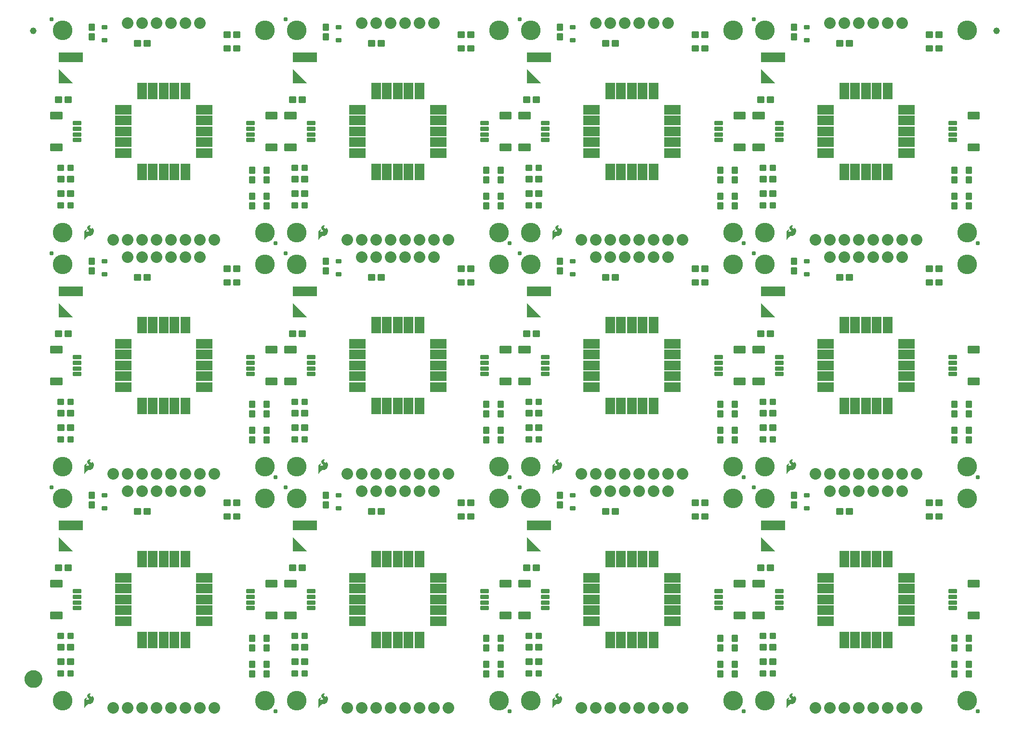
<source format=gts>
G04 EAGLE Gerber RS-274X export*
G75*
%MOMM*%
%FSLAX34Y34*%
%LPD*%
%INSoldermask Top*%
%IPPOS*%
%AMOC8*
5,1,8,0,0,1.08239X$1,22.5*%
G01*
%ADD10C,0.787400*%
%ADD11C,3.454400*%
%ADD12R,4.200000X1.700000*%
%ADD13C,0.250366*%
%ADD14C,0.253525*%
%ADD15R,2.850000X1.700000*%
%ADD16R,1.700000X2.850000*%
%ADD17C,0.449434*%
%ADD18C,0.243431*%
%ADD19C,0.255816*%
%ADD20C,2.032000*%
%ADD21C,1.152400*%
%ADD22C,1.270000*%
%ADD23C,1.652400*%

G36*
X1277402Y1110883D02*
X1277402Y1110883D01*
X1277446Y1110886D01*
X1277468Y1110902D01*
X1277494Y1110910D01*
X1277523Y1110943D01*
X1277558Y1110969D01*
X1277568Y1110995D01*
X1277586Y1111015D01*
X1277593Y1111059D01*
X1277608Y1111099D01*
X1277603Y1111126D01*
X1277607Y1111153D01*
X1277589Y1111194D01*
X1277580Y1111236D01*
X1277554Y1111272D01*
X1277550Y1111281D01*
X1277545Y1111285D01*
X1277536Y1111296D01*
X1253536Y1135296D01*
X1253498Y1135317D01*
X1253465Y1135346D01*
X1253438Y1135350D01*
X1253414Y1135363D01*
X1253370Y1135360D01*
X1253327Y1135367D01*
X1253302Y1135356D01*
X1253274Y1135354D01*
X1253239Y1135328D01*
X1253199Y1135310D01*
X1253184Y1135287D01*
X1253162Y1135271D01*
X1253146Y1135230D01*
X1253122Y1135194D01*
X1253115Y1135150D01*
X1253112Y1135141D01*
X1253113Y1135134D01*
X1253111Y1135120D01*
X1253111Y1111120D01*
X1253116Y1111104D01*
X1253113Y1111087D01*
X1253135Y1111037D01*
X1253150Y1110986D01*
X1253163Y1110975D01*
X1253170Y1110959D01*
X1253215Y1110929D01*
X1253255Y1110894D01*
X1253272Y1110891D01*
X1253287Y1110882D01*
X1253360Y1110871D01*
X1277360Y1110871D01*
X1277402Y1110883D01*
G37*
G36*
X865922Y1110883D02*
X865922Y1110883D01*
X865966Y1110886D01*
X865988Y1110902D01*
X866014Y1110910D01*
X866043Y1110943D01*
X866078Y1110969D01*
X866088Y1110995D01*
X866106Y1111015D01*
X866113Y1111059D01*
X866128Y1111099D01*
X866123Y1111126D01*
X866127Y1111153D01*
X866109Y1111194D01*
X866100Y1111236D01*
X866074Y1111272D01*
X866070Y1111281D01*
X866065Y1111285D01*
X866056Y1111296D01*
X842056Y1135296D01*
X842018Y1135317D01*
X841985Y1135346D01*
X841958Y1135350D01*
X841934Y1135363D01*
X841890Y1135360D01*
X841847Y1135367D01*
X841822Y1135356D01*
X841794Y1135354D01*
X841759Y1135328D01*
X841719Y1135310D01*
X841704Y1135287D01*
X841682Y1135271D01*
X841666Y1135230D01*
X841642Y1135194D01*
X841635Y1135150D01*
X841632Y1135141D01*
X841633Y1135134D01*
X841631Y1135120D01*
X841631Y1111120D01*
X841636Y1111104D01*
X841633Y1111087D01*
X841655Y1111037D01*
X841670Y1110986D01*
X841683Y1110975D01*
X841690Y1110959D01*
X841735Y1110929D01*
X841775Y1110894D01*
X841792Y1110891D01*
X841807Y1110882D01*
X841880Y1110871D01*
X865880Y1110871D01*
X865922Y1110883D01*
G37*
G36*
X454442Y1110883D02*
X454442Y1110883D01*
X454486Y1110886D01*
X454508Y1110902D01*
X454534Y1110910D01*
X454563Y1110943D01*
X454598Y1110969D01*
X454608Y1110995D01*
X454626Y1111015D01*
X454633Y1111059D01*
X454648Y1111099D01*
X454643Y1111126D01*
X454647Y1111153D01*
X454629Y1111194D01*
X454620Y1111236D01*
X454594Y1111272D01*
X454590Y1111281D01*
X454585Y1111285D01*
X454576Y1111296D01*
X430576Y1135296D01*
X430538Y1135317D01*
X430505Y1135346D01*
X430478Y1135350D01*
X430454Y1135363D01*
X430410Y1135360D01*
X430367Y1135367D01*
X430342Y1135356D01*
X430314Y1135354D01*
X430279Y1135328D01*
X430239Y1135310D01*
X430224Y1135287D01*
X430202Y1135271D01*
X430186Y1135230D01*
X430162Y1135194D01*
X430155Y1135150D01*
X430152Y1135141D01*
X430153Y1135134D01*
X430151Y1135120D01*
X430151Y1111120D01*
X430156Y1111104D01*
X430153Y1111087D01*
X430175Y1111037D01*
X430190Y1110986D01*
X430203Y1110975D01*
X430210Y1110959D01*
X430255Y1110929D01*
X430295Y1110894D01*
X430312Y1110891D01*
X430327Y1110882D01*
X430400Y1110871D01*
X454400Y1110871D01*
X454442Y1110883D01*
G37*
G36*
X42962Y1110883D02*
X42962Y1110883D01*
X43006Y1110886D01*
X43028Y1110902D01*
X43054Y1110910D01*
X43083Y1110943D01*
X43118Y1110969D01*
X43128Y1110995D01*
X43146Y1111015D01*
X43153Y1111059D01*
X43168Y1111099D01*
X43163Y1111126D01*
X43167Y1111153D01*
X43149Y1111194D01*
X43140Y1111236D01*
X43114Y1111272D01*
X43110Y1111281D01*
X43105Y1111285D01*
X43096Y1111296D01*
X19096Y1135296D01*
X19058Y1135317D01*
X19025Y1135346D01*
X18998Y1135350D01*
X18974Y1135363D01*
X18930Y1135360D01*
X18887Y1135367D01*
X18862Y1135356D01*
X18834Y1135354D01*
X18799Y1135328D01*
X18759Y1135310D01*
X18744Y1135287D01*
X18722Y1135271D01*
X18706Y1135230D01*
X18682Y1135194D01*
X18675Y1135150D01*
X18672Y1135141D01*
X18673Y1135134D01*
X18671Y1135120D01*
X18671Y1111120D01*
X18676Y1111104D01*
X18673Y1111087D01*
X18695Y1111037D01*
X18710Y1110986D01*
X18723Y1110975D01*
X18730Y1110959D01*
X18775Y1110929D01*
X18815Y1110894D01*
X18832Y1110891D01*
X18847Y1110882D01*
X18920Y1110871D01*
X42920Y1110871D01*
X42962Y1110883D01*
G37*
G36*
X1277402Y699403D02*
X1277402Y699403D01*
X1277446Y699406D01*
X1277468Y699422D01*
X1277494Y699430D01*
X1277523Y699463D01*
X1277558Y699489D01*
X1277568Y699515D01*
X1277586Y699535D01*
X1277593Y699579D01*
X1277608Y699619D01*
X1277603Y699646D01*
X1277607Y699673D01*
X1277589Y699714D01*
X1277580Y699756D01*
X1277554Y699792D01*
X1277550Y699801D01*
X1277545Y699805D01*
X1277536Y699816D01*
X1253536Y723816D01*
X1253498Y723837D01*
X1253465Y723866D01*
X1253438Y723870D01*
X1253414Y723883D01*
X1253370Y723880D01*
X1253327Y723887D01*
X1253302Y723876D01*
X1253274Y723874D01*
X1253239Y723848D01*
X1253199Y723830D01*
X1253184Y723807D01*
X1253162Y723791D01*
X1253146Y723750D01*
X1253122Y723714D01*
X1253115Y723670D01*
X1253112Y723661D01*
X1253113Y723654D01*
X1253111Y723640D01*
X1253111Y699640D01*
X1253116Y699624D01*
X1253113Y699607D01*
X1253135Y699557D01*
X1253150Y699506D01*
X1253163Y699495D01*
X1253170Y699479D01*
X1253215Y699449D01*
X1253255Y699414D01*
X1253272Y699411D01*
X1253287Y699402D01*
X1253360Y699391D01*
X1277360Y699391D01*
X1277402Y699403D01*
G37*
G36*
X42962Y699403D02*
X42962Y699403D01*
X43006Y699406D01*
X43028Y699422D01*
X43054Y699430D01*
X43083Y699463D01*
X43118Y699489D01*
X43128Y699515D01*
X43146Y699535D01*
X43153Y699579D01*
X43168Y699619D01*
X43163Y699646D01*
X43167Y699673D01*
X43149Y699714D01*
X43140Y699756D01*
X43114Y699792D01*
X43110Y699801D01*
X43105Y699805D01*
X43096Y699816D01*
X19096Y723816D01*
X19058Y723837D01*
X19025Y723866D01*
X18998Y723870D01*
X18974Y723883D01*
X18930Y723880D01*
X18887Y723887D01*
X18862Y723876D01*
X18834Y723874D01*
X18799Y723848D01*
X18759Y723830D01*
X18744Y723807D01*
X18722Y723791D01*
X18706Y723750D01*
X18682Y723714D01*
X18675Y723670D01*
X18672Y723661D01*
X18673Y723654D01*
X18671Y723640D01*
X18671Y699640D01*
X18676Y699624D01*
X18673Y699607D01*
X18695Y699557D01*
X18710Y699506D01*
X18723Y699495D01*
X18730Y699479D01*
X18775Y699449D01*
X18815Y699414D01*
X18832Y699411D01*
X18847Y699402D01*
X18920Y699391D01*
X42920Y699391D01*
X42962Y699403D01*
G37*
G36*
X454442Y699403D02*
X454442Y699403D01*
X454486Y699406D01*
X454508Y699422D01*
X454534Y699430D01*
X454563Y699463D01*
X454598Y699489D01*
X454608Y699515D01*
X454626Y699535D01*
X454633Y699579D01*
X454648Y699619D01*
X454643Y699646D01*
X454647Y699673D01*
X454629Y699714D01*
X454620Y699756D01*
X454594Y699792D01*
X454590Y699801D01*
X454585Y699805D01*
X454576Y699816D01*
X430576Y723816D01*
X430538Y723837D01*
X430505Y723866D01*
X430478Y723870D01*
X430454Y723883D01*
X430410Y723880D01*
X430367Y723887D01*
X430342Y723876D01*
X430314Y723874D01*
X430279Y723848D01*
X430239Y723830D01*
X430224Y723807D01*
X430202Y723791D01*
X430186Y723750D01*
X430162Y723714D01*
X430155Y723670D01*
X430152Y723661D01*
X430153Y723654D01*
X430151Y723640D01*
X430151Y699640D01*
X430156Y699624D01*
X430153Y699607D01*
X430175Y699557D01*
X430190Y699506D01*
X430203Y699495D01*
X430210Y699479D01*
X430255Y699449D01*
X430295Y699414D01*
X430312Y699411D01*
X430327Y699402D01*
X430400Y699391D01*
X454400Y699391D01*
X454442Y699403D01*
G37*
G36*
X865922Y699403D02*
X865922Y699403D01*
X865966Y699406D01*
X865988Y699422D01*
X866014Y699430D01*
X866043Y699463D01*
X866078Y699489D01*
X866088Y699515D01*
X866106Y699535D01*
X866113Y699579D01*
X866128Y699619D01*
X866123Y699646D01*
X866127Y699673D01*
X866109Y699714D01*
X866100Y699756D01*
X866074Y699792D01*
X866070Y699801D01*
X866065Y699805D01*
X866056Y699816D01*
X842056Y723816D01*
X842018Y723837D01*
X841985Y723866D01*
X841958Y723870D01*
X841934Y723883D01*
X841890Y723880D01*
X841847Y723887D01*
X841822Y723876D01*
X841794Y723874D01*
X841759Y723848D01*
X841719Y723830D01*
X841704Y723807D01*
X841682Y723791D01*
X841666Y723750D01*
X841642Y723714D01*
X841635Y723670D01*
X841632Y723661D01*
X841633Y723654D01*
X841631Y723640D01*
X841631Y699640D01*
X841636Y699624D01*
X841633Y699607D01*
X841655Y699557D01*
X841670Y699506D01*
X841683Y699495D01*
X841690Y699479D01*
X841735Y699449D01*
X841775Y699414D01*
X841792Y699411D01*
X841807Y699402D01*
X841880Y699391D01*
X865880Y699391D01*
X865922Y699403D01*
G37*
G36*
X1277402Y287923D02*
X1277402Y287923D01*
X1277446Y287926D01*
X1277468Y287942D01*
X1277494Y287950D01*
X1277523Y287983D01*
X1277558Y288009D01*
X1277568Y288035D01*
X1277586Y288055D01*
X1277593Y288099D01*
X1277608Y288139D01*
X1277603Y288166D01*
X1277607Y288193D01*
X1277589Y288234D01*
X1277580Y288276D01*
X1277554Y288312D01*
X1277550Y288321D01*
X1277545Y288325D01*
X1277536Y288336D01*
X1253536Y312336D01*
X1253498Y312357D01*
X1253465Y312386D01*
X1253438Y312390D01*
X1253414Y312403D01*
X1253370Y312400D01*
X1253327Y312407D01*
X1253302Y312396D01*
X1253274Y312394D01*
X1253239Y312368D01*
X1253199Y312350D01*
X1253184Y312327D01*
X1253162Y312311D01*
X1253146Y312270D01*
X1253122Y312234D01*
X1253115Y312190D01*
X1253112Y312181D01*
X1253113Y312174D01*
X1253111Y312160D01*
X1253111Y288160D01*
X1253116Y288144D01*
X1253113Y288127D01*
X1253135Y288077D01*
X1253150Y288026D01*
X1253163Y288015D01*
X1253170Y287999D01*
X1253215Y287969D01*
X1253255Y287934D01*
X1253272Y287931D01*
X1253287Y287922D01*
X1253360Y287911D01*
X1277360Y287911D01*
X1277402Y287923D01*
G37*
G36*
X865922Y287923D02*
X865922Y287923D01*
X865966Y287926D01*
X865988Y287942D01*
X866014Y287950D01*
X866043Y287983D01*
X866078Y288009D01*
X866088Y288035D01*
X866106Y288055D01*
X866113Y288099D01*
X866128Y288139D01*
X866123Y288166D01*
X866127Y288193D01*
X866109Y288234D01*
X866100Y288276D01*
X866074Y288312D01*
X866070Y288321D01*
X866065Y288325D01*
X866056Y288336D01*
X842056Y312336D01*
X842018Y312357D01*
X841985Y312386D01*
X841958Y312390D01*
X841934Y312403D01*
X841890Y312400D01*
X841847Y312407D01*
X841822Y312396D01*
X841794Y312394D01*
X841759Y312368D01*
X841719Y312350D01*
X841704Y312327D01*
X841682Y312311D01*
X841666Y312270D01*
X841642Y312234D01*
X841635Y312190D01*
X841632Y312181D01*
X841633Y312174D01*
X841631Y312160D01*
X841631Y288160D01*
X841636Y288144D01*
X841633Y288127D01*
X841655Y288077D01*
X841670Y288026D01*
X841683Y288015D01*
X841690Y287999D01*
X841735Y287969D01*
X841775Y287934D01*
X841792Y287931D01*
X841807Y287922D01*
X841880Y287911D01*
X865880Y287911D01*
X865922Y287923D01*
G37*
G36*
X454442Y287923D02*
X454442Y287923D01*
X454486Y287926D01*
X454508Y287942D01*
X454534Y287950D01*
X454563Y287983D01*
X454598Y288009D01*
X454608Y288035D01*
X454626Y288055D01*
X454633Y288099D01*
X454648Y288139D01*
X454643Y288166D01*
X454647Y288193D01*
X454629Y288234D01*
X454620Y288276D01*
X454594Y288312D01*
X454590Y288321D01*
X454585Y288325D01*
X454576Y288336D01*
X430576Y312336D01*
X430538Y312357D01*
X430505Y312386D01*
X430478Y312390D01*
X430454Y312403D01*
X430410Y312400D01*
X430367Y312407D01*
X430342Y312396D01*
X430314Y312394D01*
X430279Y312368D01*
X430239Y312350D01*
X430224Y312327D01*
X430202Y312311D01*
X430186Y312270D01*
X430162Y312234D01*
X430155Y312190D01*
X430152Y312181D01*
X430153Y312174D01*
X430151Y312160D01*
X430151Y288160D01*
X430156Y288144D01*
X430153Y288127D01*
X430175Y288077D01*
X430190Y288026D01*
X430203Y288015D01*
X430210Y287999D01*
X430255Y287969D01*
X430295Y287934D01*
X430312Y287931D01*
X430327Y287922D01*
X430400Y287911D01*
X454400Y287911D01*
X454442Y287923D01*
G37*
G36*
X42962Y287923D02*
X42962Y287923D01*
X43006Y287926D01*
X43028Y287942D01*
X43054Y287950D01*
X43083Y287983D01*
X43118Y288009D01*
X43128Y288035D01*
X43146Y288055D01*
X43153Y288099D01*
X43168Y288139D01*
X43163Y288166D01*
X43167Y288193D01*
X43149Y288234D01*
X43140Y288276D01*
X43114Y288312D01*
X43110Y288321D01*
X43105Y288325D01*
X43096Y288336D01*
X19096Y312336D01*
X19058Y312357D01*
X19025Y312386D01*
X18998Y312390D01*
X18974Y312403D01*
X18930Y312400D01*
X18887Y312407D01*
X18862Y312396D01*
X18834Y312394D01*
X18799Y312368D01*
X18759Y312350D01*
X18744Y312327D01*
X18722Y312311D01*
X18706Y312270D01*
X18682Y312234D01*
X18675Y312190D01*
X18672Y312181D01*
X18673Y312174D01*
X18671Y312160D01*
X18671Y288160D01*
X18676Y288144D01*
X18673Y288127D01*
X18695Y288077D01*
X18710Y288026D01*
X18723Y288015D01*
X18730Y287999D01*
X18775Y287969D01*
X18815Y287934D01*
X18832Y287931D01*
X18847Y287922D01*
X18920Y287911D01*
X42920Y287911D01*
X42962Y287923D01*
G37*
G36*
X886608Y12502D02*
X886608Y12502D01*
X886621Y12503D01*
X886818Y12799D01*
X887115Y13095D01*
X887116Y13100D01*
X887119Y13100D01*
X887417Y13498D01*
X887915Y13995D01*
X887915Y13999D01*
X887918Y13998D01*
X888417Y14597D01*
X889015Y15195D01*
X889016Y15201D01*
X889020Y15201D01*
X889518Y15898D01*
X890815Y17195D01*
X890815Y17199D01*
X890818Y17198D01*
X891315Y17795D01*
X892308Y18590D01*
X892797Y18883D01*
X893384Y18981D01*
X895280Y18981D01*
X895281Y18982D01*
X895286Y18982D01*
X895287Y18982D01*
X895288Y18981D01*
X896488Y19181D01*
X896491Y19184D01*
X896493Y19183D01*
X897593Y19483D01*
X897596Y19486D01*
X897598Y19484D01*
X898598Y19884D01*
X898601Y19889D01*
X898605Y19888D01*
X899605Y20488D01*
X899608Y20494D01*
X899612Y20493D01*
X900412Y21193D01*
X900413Y21195D01*
X900415Y21195D01*
X901215Y21995D01*
X901215Y22000D01*
X901219Y22000D01*
X901919Y22900D01*
X901919Y22906D01*
X901923Y22906D01*
X902923Y24706D01*
X902922Y24715D01*
X902927Y24717D01*
X903427Y26517D01*
X903425Y26524D01*
X903429Y26527D01*
X903529Y28327D01*
X903524Y28335D01*
X903528Y28339D01*
X903228Y29939D01*
X903224Y29943D01*
X903226Y29947D01*
X902726Y31347D01*
X902721Y31350D01*
X902723Y31355D01*
X902023Y32555D01*
X902016Y32558D01*
X902017Y32563D01*
X901217Y33463D01*
X901204Y33465D01*
X901202Y33474D01*
X900402Y33874D01*
X900397Y33873D01*
X900393Y33877D01*
X900385Y33871D01*
X900344Y33863D01*
X900347Y33843D01*
X900331Y33830D01*
X900331Y33038D01*
X900139Y32462D01*
X899858Y32275D01*
X899572Y32179D01*
X898892Y32179D01*
X898105Y32573D01*
X897809Y32770D01*
X897410Y33069D01*
X897407Y33069D01*
X897407Y33071D01*
X897111Y33268D01*
X896821Y33559D01*
X896624Y33952D01*
X896620Y33954D01*
X896621Y33957D01*
X896426Y34250D01*
X896328Y34642D01*
X896326Y34644D01*
X896327Y34646D01*
X896232Y34930D01*
X896326Y35211D01*
X896424Y35408D01*
X896423Y35413D01*
X896427Y35414D01*
X896525Y35708D01*
X896716Y35996D01*
X897106Y36288D01*
X897496Y36483D01*
X897990Y36582D01*
X897991Y36583D01*
X897992Y36582D01*
X898386Y36681D01*
X898672Y36681D01*
X898964Y36583D01*
X898975Y36587D01*
X898980Y36581D01*
X899280Y36581D01*
X899291Y36589D01*
X899304Y36587D01*
X899306Y36600D01*
X899327Y36617D01*
X899311Y36638D01*
X899315Y36665D01*
X899215Y36765D01*
X899210Y36766D01*
X899210Y36769D01*
X898810Y37069D01*
X898803Y37069D01*
X898802Y37074D01*
X898202Y37374D01*
X898198Y37373D01*
X898197Y37376D01*
X897397Y37676D01*
X897396Y37676D01*
X897396Y37677D01*
X896496Y37977D01*
X896485Y37973D01*
X896480Y37979D01*
X895480Y37979D01*
X895475Y37975D01*
X895471Y37978D01*
X894371Y37778D01*
X894363Y37770D01*
X894356Y37773D01*
X893256Y37173D01*
X893253Y37166D01*
X893247Y37167D01*
X892347Y36367D01*
X892346Y36359D01*
X892340Y36359D01*
X891840Y35659D01*
X891840Y35648D01*
X891833Y35646D01*
X891533Y34746D01*
X891537Y34735D01*
X891531Y34730D01*
X891531Y33930D01*
X891536Y33924D01*
X891532Y33919D01*
X891732Y33019D01*
X891740Y33013D01*
X891737Y33006D01*
X892237Y32106D01*
X892244Y32103D01*
X892243Y32098D01*
X892943Y31298D01*
X892943Y31297D01*
X893743Y30397D01*
X894438Y29603D01*
X894731Y28920D01*
X894731Y28238D01*
X894536Y27654D01*
X894146Y27167D01*
X893560Y26776D01*
X892774Y26579D01*
X891985Y26579D01*
X891494Y26677D01*
X891003Y26874D01*
X890711Y27068D01*
X890421Y27359D01*
X890226Y27749D01*
X890129Y28038D01*
X890129Y28322D01*
X890225Y28608D01*
X890418Y28899D01*
X890807Y29287D01*
X891096Y29383D01*
X891099Y29388D01*
X891102Y29386D01*
X891502Y29586D01*
X891507Y29596D01*
X891515Y29595D01*
X891615Y29695D01*
X891615Y29697D01*
X891616Y29697D01*
X891616Y29701D01*
X891623Y29754D01*
X891605Y29757D01*
X891602Y29774D01*
X891402Y29874D01*
X891386Y29871D01*
X891380Y29879D01*
X891186Y29879D01*
X890792Y29978D01*
X890784Y29974D01*
X890780Y29979D01*
X889980Y29979D01*
X889975Y29976D01*
X889972Y29979D01*
X889372Y29879D01*
X889366Y29873D01*
X889362Y29876D01*
X888362Y29476D01*
X888357Y29468D01*
X888350Y29469D01*
X887952Y29171D01*
X887455Y28872D01*
X887448Y28857D01*
X887438Y28855D01*
X887138Y28355D01*
X887138Y28352D01*
X887136Y28352D01*
X886836Y27752D01*
X886837Y27747D01*
X886833Y27746D01*
X886633Y27146D01*
X886636Y27138D01*
X886631Y27135D01*
X886431Y25335D01*
X886433Y25332D01*
X886431Y25330D01*
X886431Y12530D01*
X886467Y12483D01*
X886474Y12488D01*
X886480Y12481D01*
X886580Y12481D01*
X886608Y12502D01*
G37*
G36*
X475128Y423982D02*
X475128Y423982D01*
X475141Y423983D01*
X475338Y424279D01*
X475635Y424575D01*
X475636Y424580D01*
X475639Y424580D01*
X475937Y424978D01*
X476435Y425475D01*
X476435Y425479D01*
X476438Y425478D01*
X476937Y426077D01*
X477535Y426675D01*
X477536Y426681D01*
X477540Y426681D01*
X478038Y427378D01*
X479335Y428675D01*
X479335Y428679D01*
X479338Y428678D01*
X479835Y429275D01*
X480828Y430070D01*
X481317Y430363D01*
X481904Y430461D01*
X483800Y430461D01*
X483801Y430462D01*
X483806Y430462D01*
X483807Y430462D01*
X483808Y430461D01*
X485008Y430661D01*
X485011Y430664D01*
X485013Y430663D01*
X486113Y430963D01*
X486116Y430966D01*
X486118Y430964D01*
X487118Y431364D01*
X487121Y431369D01*
X487125Y431368D01*
X488125Y431968D01*
X488128Y431974D01*
X488132Y431973D01*
X488932Y432673D01*
X488933Y432675D01*
X488935Y432675D01*
X489735Y433475D01*
X489735Y433480D01*
X489739Y433480D01*
X490439Y434380D01*
X490439Y434386D01*
X490443Y434386D01*
X491443Y436186D01*
X491442Y436195D01*
X491447Y436197D01*
X491947Y437997D01*
X491945Y438004D01*
X491949Y438007D01*
X492049Y439807D01*
X492044Y439815D01*
X492048Y439819D01*
X491748Y441419D01*
X491744Y441423D01*
X491746Y441427D01*
X491246Y442827D01*
X491241Y442830D01*
X491243Y442835D01*
X490543Y444035D01*
X490536Y444038D01*
X490537Y444043D01*
X489737Y444943D01*
X489724Y444945D01*
X489722Y444954D01*
X488922Y445354D01*
X488917Y445353D01*
X488913Y445357D01*
X488905Y445351D01*
X488864Y445343D01*
X488867Y445323D01*
X488851Y445310D01*
X488851Y444518D01*
X488659Y443942D01*
X488378Y443755D01*
X488092Y443659D01*
X487412Y443659D01*
X486625Y444053D01*
X486329Y444250D01*
X485930Y444549D01*
X485927Y444549D01*
X485927Y444551D01*
X485631Y444748D01*
X485341Y445039D01*
X485144Y445432D01*
X485140Y445434D01*
X485141Y445437D01*
X484946Y445730D01*
X484848Y446122D01*
X484846Y446124D01*
X484847Y446126D01*
X484752Y446410D01*
X484846Y446691D01*
X484944Y446888D01*
X484943Y446893D01*
X484947Y446894D01*
X485045Y447188D01*
X485236Y447476D01*
X485626Y447768D01*
X486016Y447963D01*
X486510Y448062D01*
X486511Y448063D01*
X486512Y448062D01*
X486906Y448161D01*
X487192Y448161D01*
X487484Y448063D01*
X487495Y448067D01*
X487500Y448061D01*
X487800Y448061D01*
X487811Y448069D01*
X487824Y448067D01*
X487826Y448080D01*
X487847Y448097D01*
X487831Y448118D01*
X487835Y448145D01*
X487735Y448245D01*
X487730Y448246D01*
X487730Y448249D01*
X487330Y448549D01*
X487323Y448549D01*
X487322Y448554D01*
X486722Y448854D01*
X486718Y448853D01*
X486717Y448856D01*
X485917Y449156D01*
X485916Y449156D01*
X485916Y449157D01*
X485016Y449457D01*
X485005Y449453D01*
X485000Y449459D01*
X484000Y449459D01*
X483995Y449455D01*
X483991Y449458D01*
X482891Y449258D01*
X482883Y449250D01*
X482876Y449253D01*
X481776Y448653D01*
X481773Y448646D01*
X481767Y448647D01*
X480867Y447847D01*
X480866Y447839D01*
X480860Y447839D01*
X480360Y447139D01*
X480360Y447128D01*
X480353Y447126D01*
X480053Y446226D01*
X480057Y446215D01*
X480051Y446210D01*
X480051Y445410D01*
X480056Y445404D01*
X480052Y445399D01*
X480252Y444499D01*
X480260Y444493D01*
X480257Y444486D01*
X480757Y443586D01*
X480764Y443583D01*
X480763Y443578D01*
X481463Y442778D01*
X481463Y442777D01*
X482263Y441877D01*
X482958Y441083D01*
X483251Y440400D01*
X483251Y439718D01*
X483056Y439134D01*
X482666Y438647D01*
X482080Y438256D01*
X481294Y438059D01*
X480505Y438059D01*
X480014Y438157D01*
X479523Y438354D01*
X479231Y438548D01*
X478941Y438839D01*
X478746Y439229D01*
X478649Y439518D01*
X478649Y439802D01*
X478745Y440088D01*
X478938Y440379D01*
X479327Y440767D01*
X479616Y440863D01*
X479619Y440868D01*
X479622Y440866D01*
X480022Y441066D01*
X480027Y441076D01*
X480035Y441075D01*
X480135Y441175D01*
X480135Y441177D01*
X480136Y441177D01*
X480136Y441181D01*
X480143Y441234D01*
X480125Y441237D01*
X480122Y441254D01*
X479922Y441354D01*
X479906Y441351D01*
X479900Y441359D01*
X479706Y441359D01*
X479312Y441458D01*
X479304Y441454D01*
X479300Y441459D01*
X478500Y441459D01*
X478495Y441456D01*
X478492Y441459D01*
X477892Y441359D01*
X477886Y441353D01*
X477882Y441356D01*
X476882Y440956D01*
X476877Y440948D01*
X476870Y440949D01*
X476472Y440651D01*
X475975Y440352D01*
X475968Y440337D01*
X475958Y440335D01*
X475658Y439835D01*
X475658Y439832D01*
X475656Y439832D01*
X475356Y439232D01*
X475357Y439227D01*
X475353Y439226D01*
X475153Y438626D01*
X475156Y438618D01*
X475151Y438615D01*
X474951Y436815D01*
X474953Y436812D01*
X474951Y436810D01*
X474951Y424010D01*
X474987Y423963D01*
X474994Y423968D01*
X475000Y423961D01*
X475100Y423961D01*
X475128Y423982D01*
G37*
G36*
X1298088Y423982D02*
X1298088Y423982D01*
X1298101Y423983D01*
X1298298Y424279D01*
X1298595Y424575D01*
X1298596Y424580D01*
X1298599Y424580D01*
X1298897Y424978D01*
X1299395Y425475D01*
X1299395Y425479D01*
X1299398Y425478D01*
X1299897Y426077D01*
X1300495Y426675D01*
X1300496Y426681D01*
X1300500Y426681D01*
X1300998Y427378D01*
X1302295Y428675D01*
X1302295Y428679D01*
X1302298Y428678D01*
X1302795Y429275D01*
X1303788Y430070D01*
X1304277Y430363D01*
X1304864Y430461D01*
X1306760Y430461D01*
X1306761Y430462D01*
X1306766Y430462D01*
X1306767Y430462D01*
X1306768Y430461D01*
X1307968Y430661D01*
X1307971Y430664D01*
X1307973Y430663D01*
X1309073Y430963D01*
X1309076Y430966D01*
X1309078Y430964D01*
X1310078Y431364D01*
X1310081Y431369D01*
X1310085Y431368D01*
X1311085Y431968D01*
X1311088Y431974D01*
X1311092Y431973D01*
X1311892Y432673D01*
X1311893Y432675D01*
X1311895Y432675D01*
X1312695Y433475D01*
X1312695Y433480D01*
X1312699Y433480D01*
X1313399Y434380D01*
X1313399Y434386D01*
X1313403Y434386D01*
X1314403Y436186D01*
X1314402Y436195D01*
X1314407Y436197D01*
X1314907Y437997D01*
X1314905Y438004D01*
X1314909Y438007D01*
X1315009Y439807D01*
X1315004Y439815D01*
X1315008Y439819D01*
X1314708Y441419D01*
X1314704Y441423D01*
X1314706Y441427D01*
X1314206Y442827D01*
X1314201Y442830D01*
X1314203Y442835D01*
X1313503Y444035D01*
X1313496Y444038D01*
X1313497Y444043D01*
X1312697Y444943D01*
X1312684Y444945D01*
X1312682Y444954D01*
X1311882Y445354D01*
X1311877Y445353D01*
X1311873Y445357D01*
X1311865Y445351D01*
X1311824Y445343D01*
X1311827Y445323D01*
X1311811Y445310D01*
X1311811Y444518D01*
X1311619Y443942D01*
X1311338Y443755D01*
X1311052Y443659D01*
X1310372Y443659D01*
X1309585Y444053D01*
X1309289Y444250D01*
X1308890Y444549D01*
X1308887Y444549D01*
X1308887Y444551D01*
X1308591Y444748D01*
X1308301Y445039D01*
X1308104Y445432D01*
X1308100Y445434D01*
X1308101Y445437D01*
X1307906Y445730D01*
X1307808Y446122D01*
X1307806Y446124D01*
X1307807Y446126D01*
X1307712Y446410D01*
X1307806Y446691D01*
X1307904Y446888D01*
X1307903Y446893D01*
X1307907Y446894D01*
X1308005Y447188D01*
X1308196Y447476D01*
X1308586Y447768D01*
X1308976Y447963D01*
X1309470Y448062D01*
X1309471Y448063D01*
X1309472Y448062D01*
X1309866Y448161D01*
X1310152Y448161D01*
X1310444Y448063D01*
X1310455Y448067D01*
X1310460Y448061D01*
X1310760Y448061D01*
X1310771Y448069D01*
X1310784Y448067D01*
X1310786Y448080D01*
X1310807Y448097D01*
X1310791Y448118D01*
X1310795Y448145D01*
X1310695Y448245D01*
X1310690Y448246D01*
X1310690Y448249D01*
X1310290Y448549D01*
X1310283Y448549D01*
X1310282Y448554D01*
X1309682Y448854D01*
X1309678Y448853D01*
X1309677Y448856D01*
X1308877Y449156D01*
X1308876Y449156D01*
X1308876Y449157D01*
X1307976Y449457D01*
X1307965Y449453D01*
X1307960Y449459D01*
X1306960Y449459D01*
X1306955Y449455D01*
X1306951Y449458D01*
X1305851Y449258D01*
X1305843Y449250D01*
X1305836Y449253D01*
X1304736Y448653D01*
X1304733Y448646D01*
X1304727Y448647D01*
X1303827Y447847D01*
X1303826Y447839D01*
X1303820Y447839D01*
X1303320Y447139D01*
X1303320Y447128D01*
X1303313Y447126D01*
X1303013Y446226D01*
X1303017Y446215D01*
X1303011Y446210D01*
X1303011Y445410D01*
X1303016Y445404D01*
X1303012Y445399D01*
X1303212Y444499D01*
X1303220Y444493D01*
X1303217Y444486D01*
X1303717Y443586D01*
X1303724Y443583D01*
X1303723Y443578D01*
X1304423Y442778D01*
X1304423Y442777D01*
X1305223Y441877D01*
X1305918Y441083D01*
X1306211Y440400D01*
X1306211Y439718D01*
X1306016Y439134D01*
X1305626Y438647D01*
X1305040Y438256D01*
X1304254Y438059D01*
X1303465Y438059D01*
X1302974Y438157D01*
X1302483Y438354D01*
X1302191Y438548D01*
X1301901Y438839D01*
X1301706Y439229D01*
X1301609Y439518D01*
X1301609Y439802D01*
X1301705Y440088D01*
X1301898Y440379D01*
X1302287Y440767D01*
X1302576Y440863D01*
X1302579Y440868D01*
X1302582Y440866D01*
X1302982Y441066D01*
X1302987Y441076D01*
X1302995Y441075D01*
X1303095Y441175D01*
X1303095Y441177D01*
X1303096Y441177D01*
X1303096Y441181D01*
X1303103Y441234D01*
X1303085Y441237D01*
X1303082Y441254D01*
X1302882Y441354D01*
X1302866Y441351D01*
X1302860Y441359D01*
X1302666Y441359D01*
X1302272Y441458D01*
X1302264Y441454D01*
X1302260Y441459D01*
X1301460Y441459D01*
X1301455Y441456D01*
X1301452Y441459D01*
X1300852Y441359D01*
X1300846Y441353D01*
X1300842Y441356D01*
X1299842Y440956D01*
X1299837Y440948D01*
X1299830Y440949D01*
X1299432Y440651D01*
X1298935Y440352D01*
X1298928Y440337D01*
X1298918Y440335D01*
X1298618Y439835D01*
X1298618Y439832D01*
X1298616Y439832D01*
X1298316Y439232D01*
X1298317Y439227D01*
X1298313Y439226D01*
X1298113Y438626D01*
X1298116Y438618D01*
X1298111Y438615D01*
X1297911Y436815D01*
X1297913Y436812D01*
X1297911Y436810D01*
X1297911Y424010D01*
X1297947Y423963D01*
X1297954Y423968D01*
X1297960Y423961D01*
X1298060Y423961D01*
X1298088Y423982D01*
G37*
G36*
X63648Y423982D02*
X63648Y423982D01*
X63661Y423983D01*
X63858Y424279D01*
X64155Y424575D01*
X64156Y424580D01*
X64159Y424580D01*
X64457Y424978D01*
X64955Y425475D01*
X64955Y425479D01*
X64958Y425478D01*
X65457Y426077D01*
X66055Y426675D01*
X66056Y426681D01*
X66060Y426681D01*
X66558Y427378D01*
X67855Y428675D01*
X67855Y428679D01*
X67858Y428678D01*
X68355Y429275D01*
X69348Y430070D01*
X69837Y430363D01*
X70424Y430461D01*
X72320Y430461D01*
X72321Y430462D01*
X72326Y430462D01*
X72327Y430462D01*
X72328Y430461D01*
X73528Y430661D01*
X73531Y430664D01*
X73533Y430663D01*
X74633Y430963D01*
X74636Y430966D01*
X74638Y430964D01*
X75638Y431364D01*
X75641Y431369D01*
X75645Y431368D01*
X76645Y431968D01*
X76648Y431974D01*
X76652Y431973D01*
X77452Y432673D01*
X77453Y432675D01*
X77455Y432675D01*
X78255Y433475D01*
X78255Y433480D01*
X78259Y433480D01*
X78959Y434380D01*
X78959Y434386D01*
X78963Y434386D01*
X79963Y436186D01*
X79962Y436195D01*
X79967Y436197D01*
X80467Y437997D01*
X80465Y438004D01*
X80469Y438007D01*
X80569Y439807D01*
X80564Y439815D01*
X80568Y439819D01*
X80268Y441419D01*
X80264Y441423D01*
X80266Y441427D01*
X79766Y442827D01*
X79761Y442830D01*
X79763Y442835D01*
X79063Y444035D01*
X79056Y444038D01*
X79057Y444043D01*
X78257Y444943D01*
X78244Y444945D01*
X78242Y444954D01*
X77442Y445354D01*
X77437Y445353D01*
X77433Y445357D01*
X77425Y445351D01*
X77384Y445343D01*
X77387Y445323D01*
X77371Y445310D01*
X77371Y444518D01*
X77179Y443942D01*
X76898Y443755D01*
X76612Y443659D01*
X75932Y443659D01*
X75145Y444053D01*
X74849Y444250D01*
X74450Y444549D01*
X74447Y444549D01*
X74447Y444551D01*
X74151Y444748D01*
X73861Y445039D01*
X73664Y445432D01*
X73660Y445434D01*
X73661Y445437D01*
X73466Y445730D01*
X73368Y446122D01*
X73366Y446124D01*
X73367Y446126D01*
X73272Y446410D01*
X73366Y446691D01*
X73464Y446888D01*
X73463Y446893D01*
X73467Y446894D01*
X73565Y447188D01*
X73756Y447476D01*
X74146Y447768D01*
X74536Y447963D01*
X75030Y448062D01*
X75031Y448063D01*
X75032Y448062D01*
X75426Y448161D01*
X75712Y448161D01*
X76004Y448063D01*
X76015Y448067D01*
X76020Y448061D01*
X76320Y448061D01*
X76331Y448069D01*
X76344Y448067D01*
X76346Y448080D01*
X76367Y448097D01*
X76351Y448118D01*
X76355Y448145D01*
X76255Y448245D01*
X76250Y448246D01*
X76250Y448249D01*
X75850Y448549D01*
X75843Y448549D01*
X75842Y448554D01*
X75242Y448854D01*
X75238Y448853D01*
X75237Y448856D01*
X74437Y449156D01*
X74436Y449156D01*
X74436Y449157D01*
X73536Y449457D01*
X73525Y449453D01*
X73520Y449459D01*
X72520Y449459D01*
X72515Y449455D01*
X72511Y449458D01*
X71411Y449258D01*
X71403Y449250D01*
X71396Y449253D01*
X70296Y448653D01*
X70293Y448646D01*
X70287Y448647D01*
X69387Y447847D01*
X69386Y447839D01*
X69380Y447839D01*
X68880Y447139D01*
X68880Y447128D01*
X68873Y447126D01*
X68573Y446226D01*
X68577Y446215D01*
X68571Y446210D01*
X68571Y445410D01*
X68576Y445404D01*
X68572Y445399D01*
X68772Y444499D01*
X68780Y444493D01*
X68777Y444486D01*
X69277Y443586D01*
X69284Y443583D01*
X69283Y443578D01*
X69983Y442778D01*
X69983Y442777D01*
X70783Y441877D01*
X71478Y441083D01*
X71771Y440400D01*
X71771Y439718D01*
X71576Y439134D01*
X71186Y438647D01*
X70600Y438256D01*
X69814Y438059D01*
X69025Y438059D01*
X68534Y438157D01*
X68043Y438354D01*
X67751Y438548D01*
X67461Y438839D01*
X67266Y439229D01*
X67169Y439518D01*
X67169Y439802D01*
X67265Y440088D01*
X67458Y440379D01*
X67847Y440767D01*
X68136Y440863D01*
X68139Y440868D01*
X68142Y440866D01*
X68542Y441066D01*
X68547Y441076D01*
X68555Y441075D01*
X68655Y441175D01*
X68655Y441177D01*
X68656Y441177D01*
X68656Y441181D01*
X68663Y441234D01*
X68645Y441237D01*
X68642Y441254D01*
X68442Y441354D01*
X68426Y441351D01*
X68420Y441359D01*
X68226Y441359D01*
X67832Y441458D01*
X67824Y441454D01*
X67820Y441459D01*
X67020Y441459D01*
X67015Y441456D01*
X67012Y441459D01*
X66412Y441359D01*
X66406Y441353D01*
X66402Y441356D01*
X65402Y440956D01*
X65397Y440948D01*
X65390Y440949D01*
X64992Y440651D01*
X64495Y440352D01*
X64488Y440337D01*
X64478Y440335D01*
X64178Y439835D01*
X64178Y439832D01*
X64176Y439832D01*
X63876Y439232D01*
X63877Y439227D01*
X63873Y439226D01*
X63673Y438626D01*
X63676Y438618D01*
X63671Y438615D01*
X63471Y436815D01*
X63473Y436812D01*
X63471Y436810D01*
X63471Y424010D01*
X63507Y423963D01*
X63514Y423968D01*
X63520Y423961D01*
X63620Y423961D01*
X63648Y423982D01*
G37*
G36*
X886608Y423982D02*
X886608Y423982D01*
X886621Y423983D01*
X886818Y424279D01*
X887115Y424575D01*
X887116Y424580D01*
X887119Y424580D01*
X887417Y424978D01*
X887915Y425475D01*
X887915Y425479D01*
X887918Y425478D01*
X888417Y426077D01*
X889015Y426675D01*
X889016Y426681D01*
X889020Y426681D01*
X889518Y427378D01*
X890815Y428675D01*
X890815Y428679D01*
X890818Y428678D01*
X891315Y429275D01*
X892308Y430070D01*
X892797Y430363D01*
X893384Y430461D01*
X895280Y430461D01*
X895281Y430462D01*
X895286Y430462D01*
X895287Y430462D01*
X895288Y430461D01*
X896488Y430661D01*
X896491Y430664D01*
X896493Y430663D01*
X897593Y430963D01*
X897596Y430966D01*
X897598Y430964D01*
X898598Y431364D01*
X898601Y431369D01*
X898605Y431368D01*
X899605Y431968D01*
X899608Y431974D01*
X899612Y431973D01*
X900412Y432673D01*
X900413Y432675D01*
X900415Y432675D01*
X901215Y433475D01*
X901215Y433480D01*
X901219Y433480D01*
X901919Y434380D01*
X901919Y434386D01*
X901923Y434386D01*
X902923Y436186D01*
X902922Y436195D01*
X902927Y436197D01*
X903427Y437997D01*
X903425Y438004D01*
X903429Y438007D01*
X903529Y439807D01*
X903524Y439815D01*
X903528Y439819D01*
X903228Y441419D01*
X903224Y441423D01*
X903226Y441427D01*
X902726Y442827D01*
X902721Y442830D01*
X902723Y442835D01*
X902023Y444035D01*
X902016Y444038D01*
X902017Y444043D01*
X901217Y444943D01*
X901204Y444945D01*
X901202Y444954D01*
X900402Y445354D01*
X900397Y445353D01*
X900393Y445357D01*
X900385Y445351D01*
X900344Y445343D01*
X900347Y445323D01*
X900331Y445310D01*
X900331Y444518D01*
X900139Y443942D01*
X899858Y443755D01*
X899572Y443659D01*
X898892Y443659D01*
X898105Y444053D01*
X897809Y444250D01*
X897410Y444549D01*
X897407Y444549D01*
X897407Y444551D01*
X897111Y444748D01*
X896821Y445039D01*
X896624Y445432D01*
X896620Y445434D01*
X896621Y445437D01*
X896426Y445730D01*
X896328Y446122D01*
X896326Y446124D01*
X896327Y446126D01*
X896232Y446410D01*
X896326Y446691D01*
X896424Y446888D01*
X896423Y446893D01*
X896427Y446894D01*
X896525Y447188D01*
X896716Y447476D01*
X897106Y447768D01*
X897496Y447963D01*
X897990Y448062D01*
X897991Y448063D01*
X897992Y448062D01*
X898386Y448161D01*
X898672Y448161D01*
X898964Y448063D01*
X898975Y448067D01*
X898980Y448061D01*
X899280Y448061D01*
X899291Y448069D01*
X899304Y448067D01*
X899306Y448080D01*
X899327Y448097D01*
X899311Y448118D01*
X899315Y448145D01*
X899215Y448245D01*
X899210Y448246D01*
X899210Y448249D01*
X898810Y448549D01*
X898803Y448549D01*
X898802Y448554D01*
X898202Y448854D01*
X898198Y448853D01*
X898197Y448856D01*
X897397Y449156D01*
X897396Y449156D01*
X897396Y449157D01*
X896496Y449457D01*
X896485Y449453D01*
X896480Y449459D01*
X895480Y449459D01*
X895475Y449455D01*
X895471Y449458D01*
X894371Y449258D01*
X894363Y449250D01*
X894356Y449253D01*
X893256Y448653D01*
X893253Y448646D01*
X893247Y448647D01*
X892347Y447847D01*
X892346Y447839D01*
X892340Y447839D01*
X891840Y447139D01*
X891840Y447128D01*
X891833Y447126D01*
X891533Y446226D01*
X891537Y446215D01*
X891531Y446210D01*
X891531Y445410D01*
X891536Y445404D01*
X891532Y445399D01*
X891732Y444499D01*
X891740Y444493D01*
X891737Y444486D01*
X892237Y443586D01*
X892244Y443583D01*
X892243Y443578D01*
X892943Y442778D01*
X892943Y442777D01*
X893743Y441877D01*
X894438Y441083D01*
X894731Y440400D01*
X894731Y439718D01*
X894536Y439134D01*
X894146Y438647D01*
X893560Y438256D01*
X892774Y438059D01*
X891985Y438059D01*
X891494Y438157D01*
X891003Y438354D01*
X890711Y438548D01*
X890421Y438839D01*
X890226Y439229D01*
X890129Y439518D01*
X890129Y439802D01*
X890225Y440088D01*
X890418Y440379D01*
X890807Y440767D01*
X891096Y440863D01*
X891099Y440868D01*
X891102Y440866D01*
X891502Y441066D01*
X891507Y441076D01*
X891515Y441075D01*
X891615Y441175D01*
X891615Y441177D01*
X891616Y441177D01*
X891616Y441181D01*
X891623Y441234D01*
X891605Y441237D01*
X891602Y441254D01*
X891402Y441354D01*
X891386Y441351D01*
X891380Y441359D01*
X891186Y441359D01*
X890792Y441458D01*
X890784Y441454D01*
X890780Y441459D01*
X889980Y441459D01*
X889975Y441456D01*
X889972Y441459D01*
X889372Y441359D01*
X889366Y441353D01*
X889362Y441356D01*
X888362Y440956D01*
X888357Y440948D01*
X888350Y440949D01*
X887952Y440651D01*
X887455Y440352D01*
X887448Y440337D01*
X887438Y440335D01*
X887138Y439835D01*
X887138Y439832D01*
X887136Y439832D01*
X886836Y439232D01*
X886837Y439227D01*
X886833Y439226D01*
X886633Y438626D01*
X886636Y438618D01*
X886631Y438615D01*
X886431Y436815D01*
X886433Y436812D01*
X886431Y436810D01*
X886431Y424010D01*
X886467Y423963D01*
X886474Y423968D01*
X886480Y423961D01*
X886580Y423961D01*
X886608Y423982D01*
G37*
G36*
X1298088Y12502D02*
X1298088Y12502D01*
X1298101Y12503D01*
X1298298Y12799D01*
X1298595Y13095D01*
X1298596Y13100D01*
X1298599Y13100D01*
X1298897Y13498D01*
X1299395Y13995D01*
X1299395Y13999D01*
X1299398Y13998D01*
X1299897Y14597D01*
X1300495Y15195D01*
X1300496Y15201D01*
X1300500Y15201D01*
X1300998Y15898D01*
X1302295Y17195D01*
X1302295Y17199D01*
X1302298Y17198D01*
X1302795Y17795D01*
X1303788Y18590D01*
X1304277Y18883D01*
X1304864Y18981D01*
X1306760Y18981D01*
X1306761Y18982D01*
X1306766Y18982D01*
X1306767Y18982D01*
X1306768Y18981D01*
X1307968Y19181D01*
X1307971Y19184D01*
X1307973Y19183D01*
X1309073Y19483D01*
X1309076Y19486D01*
X1309078Y19484D01*
X1310078Y19884D01*
X1310081Y19889D01*
X1310085Y19888D01*
X1311085Y20488D01*
X1311088Y20494D01*
X1311092Y20493D01*
X1311892Y21193D01*
X1311893Y21195D01*
X1311895Y21195D01*
X1312695Y21995D01*
X1312695Y22000D01*
X1312699Y22000D01*
X1313399Y22900D01*
X1313399Y22906D01*
X1313403Y22906D01*
X1314403Y24706D01*
X1314402Y24715D01*
X1314407Y24717D01*
X1314907Y26517D01*
X1314905Y26524D01*
X1314909Y26527D01*
X1315009Y28327D01*
X1315004Y28335D01*
X1315008Y28339D01*
X1314708Y29939D01*
X1314704Y29943D01*
X1314706Y29947D01*
X1314206Y31347D01*
X1314201Y31350D01*
X1314203Y31355D01*
X1313503Y32555D01*
X1313496Y32558D01*
X1313497Y32563D01*
X1312697Y33463D01*
X1312684Y33465D01*
X1312682Y33474D01*
X1311882Y33874D01*
X1311877Y33873D01*
X1311873Y33877D01*
X1311865Y33871D01*
X1311824Y33863D01*
X1311827Y33843D01*
X1311811Y33830D01*
X1311811Y33038D01*
X1311619Y32462D01*
X1311338Y32275D01*
X1311052Y32179D01*
X1310372Y32179D01*
X1309585Y32573D01*
X1309289Y32770D01*
X1308890Y33069D01*
X1308887Y33069D01*
X1308887Y33071D01*
X1308591Y33268D01*
X1308301Y33559D01*
X1308104Y33952D01*
X1308100Y33954D01*
X1308101Y33957D01*
X1307906Y34250D01*
X1307808Y34642D01*
X1307806Y34644D01*
X1307807Y34646D01*
X1307712Y34930D01*
X1307806Y35211D01*
X1307904Y35408D01*
X1307903Y35413D01*
X1307907Y35414D01*
X1308005Y35708D01*
X1308196Y35996D01*
X1308586Y36288D01*
X1308976Y36483D01*
X1309470Y36582D01*
X1309471Y36583D01*
X1309472Y36582D01*
X1309866Y36681D01*
X1310152Y36681D01*
X1310444Y36583D01*
X1310455Y36587D01*
X1310460Y36581D01*
X1310760Y36581D01*
X1310771Y36589D01*
X1310784Y36587D01*
X1310786Y36600D01*
X1310807Y36617D01*
X1310791Y36638D01*
X1310795Y36665D01*
X1310695Y36765D01*
X1310690Y36766D01*
X1310690Y36769D01*
X1310290Y37069D01*
X1310283Y37069D01*
X1310282Y37074D01*
X1309682Y37374D01*
X1309678Y37373D01*
X1309677Y37376D01*
X1308877Y37676D01*
X1308876Y37676D01*
X1308876Y37677D01*
X1307976Y37977D01*
X1307965Y37973D01*
X1307960Y37979D01*
X1306960Y37979D01*
X1306955Y37975D01*
X1306951Y37978D01*
X1305851Y37778D01*
X1305843Y37770D01*
X1305836Y37773D01*
X1304736Y37173D01*
X1304733Y37166D01*
X1304727Y37167D01*
X1303827Y36367D01*
X1303826Y36359D01*
X1303820Y36359D01*
X1303320Y35659D01*
X1303320Y35648D01*
X1303313Y35646D01*
X1303013Y34746D01*
X1303017Y34735D01*
X1303011Y34730D01*
X1303011Y33930D01*
X1303016Y33924D01*
X1303012Y33919D01*
X1303212Y33019D01*
X1303220Y33013D01*
X1303217Y33006D01*
X1303717Y32106D01*
X1303724Y32103D01*
X1303723Y32098D01*
X1304423Y31298D01*
X1304423Y31297D01*
X1305223Y30397D01*
X1305918Y29603D01*
X1306211Y28920D01*
X1306211Y28238D01*
X1306016Y27654D01*
X1305626Y27167D01*
X1305040Y26776D01*
X1304254Y26579D01*
X1303465Y26579D01*
X1302974Y26677D01*
X1302483Y26874D01*
X1302191Y27068D01*
X1301901Y27359D01*
X1301706Y27749D01*
X1301609Y28038D01*
X1301609Y28322D01*
X1301705Y28608D01*
X1301898Y28899D01*
X1302287Y29287D01*
X1302576Y29383D01*
X1302579Y29388D01*
X1302582Y29386D01*
X1302982Y29586D01*
X1302987Y29596D01*
X1302995Y29595D01*
X1303095Y29695D01*
X1303095Y29697D01*
X1303096Y29697D01*
X1303096Y29701D01*
X1303103Y29754D01*
X1303085Y29757D01*
X1303082Y29774D01*
X1302882Y29874D01*
X1302866Y29871D01*
X1302860Y29879D01*
X1302666Y29879D01*
X1302272Y29978D01*
X1302264Y29974D01*
X1302260Y29979D01*
X1301460Y29979D01*
X1301455Y29976D01*
X1301452Y29979D01*
X1300852Y29879D01*
X1300846Y29873D01*
X1300842Y29876D01*
X1299842Y29476D01*
X1299837Y29468D01*
X1299830Y29469D01*
X1299432Y29171D01*
X1298935Y28872D01*
X1298928Y28857D01*
X1298918Y28855D01*
X1298618Y28355D01*
X1298618Y28352D01*
X1298616Y28352D01*
X1298316Y27752D01*
X1298317Y27747D01*
X1298313Y27746D01*
X1298113Y27146D01*
X1298116Y27138D01*
X1298111Y27135D01*
X1297911Y25335D01*
X1297913Y25332D01*
X1297911Y25330D01*
X1297911Y12530D01*
X1297947Y12483D01*
X1297954Y12488D01*
X1297960Y12481D01*
X1298060Y12481D01*
X1298088Y12502D01*
G37*
G36*
X475128Y12502D02*
X475128Y12502D01*
X475141Y12503D01*
X475338Y12799D01*
X475635Y13095D01*
X475636Y13100D01*
X475639Y13100D01*
X475937Y13498D01*
X476435Y13995D01*
X476435Y13999D01*
X476438Y13998D01*
X476937Y14597D01*
X477535Y15195D01*
X477536Y15201D01*
X477540Y15201D01*
X478038Y15898D01*
X479335Y17195D01*
X479335Y17199D01*
X479338Y17198D01*
X479835Y17795D01*
X480828Y18590D01*
X481317Y18883D01*
X481904Y18981D01*
X483800Y18981D01*
X483801Y18982D01*
X483806Y18982D01*
X483807Y18982D01*
X483808Y18981D01*
X485008Y19181D01*
X485011Y19184D01*
X485013Y19183D01*
X486113Y19483D01*
X486116Y19486D01*
X486118Y19484D01*
X487118Y19884D01*
X487121Y19889D01*
X487125Y19888D01*
X488125Y20488D01*
X488128Y20494D01*
X488132Y20493D01*
X488932Y21193D01*
X488933Y21195D01*
X488935Y21195D01*
X489735Y21995D01*
X489735Y22000D01*
X489739Y22000D01*
X490439Y22900D01*
X490439Y22906D01*
X490443Y22906D01*
X491443Y24706D01*
X491442Y24715D01*
X491447Y24717D01*
X491947Y26517D01*
X491945Y26524D01*
X491949Y26527D01*
X492049Y28327D01*
X492044Y28335D01*
X492048Y28339D01*
X491748Y29939D01*
X491744Y29943D01*
X491746Y29947D01*
X491246Y31347D01*
X491241Y31350D01*
X491243Y31355D01*
X490543Y32555D01*
X490536Y32558D01*
X490537Y32563D01*
X489737Y33463D01*
X489724Y33465D01*
X489722Y33474D01*
X488922Y33874D01*
X488917Y33873D01*
X488913Y33877D01*
X488905Y33871D01*
X488864Y33863D01*
X488867Y33843D01*
X488851Y33830D01*
X488851Y33038D01*
X488659Y32462D01*
X488378Y32275D01*
X488092Y32179D01*
X487412Y32179D01*
X486625Y32573D01*
X486329Y32770D01*
X485930Y33069D01*
X485927Y33069D01*
X485927Y33071D01*
X485631Y33268D01*
X485341Y33559D01*
X485144Y33952D01*
X485140Y33954D01*
X485141Y33957D01*
X484946Y34250D01*
X484848Y34642D01*
X484846Y34644D01*
X484847Y34646D01*
X484752Y34930D01*
X484846Y35211D01*
X484944Y35408D01*
X484943Y35413D01*
X484947Y35414D01*
X485045Y35708D01*
X485236Y35996D01*
X485626Y36288D01*
X486016Y36483D01*
X486510Y36582D01*
X486511Y36583D01*
X486512Y36582D01*
X486906Y36681D01*
X487192Y36681D01*
X487484Y36583D01*
X487495Y36587D01*
X487500Y36581D01*
X487800Y36581D01*
X487811Y36589D01*
X487824Y36587D01*
X487826Y36600D01*
X487847Y36617D01*
X487831Y36638D01*
X487835Y36665D01*
X487735Y36765D01*
X487730Y36766D01*
X487730Y36769D01*
X487330Y37069D01*
X487323Y37069D01*
X487322Y37074D01*
X486722Y37374D01*
X486718Y37373D01*
X486717Y37376D01*
X485917Y37676D01*
X485916Y37676D01*
X485916Y37677D01*
X485016Y37977D01*
X485005Y37973D01*
X485000Y37979D01*
X484000Y37979D01*
X483995Y37975D01*
X483991Y37978D01*
X482891Y37778D01*
X482883Y37770D01*
X482876Y37773D01*
X481776Y37173D01*
X481773Y37166D01*
X481767Y37167D01*
X480867Y36367D01*
X480866Y36359D01*
X480860Y36359D01*
X480360Y35659D01*
X480360Y35648D01*
X480353Y35646D01*
X480053Y34746D01*
X480057Y34735D01*
X480051Y34730D01*
X480051Y33930D01*
X480056Y33924D01*
X480052Y33919D01*
X480252Y33019D01*
X480260Y33013D01*
X480257Y33006D01*
X480757Y32106D01*
X480764Y32103D01*
X480763Y32098D01*
X481463Y31298D01*
X481463Y31297D01*
X482263Y30397D01*
X482958Y29603D01*
X483251Y28920D01*
X483251Y28238D01*
X483056Y27654D01*
X482666Y27167D01*
X482080Y26776D01*
X481294Y26579D01*
X480505Y26579D01*
X480014Y26677D01*
X479523Y26874D01*
X479231Y27068D01*
X478941Y27359D01*
X478746Y27749D01*
X478649Y28038D01*
X478649Y28322D01*
X478745Y28608D01*
X478938Y28899D01*
X479327Y29287D01*
X479616Y29383D01*
X479619Y29388D01*
X479622Y29386D01*
X480022Y29586D01*
X480027Y29596D01*
X480035Y29595D01*
X480135Y29695D01*
X480135Y29697D01*
X480136Y29697D01*
X480136Y29701D01*
X480143Y29754D01*
X480125Y29757D01*
X480122Y29774D01*
X479922Y29874D01*
X479906Y29871D01*
X479900Y29879D01*
X479706Y29879D01*
X479312Y29978D01*
X479304Y29974D01*
X479300Y29979D01*
X478500Y29979D01*
X478495Y29976D01*
X478492Y29979D01*
X477892Y29879D01*
X477886Y29873D01*
X477882Y29876D01*
X476882Y29476D01*
X476877Y29468D01*
X476870Y29469D01*
X476472Y29171D01*
X475975Y28872D01*
X475968Y28857D01*
X475958Y28855D01*
X475658Y28355D01*
X475658Y28352D01*
X475656Y28352D01*
X475356Y27752D01*
X475357Y27747D01*
X475353Y27746D01*
X475153Y27146D01*
X475156Y27138D01*
X475151Y27135D01*
X474951Y25335D01*
X474953Y25332D01*
X474951Y25330D01*
X474951Y12530D01*
X474987Y12483D01*
X474994Y12488D01*
X475000Y12481D01*
X475100Y12481D01*
X475128Y12502D01*
G37*
G36*
X475128Y835462D02*
X475128Y835462D01*
X475141Y835463D01*
X475338Y835759D01*
X475635Y836055D01*
X475636Y836060D01*
X475639Y836060D01*
X475937Y836458D01*
X476435Y836955D01*
X476435Y836959D01*
X476438Y836958D01*
X476937Y837557D01*
X477535Y838155D01*
X477536Y838161D01*
X477540Y838161D01*
X478038Y838858D01*
X479335Y840155D01*
X479335Y840159D01*
X479338Y840158D01*
X479835Y840755D01*
X480828Y841550D01*
X481317Y841843D01*
X481904Y841941D01*
X483800Y841941D01*
X483801Y841942D01*
X483806Y841942D01*
X483807Y841942D01*
X483808Y841941D01*
X485008Y842141D01*
X485011Y842144D01*
X485013Y842143D01*
X486113Y842443D01*
X486116Y842446D01*
X486118Y842444D01*
X487118Y842844D01*
X487121Y842849D01*
X487125Y842848D01*
X488125Y843448D01*
X488128Y843454D01*
X488132Y843453D01*
X488932Y844153D01*
X488933Y844155D01*
X488935Y844155D01*
X489735Y844955D01*
X489735Y844960D01*
X489739Y844960D01*
X490439Y845860D01*
X490439Y845866D01*
X490443Y845866D01*
X491443Y847666D01*
X491442Y847675D01*
X491447Y847677D01*
X491947Y849477D01*
X491945Y849484D01*
X491949Y849487D01*
X492049Y851287D01*
X492044Y851295D01*
X492048Y851299D01*
X491748Y852899D01*
X491744Y852903D01*
X491746Y852907D01*
X491246Y854307D01*
X491241Y854310D01*
X491243Y854315D01*
X490543Y855515D01*
X490536Y855518D01*
X490537Y855523D01*
X489737Y856423D01*
X489724Y856425D01*
X489722Y856434D01*
X488922Y856834D01*
X488917Y856833D01*
X488913Y856837D01*
X488905Y856831D01*
X488864Y856823D01*
X488867Y856803D01*
X488851Y856790D01*
X488851Y855998D01*
X488659Y855422D01*
X488378Y855235D01*
X488092Y855139D01*
X487412Y855139D01*
X486625Y855533D01*
X486329Y855730D01*
X485930Y856029D01*
X485927Y856029D01*
X485927Y856031D01*
X485631Y856228D01*
X485341Y856519D01*
X485144Y856912D01*
X485140Y856914D01*
X485141Y856917D01*
X484946Y857210D01*
X484848Y857602D01*
X484846Y857604D01*
X484847Y857606D01*
X484752Y857890D01*
X484846Y858171D01*
X484944Y858368D01*
X484943Y858373D01*
X484947Y858374D01*
X485045Y858668D01*
X485236Y858956D01*
X485626Y859248D01*
X486016Y859443D01*
X486510Y859542D01*
X486511Y859543D01*
X486512Y859542D01*
X486906Y859641D01*
X487192Y859641D01*
X487484Y859543D01*
X487495Y859547D01*
X487500Y859541D01*
X487800Y859541D01*
X487811Y859549D01*
X487824Y859547D01*
X487826Y859560D01*
X487847Y859577D01*
X487831Y859598D01*
X487835Y859625D01*
X487735Y859725D01*
X487730Y859726D01*
X487730Y859729D01*
X487330Y860029D01*
X487323Y860029D01*
X487322Y860034D01*
X486722Y860334D01*
X486718Y860333D01*
X486717Y860336D01*
X485917Y860636D01*
X485916Y860636D01*
X485916Y860637D01*
X485016Y860937D01*
X485005Y860933D01*
X485000Y860939D01*
X484000Y860939D01*
X483995Y860935D01*
X483991Y860938D01*
X482891Y860738D01*
X482883Y860730D01*
X482876Y860733D01*
X481776Y860133D01*
X481773Y860126D01*
X481767Y860127D01*
X480867Y859327D01*
X480866Y859319D01*
X480860Y859319D01*
X480360Y858619D01*
X480360Y858608D01*
X480353Y858606D01*
X480053Y857706D01*
X480057Y857695D01*
X480051Y857690D01*
X480051Y856890D01*
X480056Y856884D01*
X480052Y856879D01*
X480252Y855979D01*
X480260Y855973D01*
X480257Y855966D01*
X480757Y855066D01*
X480764Y855063D01*
X480763Y855058D01*
X481463Y854258D01*
X481463Y854257D01*
X482263Y853357D01*
X482958Y852563D01*
X483251Y851880D01*
X483251Y851198D01*
X483056Y850614D01*
X482666Y850127D01*
X482080Y849736D01*
X481294Y849539D01*
X480505Y849539D01*
X480014Y849637D01*
X479523Y849834D01*
X479231Y850028D01*
X478941Y850319D01*
X478746Y850709D01*
X478649Y850998D01*
X478649Y851282D01*
X478745Y851568D01*
X478938Y851859D01*
X479327Y852247D01*
X479616Y852343D01*
X479619Y852348D01*
X479622Y852346D01*
X480022Y852546D01*
X480027Y852556D01*
X480035Y852555D01*
X480135Y852655D01*
X480135Y852657D01*
X480136Y852657D01*
X480136Y852661D01*
X480143Y852714D01*
X480125Y852717D01*
X480122Y852734D01*
X479922Y852834D01*
X479906Y852831D01*
X479900Y852839D01*
X479706Y852839D01*
X479312Y852938D01*
X479304Y852934D01*
X479300Y852939D01*
X478500Y852939D01*
X478495Y852936D01*
X478492Y852939D01*
X477892Y852839D01*
X477886Y852833D01*
X477882Y852836D01*
X476882Y852436D01*
X476877Y852428D01*
X476870Y852429D01*
X476472Y852131D01*
X475975Y851832D01*
X475968Y851817D01*
X475958Y851815D01*
X475658Y851315D01*
X475658Y851312D01*
X475656Y851312D01*
X475356Y850712D01*
X475357Y850707D01*
X475353Y850706D01*
X475153Y850106D01*
X475156Y850098D01*
X475151Y850095D01*
X474951Y848295D01*
X474953Y848292D01*
X474951Y848290D01*
X474951Y835490D01*
X474987Y835443D01*
X474994Y835448D01*
X475000Y835441D01*
X475100Y835441D01*
X475128Y835462D01*
G37*
G36*
X63648Y835462D02*
X63648Y835462D01*
X63661Y835463D01*
X63858Y835759D01*
X64155Y836055D01*
X64156Y836060D01*
X64159Y836060D01*
X64457Y836458D01*
X64955Y836955D01*
X64955Y836959D01*
X64958Y836958D01*
X65457Y837557D01*
X66055Y838155D01*
X66056Y838161D01*
X66060Y838161D01*
X66558Y838858D01*
X67855Y840155D01*
X67855Y840159D01*
X67858Y840158D01*
X68355Y840755D01*
X69348Y841550D01*
X69837Y841843D01*
X70424Y841941D01*
X72320Y841941D01*
X72321Y841942D01*
X72326Y841942D01*
X72327Y841942D01*
X72328Y841941D01*
X73528Y842141D01*
X73531Y842144D01*
X73533Y842143D01*
X74633Y842443D01*
X74636Y842446D01*
X74638Y842444D01*
X75638Y842844D01*
X75641Y842849D01*
X75645Y842848D01*
X76645Y843448D01*
X76648Y843454D01*
X76652Y843453D01*
X77452Y844153D01*
X77453Y844155D01*
X77455Y844155D01*
X78255Y844955D01*
X78255Y844960D01*
X78259Y844960D01*
X78959Y845860D01*
X78959Y845866D01*
X78963Y845866D01*
X79963Y847666D01*
X79962Y847675D01*
X79967Y847677D01*
X80467Y849477D01*
X80465Y849484D01*
X80469Y849487D01*
X80569Y851287D01*
X80564Y851295D01*
X80568Y851299D01*
X80268Y852899D01*
X80264Y852903D01*
X80266Y852907D01*
X79766Y854307D01*
X79761Y854310D01*
X79763Y854315D01*
X79063Y855515D01*
X79056Y855518D01*
X79057Y855523D01*
X78257Y856423D01*
X78244Y856425D01*
X78242Y856434D01*
X77442Y856834D01*
X77437Y856833D01*
X77433Y856837D01*
X77425Y856831D01*
X77384Y856823D01*
X77387Y856803D01*
X77371Y856790D01*
X77371Y855998D01*
X77179Y855422D01*
X76898Y855235D01*
X76612Y855139D01*
X75932Y855139D01*
X75145Y855533D01*
X74849Y855730D01*
X74450Y856029D01*
X74447Y856029D01*
X74447Y856031D01*
X74151Y856228D01*
X73861Y856519D01*
X73664Y856912D01*
X73660Y856914D01*
X73661Y856917D01*
X73466Y857210D01*
X73368Y857602D01*
X73366Y857604D01*
X73367Y857606D01*
X73272Y857890D01*
X73366Y858171D01*
X73464Y858368D01*
X73463Y858373D01*
X73467Y858374D01*
X73565Y858668D01*
X73756Y858956D01*
X74146Y859248D01*
X74536Y859443D01*
X75030Y859542D01*
X75031Y859543D01*
X75032Y859542D01*
X75426Y859641D01*
X75712Y859641D01*
X76004Y859543D01*
X76015Y859547D01*
X76020Y859541D01*
X76320Y859541D01*
X76331Y859549D01*
X76344Y859547D01*
X76346Y859560D01*
X76367Y859577D01*
X76351Y859598D01*
X76355Y859625D01*
X76255Y859725D01*
X76250Y859726D01*
X76250Y859729D01*
X75850Y860029D01*
X75843Y860029D01*
X75842Y860034D01*
X75242Y860334D01*
X75238Y860333D01*
X75237Y860336D01*
X74437Y860636D01*
X74436Y860636D01*
X74436Y860637D01*
X73536Y860937D01*
X73525Y860933D01*
X73520Y860939D01*
X72520Y860939D01*
X72515Y860935D01*
X72511Y860938D01*
X71411Y860738D01*
X71403Y860730D01*
X71396Y860733D01*
X70296Y860133D01*
X70293Y860126D01*
X70287Y860127D01*
X69387Y859327D01*
X69386Y859319D01*
X69380Y859319D01*
X68880Y858619D01*
X68880Y858608D01*
X68873Y858606D01*
X68573Y857706D01*
X68577Y857695D01*
X68571Y857690D01*
X68571Y856890D01*
X68576Y856884D01*
X68572Y856879D01*
X68772Y855979D01*
X68780Y855973D01*
X68777Y855966D01*
X69277Y855066D01*
X69284Y855063D01*
X69283Y855058D01*
X69983Y854258D01*
X69983Y854257D01*
X70783Y853357D01*
X71478Y852563D01*
X71771Y851880D01*
X71771Y851198D01*
X71576Y850614D01*
X71186Y850127D01*
X70600Y849736D01*
X69814Y849539D01*
X69025Y849539D01*
X68534Y849637D01*
X68043Y849834D01*
X67751Y850028D01*
X67461Y850319D01*
X67266Y850709D01*
X67169Y850998D01*
X67169Y851282D01*
X67265Y851568D01*
X67458Y851859D01*
X67847Y852247D01*
X68136Y852343D01*
X68139Y852348D01*
X68142Y852346D01*
X68542Y852546D01*
X68547Y852556D01*
X68555Y852555D01*
X68655Y852655D01*
X68655Y852657D01*
X68656Y852657D01*
X68656Y852661D01*
X68663Y852714D01*
X68645Y852717D01*
X68642Y852734D01*
X68442Y852834D01*
X68426Y852831D01*
X68420Y852839D01*
X68226Y852839D01*
X67832Y852938D01*
X67824Y852934D01*
X67820Y852939D01*
X67020Y852939D01*
X67015Y852936D01*
X67012Y852939D01*
X66412Y852839D01*
X66406Y852833D01*
X66402Y852836D01*
X65402Y852436D01*
X65397Y852428D01*
X65390Y852429D01*
X64992Y852131D01*
X64495Y851832D01*
X64488Y851817D01*
X64478Y851815D01*
X64178Y851315D01*
X64178Y851312D01*
X64176Y851312D01*
X63876Y850712D01*
X63877Y850707D01*
X63873Y850706D01*
X63673Y850106D01*
X63676Y850098D01*
X63671Y850095D01*
X63471Y848295D01*
X63473Y848292D01*
X63471Y848290D01*
X63471Y835490D01*
X63507Y835443D01*
X63514Y835448D01*
X63520Y835441D01*
X63620Y835441D01*
X63648Y835462D01*
G37*
G36*
X886608Y835462D02*
X886608Y835462D01*
X886621Y835463D01*
X886818Y835759D01*
X887115Y836055D01*
X887116Y836060D01*
X887119Y836060D01*
X887417Y836458D01*
X887915Y836955D01*
X887915Y836959D01*
X887918Y836958D01*
X888417Y837557D01*
X889015Y838155D01*
X889016Y838161D01*
X889020Y838161D01*
X889518Y838858D01*
X890815Y840155D01*
X890815Y840159D01*
X890818Y840158D01*
X891315Y840755D01*
X892308Y841550D01*
X892797Y841843D01*
X893384Y841941D01*
X895280Y841941D01*
X895281Y841942D01*
X895286Y841942D01*
X895287Y841942D01*
X895288Y841941D01*
X896488Y842141D01*
X896491Y842144D01*
X896493Y842143D01*
X897593Y842443D01*
X897596Y842446D01*
X897598Y842444D01*
X898598Y842844D01*
X898601Y842849D01*
X898605Y842848D01*
X899605Y843448D01*
X899608Y843454D01*
X899612Y843453D01*
X900412Y844153D01*
X900413Y844155D01*
X900415Y844155D01*
X901215Y844955D01*
X901215Y844960D01*
X901219Y844960D01*
X901919Y845860D01*
X901919Y845866D01*
X901923Y845866D01*
X902923Y847666D01*
X902922Y847675D01*
X902927Y847677D01*
X903427Y849477D01*
X903425Y849484D01*
X903429Y849487D01*
X903529Y851287D01*
X903524Y851295D01*
X903528Y851299D01*
X903228Y852899D01*
X903224Y852903D01*
X903226Y852907D01*
X902726Y854307D01*
X902721Y854310D01*
X902723Y854315D01*
X902023Y855515D01*
X902016Y855518D01*
X902017Y855523D01*
X901217Y856423D01*
X901204Y856425D01*
X901202Y856434D01*
X900402Y856834D01*
X900397Y856833D01*
X900393Y856837D01*
X900385Y856831D01*
X900344Y856823D01*
X900347Y856803D01*
X900331Y856790D01*
X900331Y855998D01*
X900139Y855422D01*
X899858Y855235D01*
X899572Y855139D01*
X898892Y855139D01*
X898105Y855533D01*
X897809Y855730D01*
X897410Y856029D01*
X897407Y856029D01*
X897407Y856031D01*
X897111Y856228D01*
X896821Y856519D01*
X896624Y856912D01*
X896620Y856914D01*
X896621Y856917D01*
X896426Y857210D01*
X896328Y857602D01*
X896326Y857604D01*
X896327Y857606D01*
X896232Y857890D01*
X896326Y858171D01*
X896424Y858368D01*
X896423Y858373D01*
X896427Y858374D01*
X896525Y858668D01*
X896716Y858956D01*
X897106Y859248D01*
X897496Y859443D01*
X897990Y859542D01*
X897991Y859543D01*
X897992Y859542D01*
X898386Y859641D01*
X898672Y859641D01*
X898964Y859543D01*
X898975Y859547D01*
X898980Y859541D01*
X899280Y859541D01*
X899291Y859549D01*
X899304Y859547D01*
X899306Y859560D01*
X899327Y859577D01*
X899311Y859598D01*
X899315Y859625D01*
X899215Y859725D01*
X899210Y859726D01*
X899210Y859729D01*
X898810Y860029D01*
X898803Y860029D01*
X898802Y860034D01*
X898202Y860334D01*
X898198Y860333D01*
X898197Y860336D01*
X897397Y860636D01*
X897396Y860636D01*
X897396Y860637D01*
X896496Y860937D01*
X896485Y860933D01*
X896480Y860939D01*
X895480Y860939D01*
X895475Y860935D01*
X895471Y860938D01*
X894371Y860738D01*
X894363Y860730D01*
X894356Y860733D01*
X893256Y860133D01*
X893253Y860126D01*
X893247Y860127D01*
X892347Y859327D01*
X892346Y859319D01*
X892340Y859319D01*
X891840Y858619D01*
X891840Y858608D01*
X891833Y858606D01*
X891533Y857706D01*
X891537Y857695D01*
X891531Y857690D01*
X891531Y856890D01*
X891536Y856884D01*
X891532Y856879D01*
X891732Y855979D01*
X891740Y855973D01*
X891737Y855966D01*
X892237Y855066D01*
X892244Y855063D01*
X892243Y855058D01*
X892943Y854258D01*
X892943Y854257D01*
X893743Y853357D01*
X894438Y852563D01*
X894731Y851880D01*
X894731Y851198D01*
X894536Y850614D01*
X894146Y850127D01*
X893560Y849736D01*
X892774Y849539D01*
X891985Y849539D01*
X891494Y849637D01*
X891003Y849834D01*
X890711Y850028D01*
X890421Y850319D01*
X890226Y850709D01*
X890129Y850998D01*
X890129Y851282D01*
X890225Y851568D01*
X890418Y851859D01*
X890807Y852247D01*
X891096Y852343D01*
X891099Y852348D01*
X891102Y852346D01*
X891502Y852546D01*
X891507Y852556D01*
X891515Y852555D01*
X891615Y852655D01*
X891615Y852657D01*
X891616Y852657D01*
X891616Y852661D01*
X891623Y852714D01*
X891605Y852717D01*
X891602Y852734D01*
X891402Y852834D01*
X891386Y852831D01*
X891380Y852839D01*
X891186Y852839D01*
X890792Y852938D01*
X890784Y852934D01*
X890780Y852939D01*
X889980Y852939D01*
X889975Y852936D01*
X889972Y852939D01*
X889372Y852839D01*
X889366Y852833D01*
X889362Y852836D01*
X888362Y852436D01*
X888357Y852428D01*
X888350Y852429D01*
X887952Y852131D01*
X887455Y851832D01*
X887448Y851817D01*
X887438Y851815D01*
X887138Y851315D01*
X887138Y851312D01*
X887136Y851312D01*
X886836Y850712D01*
X886837Y850707D01*
X886833Y850706D01*
X886633Y850106D01*
X886636Y850098D01*
X886631Y850095D01*
X886431Y848295D01*
X886433Y848292D01*
X886431Y848290D01*
X886431Y835490D01*
X886467Y835443D01*
X886474Y835448D01*
X886480Y835441D01*
X886580Y835441D01*
X886608Y835462D01*
G37*
G36*
X1298088Y835462D02*
X1298088Y835462D01*
X1298101Y835463D01*
X1298298Y835759D01*
X1298595Y836055D01*
X1298596Y836060D01*
X1298599Y836060D01*
X1298897Y836458D01*
X1299395Y836955D01*
X1299395Y836959D01*
X1299398Y836958D01*
X1299897Y837557D01*
X1300495Y838155D01*
X1300496Y838161D01*
X1300500Y838161D01*
X1300998Y838858D01*
X1302295Y840155D01*
X1302295Y840159D01*
X1302298Y840158D01*
X1302795Y840755D01*
X1303788Y841550D01*
X1304277Y841843D01*
X1304864Y841941D01*
X1306760Y841941D01*
X1306761Y841942D01*
X1306766Y841942D01*
X1306767Y841942D01*
X1306768Y841941D01*
X1307968Y842141D01*
X1307971Y842144D01*
X1307973Y842143D01*
X1309073Y842443D01*
X1309076Y842446D01*
X1309078Y842444D01*
X1310078Y842844D01*
X1310081Y842849D01*
X1310085Y842848D01*
X1311085Y843448D01*
X1311088Y843454D01*
X1311092Y843453D01*
X1311892Y844153D01*
X1311893Y844155D01*
X1311895Y844155D01*
X1312695Y844955D01*
X1312695Y844960D01*
X1312699Y844960D01*
X1313399Y845860D01*
X1313399Y845866D01*
X1313403Y845866D01*
X1314403Y847666D01*
X1314402Y847675D01*
X1314407Y847677D01*
X1314907Y849477D01*
X1314905Y849484D01*
X1314909Y849487D01*
X1315009Y851287D01*
X1315004Y851295D01*
X1315008Y851299D01*
X1314708Y852899D01*
X1314704Y852903D01*
X1314706Y852907D01*
X1314206Y854307D01*
X1314201Y854310D01*
X1314203Y854315D01*
X1313503Y855515D01*
X1313496Y855518D01*
X1313497Y855523D01*
X1312697Y856423D01*
X1312684Y856425D01*
X1312682Y856434D01*
X1311882Y856834D01*
X1311877Y856833D01*
X1311873Y856837D01*
X1311865Y856831D01*
X1311824Y856823D01*
X1311827Y856803D01*
X1311811Y856790D01*
X1311811Y855998D01*
X1311619Y855422D01*
X1311338Y855235D01*
X1311052Y855139D01*
X1310372Y855139D01*
X1309585Y855533D01*
X1309289Y855730D01*
X1308890Y856029D01*
X1308887Y856029D01*
X1308887Y856031D01*
X1308591Y856228D01*
X1308301Y856519D01*
X1308104Y856912D01*
X1308100Y856914D01*
X1308101Y856917D01*
X1307906Y857210D01*
X1307808Y857602D01*
X1307806Y857604D01*
X1307807Y857606D01*
X1307712Y857890D01*
X1307806Y858171D01*
X1307904Y858368D01*
X1307903Y858373D01*
X1307907Y858374D01*
X1308005Y858668D01*
X1308196Y858956D01*
X1308586Y859248D01*
X1308976Y859443D01*
X1309470Y859542D01*
X1309471Y859543D01*
X1309472Y859542D01*
X1309866Y859641D01*
X1310152Y859641D01*
X1310444Y859543D01*
X1310455Y859547D01*
X1310460Y859541D01*
X1310760Y859541D01*
X1310771Y859549D01*
X1310784Y859547D01*
X1310786Y859560D01*
X1310807Y859577D01*
X1310791Y859598D01*
X1310795Y859625D01*
X1310695Y859725D01*
X1310690Y859726D01*
X1310690Y859729D01*
X1310290Y860029D01*
X1310283Y860029D01*
X1310282Y860034D01*
X1309682Y860334D01*
X1309678Y860333D01*
X1309677Y860336D01*
X1308877Y860636D01*
X1308876Y860636D01*
X1308876Y860637D01*
X1307976Y860937D01*
X1307965Y860933D01*
X1307960Y860939D01*
X1306960Y860939D01*
X1306955Y860935D01*
X1306951Y860938D01*
X1305851Y860738D01*
X1305843Y860730D01*
X1305836Y860733D01*
X1304736Y860133D01*
X1304733Y860126D01*
X1304727Y860127D01*
X1303827Y859327D01*
X1303826Y859319D01*
X1303820Y859319D01*
X1303320Y858619D01*
X1303320Y858608D01*
X1303313Y858606D01*
X1303013Y857706D01*
X1303017Y857695D01*
X1303011Y857690D01*
X1303011Y856890D01*
X1303016Y856884D01*
X1303012Y856879D01*
X1303212Y855979D01*
X1303220Y855973D01*
X1303217Y855966D01*
X1303717Y855066D01*
X1303724Y855063D01*
X1303723Y855058D01*
X1304423Y854258D01*
X1304423Y854257D01*
X1305223Y853357D01*
X1305918Y852563D01*
X1306211Y851880D01*
X1306211Y851198D01*
X1306016Y850614D01*
X1305626Y850127D01*
X1305040Y849736D01*
X1304254Y849539D01*
X1303465Y849539D01*
X1302974Y849637D01*
X1302483Y849834D01*
X1302191Y850028D01*
X1301901Y850319D01*
X1301706Y850709D01*
X1301609Y850998D01*
X1301609Y851282D01*
X1301705Y851568D01*
X1301898Y851859D01*
X1302287Y852247D01*
X1302576Y852343D01*
X1302579Y852348D01*
X1302582Y852346D01*
X1302982Y852546D01*
X1302987Y852556D01*
X1302995Y852555D01*
X1303095Y852655D01*
X1303095Y852657D01*
X1303096Y852657D01*
X1303096Y852661D01*
X1303103Y852714D01*
X1303085Y852717D01*
X1303082Y852734D01*
X1302882Y852834D01*
X1302866Y852831D01*
X1302860Y852839D01*
X1302666Y852839D01*
X1302272Y852938D01*
X1302264Y852934D01*
X1302260Y852939D01*
X1301460Y852939D01*
X1301455Y852936D01*
X1301452Y852939D01*
X1300852Y852839D01*
X1300846Y852833D01*
X1300842Y852836D01*
X1299842Y852436D01*
X1299837Y852428D01*
X1299830Y852429D01*
X1299432Y852131D01*
X1298935Y851832D01*
X1298928Y851817D01*
X1298918Y851815D01*
X1298618Y851315D01*
X1298618Y851312D01*
X1298616Y851312D01*
X1298316Y850712D01*
X1298317Y850707D01*
X1298313Y850706D01*
X1298113Y850106D01*
X1298116Y850098D01*
X1298111Y850095D01*
X1297911Y848295D01*
X1297913Y848292D01*
X1297911Y848290D01*
X1297911Y835490D01*
X1297947Y835443D01*
X1297954Y835448D01*
X1297960Y835441D01*
X1298060Y835441D01*
X1298088Y835462D01*
G37*
G36*
X63648Y12502D02*
X63648Y12502D01*
X63661Y12503D01*
X63858Y12799D01*
X64155Y13095D01*
X64156Y13100D01*
X64159Y13100D01*
X64457Y13498D01*
X64955Y13995D01*
X64955Y13999D01*
X64958Y13998D01*
X65457Y14597D01*
X66055Y15195D01*
X66056Y15201D01*
X66060Y15201D01*
X66558Y15898D01*
X67855Y17195D01*
X67855Y17199D01*
X67858Y17198D01*
X68355Y17795D01*
X69348Y18590D01*
X69837Y18883D01*
X70424Y18981D01*
X72320Y18981D01*
X72321Y18982D01*
X72326Y18982D01*
X72327Y18982D01*
X72328Y18981D01*
X73528Y19181D01*
X73531Y19184D01*
X73533Y19183D01*
X74633Y19483D01*
X74636Y19486D01*
X74638Y19484D01*
X75638Y19884D01*
X75641Y19889D01*
X75645Y19888D01*
X76645Y20488D01*
X76648Y20494D01*
X76652Y20493D01*
X77452Y21193D01*
X77453Y21195D01*
X77455Y21195D01*
X78255Y21995D01*
X78255Y22000D01*
X78259Y22000D01*
X78959Y22900D01*
X78959Y22906D01*
X78963Y22906D01*
X79963Y24706D01*
X79962Y24715D01*
X79967Y24717D01*
X80467Y26517D01*
X80465Y26524D01*
X80469Y26527D01*
X80569Y28327D01*
X80564Y28335D01*
X80568Y28339D01*
X80268Y29939D01*
X80264Y29943D01*
X80266Y29947D01*
X79766Y31347D01*
X79761Y31350D01*
X79763Y31355D01*
X79063Y32555D01*
X79056Y32558D01*
X79057Y32563D01*
X78257Y33463D01*
X78244Y33465D01*
X78242Y33474D01*
X77442Y33874D01*
X77437Y33873D01*
X77433Y33877D01*
X77425Y33871D01*
X77384Y33863D01*
X77387Y33843D01*
X77371Y33830D01*
X77371Y33038D01*
X77179Y32462D01*
X76898Y32275D01*
X76612Y32179D01*
X75932Y32179D01*
X75145Y32573D01*
X74849Y32770D01*
X74450Y33069D01*
X74447Y33069D01*
X74447Y33071D01*
X74151Y33268D01*
X73861Y33559D01*
X73664Y33952D01*
X73660Y33954D01*
X73661Y33957D01*
X73466Y34250D01*
X73368Y34642D01*
X73366Y34644D01*
X73367Y34646D01*
X73272Y34930D01*
X73366Y35211D01*
X73464Y35408D01*
X73463Y35413D01*
X73467Y35414D01*
X73565Y35708D01*
X73756Y35996D01*
X74146Y36288D01*
X74536Y36483D01*
X75030Y36582D01*
X75031Y36583D01*
X75032Y36582D01*
X75426Y36681D01*
X75712Y36681D01*
X76004Y36583D01*
X76015Y36587D01*
X76020Y36581D01*
X76320Y36581D01*
X76331Y36589D01*
X76344Y36587D01*
X76346Y36600D01*
X76367Y36617D01*
X76351Y36638D01*
X76355Y36665D01*
X76255Y36765D01*
X76250Y36766D01*
X76250Y36769D01*
X75850Y37069D01*
X75843Y37069D01*
X75842Y37074D01*
X75242Y37374D01*
X75238Y37373D01*
X75237Y37376D01*
X74437Y37676D01*
X74436Y37676D01*
X74436Y37677D01*
X73536Y37977D01*
X73525Y37973D01*
X73520Y37979D01*
X72520Y37979D01*
X72515Y37975D01*
X72511Y37978D01*
X71411Y37778D01*
X71403Y37770D01*
X71396Y37773D01*
X70296Y37173D01*
X70293Y37166D01*
X70287Y37167D01*
X69387Y36367D01*
X69386Y36359D01*
X69380Y36359D01*
X68880Y35659D01*
X68880Y35648D01*
X68873Y35646D01*
X68573Y34746D01*
X68577Y34735D01*
X68571Y34730D01*
X68571Y33930D01*
X68576Y33924D01*
X68572Y33919D01*
X68772Y33019D01*
X68780Y33013D01*
X68777Y33006D01*
X69277Y32106D01*
X69284Y32103D01*
X69283Y32098D01*
X69983Y31298D01*
X69983Y31297D01*
X70783Y30397D01*
X71478Y29603D01*
X71771Y28920D01*
X71771Y28238D01*
X71576Y27654D01*
X71186Y27167D01*
X70600Y26776D01*
X69814Y26579D01*
X69025Y26579D01*
X68534Y26677D01*
X68043Y26874D01*
X67751Y27068D01*
X67461Y27359D01*
X67266Y27749D01*
X67169Y28038D01*
X67169Y28322D01*
X67265Y28608D01*
X67458Y28899D01*
X67847Y29287D01*
X68136Y29383D01*
X68139Y29388D01*
X68142Y29386D01*
X68542Y29586D01*
X68547Y29596D01*
X68555Y29595D01*
X68655Y29695D01*
X68655Y29697D01*
X68656Y29697D01*
X68656Y29701D01*
X68663Y29754D01*
X68645Y29757D01*
X68642Y29774D01*
X68442Y29874D01*
X68426Y29871D01*
X68420Y29879D01*
X68226Y29879D01*
X67832Y29978D01*
X67824Y29974D01*
X67820Y29979D01*
X67020Y29979D01*
X67015Y29976D01*
X67012Y29979D01*
X66412Y29879D01*
X66406Y29873D01*
X66402Y29876D01*
X65402Y29476D01*
X65397Y29468D01*
X65390Y29469D01*
X64992Y29171D01*
X64495Y28872D01*
X64488Y28857D01*
X64478Y28855D01*
X64178Y28355D01*
X64178Y28352D01*
X64176Y28352D01*
X63876Y27752D01*
X63877Y27747D01*
X63873Y27746D01*
X63673Y27146D01*
X63676Y27138D01*
X63671Y27135D01*
X63471Y25335D01*
X63473Y25332D01*
X63471Y25330D01*
X63471Y12530D01*
X63507Y12483D01*
X63514Y12488D01*
X63520Y12481D01*
X63620Y12481D01*
X63648Y12502D01*
G37*
D10*
X6350Y400050D03*
X400050Y6350D03*
D11*
X381000Y25400D03*
X25400Y381000D03*
X381000Y381000D03*
X25400Y25400D03*
D12*
X39720Y333460D03*
D13*
X95400Y384252D02*
X95400Y389572D01*
X102720Y389572D01*
X102720Y384252D01*
X95400Y384252D01*
X95400Y386631D02*
X102720Y386631D01*
X102720Y389010D02*
X95400Y389010D01*
X95400Y366572D02*
X95400Y361252D01*
X95400Y366572D02*
X102720Y366572D01*
X102720Y361252D01*
X95400Y361252D01*
X95400Y363631D02*
X102720Y363631D01*
X102720Y366010D02*
X95400Y366010D01*
D14*
X80695Y364965D02*
X80695Y374955D01*
X80695Y364965D02*
X71705Y364965D01*
X71705Y374955D01*
X80695Y374955D01*
X80695Y367373D02*
X71705Y367373D01*
X71705Y369781D02*
X80695Y369781D01*
X80695Y372189D02*
X71705Y372189D01*
X71705Y374597D02*
X80695Y374597D01*
X80695Y381965D02*
X80695Y391955D01*
X80695Y381965D02*
X71705Y381965D01*
X71705Y391955D01*
X80695Y391955D01*
X80695Y384373D02*
X71705Y384373D01*
X71705Y386781D02*
X80695Y386781D01*
X80695Y389189D02*
X71705Y389189D01*
X71705Y391597D02*
X80695Y391597D01*
X326085Y377875D02*
X336075Y377875D01*
X336075Y368885D01*
X326085Y368885D01*
X326085Y377875D01*
X326085Y371293D02*
X336075Y371293D01*
X336075Y373701D02*
X326085Y373701D01*
X326085Y376109D02*
X336075Y376109D01*
X319075Y377875D02*
X309085Y377875D01*
X319075Y377875D02*
X319075Y368885D01*
X309085Y368885D01*
X309085Y377875D01*
X309085Y371293D02*
X319075Y371293D01*
X319075Y373701D02*
X309085Y373701D01*
X309085Y376109D02*
X319075Y376109D01*
X326085Y353745D02*
X336075Y353745D01*
X336075Y344755D01*
X326085Y344755D01*
X326085Y353745D01*
X326085Y347163D02*
X336075Y347163D01*
X336075Y349571D02*
X326085Y349571D01*
X326085Y351979D02*
X336075Y351979D01*
X319075Y353745D02*
X309085Y353745D01*
X319075Y353745D02*
X319075Y344755D01*
X309085Y344755D01*
X309085Y353745D01*
X309085Y347163D02*
X319075Y347163D01*
X319075Y349571D02*
X309085Y349571D01*
X309085Y351979D02*
X319075Y351979D01*
X388035Y123495D02*
X388035Y113505D01*
X379045Y113505D01*
X379045Y123495D01*
X388035Y123495D01*
X388035Y115913D02*
X379045Y115913D01*
X379045Y118321D02*
X388035Y118321D01*
X388035Y120729D02*
X379045Y120729D01*
X379045Y123137D02*
X388035Y123137D01*
X388035Y130505D02*
X388035Y140495D01*
X388035Y130505D02*
X379045Y130505D01*
X379045Y140495D01*
X388035Y140495D01*
X388035Y132913D02*
X379045Y132913D01*
X379045Y135321D02*
X388035Y135321D01*
X388035Y137729D02*
X379045Y137729D01*
X379045Y140137D02*
X388035Y140137D01*
X388035Y77775D02*
X388035Y67785D01*
X379045Y67785D01*
X379045Y77775D01*
X388035Y77775D01*
X388035Y70193D02*
X379045Y70193D01*
X379045Y72601D02*
X388035Y72601D01*
X388035Y75009D02*
X379045Y75009D01*
X379045Y77417D02*
X388035Y77417D01*
X388035Y84785D02*
X388035Y94775D01*
X388035Y84785D02*
X379045Y84785D01*
X379045Y94775D01*
X388035Y94775D01*
X388035Y87193D02*
X379045Y87193D01*
X379045Y89601D02*
X388035Y89601D01*
X388035Y92009D02*
X379045Y92009D01*
X379045Y94417D02*
X388035Y94417D01*
X353645Y94775D02*
X353645Y84785D01*
X353645Y94775D02*
X362635Y94775D01*
X362635Y84785D01*
X353645Y84785D01*
X353645Y87193D02*
X362635Y87193D01*
X362635Y89601D02*
X353645Y89601D01*
X353645Y92009D02*
X362635Y92009D01*
X362635Y94417D02*
X353645Y94417D01*
X353645Y77775D02*
X353645Y67785D01*
X353645Y77775D02*
X362635Y77775D01*
X362635Y67785D01*
X353645Y67785D01*
X353645Y70193D02*
X362635Y70193D01*
X362635Y72601D02*
X353645Y72601D01*
X353645Y75009D02*
X362635Y75009D01*
X362635Y77417D02*
X353645Y77417D01*
X353645Y130505D02*
X353645Y140495D01*
X362635Y140495D01*
X362635Y130505D01*
X353645Y130505D01*
X353645Y132913D02*
X362635Y132913D01*
X362635Y135321D02*
X353645Y135321D01*
X353645Y137729D02*
X362635Y137729D01*
X362635Y140137D02*
X353645Y140137D01*
X353645Y123495D02*
X353645Y113505D01*
X353645Y123495D02*
X362635Y123495D01*
X362635Y113505D01*
X353645Y113505D01*
X353645Y115913D02*
X362635Y115913D01*
X362635Y118321D02*
X353645Y118321D01*
X353645Y120729D02*
X362635Y120729D01*
X362635Y123137D02*
X353645Y123137D01*
D15*
X131950Y241200D03*
X131950Y222200D03*
X131950Y203200D03*
X131950Y184200D03*
X131950Y165200D03*
X274450Y165200D03*
X274450Y184200D03*
X274450Y203200D03*
X274450Y222200D03*
X274450Y241200D03*
D16*
X165200Y274450D03*
X184200Y274450D03*
X203200Y274450D03*
X222200Y274450D03*
X241200Y274450D03*
X165200Y131950D03*
X184200Y131950D03*
X203200Y131950D03*
X222200Y131950D03*
X241200Y131950D03*
D17*
X25225Y77175D02*
X25225Y70145D01*
X18195Y70145D01*
X18195Y77175D01*
X25225Y77175D01*
X25225Y74414D02*
X18195Y74414D01*
X42765Y77175D02*
X42765Y70145D01*
X35735Y70145D01*
X35735Y77175D01*
X42765Y77175D01*
X42765Y74414D02*
X35735Y74414D01*
D14*
X33985Y123875D02*
X43975Y123875D01*
X43975Y114885D01*
X33985Y114885D01*
X33985Y123875D01*
X33985Y117293D02*
X43975Y117293D01*
X43975Y119701D02*
X33985Y119701D01*
X33985Y122109D02*
X43975Y122109D01*
X26975Y123875D02*
X16985Y123875D01*
X26975Y123875D02*
X26975Y114885D01*
X16985Y114885D01*
X16985Y123875D01*
X16985Y117293D02*
X26975Y117293D01*
X26975Y119701D02*
X16985Y119701D01*
X16985Y122109D02*
X26975Y122109D01*
D17*
X25225Y136185D02*
X25225Y143215D01*
X25225Y136185D02*
X18195Y136185D01*
X18195Y143215D01*
X25225Y143215D01*
X25225Y140454D02*
X18195Y140454D01*
X42765Y143215D02*
X42765Y136185D01*
X35735Y136185D01*
X35735Y143215D01*
X42765Y143215D01*
X42765Y140454D02*
X35735Y140454D01*
D14*
X33985Y98475D02*
X43975Y98475D01*
X43975Y89485D01*
X33985Y89485D01*
X33985Y98475D01*
X33985Y91893D02*
X43975Y91893D01*
X43975Y94301D02*
X33985Y94301D01*
X33985Y96709D02*
X43975Y96709D01*
X26975Y98475D02*
X16985Y98475D01*
X26975Y98475D02*
X26975Y89485D01*
X16985Y89485D01*
X16985Y98475D01*
X16985Y91893D02*
X26975Y91893D01*
X26975Y94301D02*
X16985Y94301D01*
X16985Y96709D02*
X26975Y96709D01*
D18*
X4505Y225655D02*
X4505Y236745D01*
X23595Y236745D01*
X23595Y225655D01*
X4505Y225655D01*
X4505Y227967D02*
X23595Y227967D01*
X23595Y230279D02*
X4505Y230279D01*
X4505Y232591D02*
X23595Y232591D01*
X23595Y234903D02*
X4505Y234903D01*
X4505Y180745D02*
X4505Y169655D01*
X4505Y180745D02*
X23595Y180745D01*
X23595Y169655D01*
X4505Y169655D01*
X4505Y171967D02*
X23595Y171967D01*
X23595Y174279D02*
X4505Y174279D01*
X4505Y176591D02*
X23595Y176591D01*
X23595Y178903D02*
X4505Y178903D01*
D19*
X44567Y215717D02*
X44567Y220683D01*
X57033Y220683D01*
X57033Y215717D01*
X44567Y215717D01*
X44567Y218147D02*
X57033Y218147D01*
X57033Y220577D02*
X44567Y220577D01*
X44567Y210683D02*
X44567Y205717D01*
X44567Y210683D02*
X57033Y210683D01*
X57033Y205717D01*
X44567Y205717D01*
X44567Y208147D02*
X57033Y208147D01*
X57033Y210577D02*
X44567Y210577D01*
X44567Y200683D02*
X44567Y195717D01*
X44567Y200683D02*
X57033Y200683D01*
X57033Y195717D01*
X44567Y195717D01*
X44567Y198147D02*
X57033Y198147D01*
X57033Y200577D02*
X44567Y200577D01*
X44567Y190683D02*
X44567Y185717D01*
X44567Y190683D02*
X57033Y190683D01*
X57033Y185717D01*
X44567Y185717D01*
X44567Y188147D02*
X57033Y188147D01*
X57033Y190577D02*
X44567Y190577D01*
D18*
X401895Y180745D02*
X401895Y169655D01*
X382805Y169655D01*
X382805Y180745D01*
X401895Y180745D01*
X401895Y171967D02*
X382805Y171967D01*
X382805Y174279D02*
X401895Y174279D01*
X401895Y176591D02*
X382805Y176591D01*
X382805Y178903D02*
X401895Y178903D01*
X401895Y225655D02*
X401895Y236745D01*
X401895Y225655D02*
X382805Y225655D01*
X382805Y236745D01*
X401895Y236745D01*
X401895Y227967D02*
X382805Y227967D01*
X382805Y230279D02*
X401895Y230279D01*
X401895Y232591D02*
X382805Y232591D01*
X382805Y234903D02*
X401895Y234903D01*
D19*
X361833Y190683D02*
X361833Y185717D01*
X349367Y185717D01*
X349367Y190683D01*
X361833Y190683D01*
X361833Y188147D02*
X349367Y188147D01*
X349367Y190577D02*
X361833Y190577D01*
X361833Y195717D02*
X361833Y200683D01*
X361833Y195717D02*
X349367Y195717D01*
X349367Y200683D01*
X361833Y200683D01*
X361833Y198147D02*
X349367Y198147D01*
X349367Y200577D02*
X361833Y200577D01*
X361833Y205717D02*
X361833Y210683D01*
X361833Y205717D02*
X349367Y205717D01*
X349367Y210683D01*
X361833Y210683D01*
X361833Y208147D02*
X349367Y208147D01*
X349367Y210577D02*
X361833Y210577D01*
X361833Y215717D02*
X361833Y220683D01*
X361833Y215717D02*
X349367Y215717D01*
X349367Y220683D01*
X361833Y220683D01*
X361833Y218147D02*
X349367Y218147D01*
X349367Y220577D02*
X361833Y220577D01*
D20*
X139700Y393700D03*
X165100Y393700D03*
X190500Y393700D03*
X215900Y393700D03*
X241300Y393700D03*
X266700Y393700D03*
X292100Y12700D03*
X266700Y12700D03*
X241300Y12700D03*
X215900Y12700D03*
X190500Y12700D03*
X165100Y12700D03*
X139700Y12700D03*
X114300Y12700D03*
D14*
X168605Y362635D02*
X178595Y362635D01*
X178595Y353645D01*
X168605Y353645D01*
X168605Y362635D01*
X168605Y356053D02*
X178595Y356053D01*
X178595Y358461D02*
X168605Y358461D01*
X168605Y360869D02*
X178595Y360869D01*
X161595Y362635D02*
X151605Y362635D01*
X161595Y362635D02*
X161595Y353645D01*
X151605Y353645D01*
X151605Y362635D01*
X151605Y356053D02*
X161595Y356053D01*
X161595Y358461D02*
X151605Y358461D01*
X151605Y360869D02*
X161595Y360869D01*
X40165Y263575D02*
X30175Y263575D01*
X40165Y263575D02*
X40165Y254585D01*
X30175Y254585D01*
X30175Y263575D01*
X30175Y256993D02*
X40165Y256993D01*
X40165Y259401D02*
X30175Y259401D01*
X30175Y261809D02*
X40165Y261809D01*
X23165Y263575D02*
X13175Y263575D01*
X23165Y263575D02*
X23165Y254585D01*
X13175Y254585D01*
X13175Y263575D01*
X13175Y256993D02*
X23165Y256993D01*
X23165Y259401D02*
X13175Y259401D01*
X13175Y261809D02*
X23165Y261809D01*
D10*
X417830Y400050D03*
X811530Y6350D03*
D11*
X792480Y25400D03*
X436880Y381000D03*
X792480Y381000D03*
X436880Y25400D03*
D12*
X451200Y333460D03*
D13*
X506880Y384252D02*
X506880Y389572D01*
X514200Y389572D01*
X514200Y384252D01*
X506880Y384252D01*
X506880Y386631D02*
X514200Y386631D01*
X514200Y389010D02*
X506880Y389010D01*
X506880Y366572D02*
X506880Y361252D01*
X506880Y366572D02*
X514200Y366572D01*
X514200Y361252D01*
X506880Y361252D01*
X506880Y363631D02*
X514200Y363631D01*
X514200Y366010D02*
X506880Y366010D01*
D14*
X492175Y364965D02*
X492175Y374955D01*
X492175Y364965D02*
X483185Y364965D01*
X483185Y374955D01*
X492175Y374955D01*
X492175Y367373D02*
X483185Y367373D01*
X483185Y369781D02*
X492175Y369781D01*
X492175Y372189D02*
X483185Y372189D01*
X483185Y374597D02*
X492175Y374597D01*
X492175Y381965D02*
X492175Y391955D01*
X492175Y381965D02*
X483185Y381965D01*
X483185Y391955D01*
X492175Y391955D01*
X492175Y384373D02*
X483185Y384373D01*
X483185Y386781D02*
X492175Y386781D01*
X492175Y389189D02*
X483185Y389189D01*
X483185Y391597D02*
X492175Y391597D01*
X737565Y377875D02*
X747555Y377875D01*
X747555Y368885D01*
X737565Y368885D01*
X737565Y377875D01*
X737565Y371293D02*
X747555Y371293D01*
X747555Y373701D02*
X737565Y373701D01*
X737565Y376109D02*
X747555Y376109D01*
X730555Y377875D02*
X720565Y377875D01*
X730555Y377875D02*
X730555Y368885D01*
X720565Y368885D01*
X720565Y377875D01*
X720565Y371293D02*
X730555Y371293D01*
X730555Y373701D02*
X720565Y373701D01*
X720565Y376109D02*
X730555Y376109D01*
X737565Y353745D02*
X747555Y353745D01*
X747555Y344755D01*
X737565Y344755D01*
X737565Y353745D01*
X737565Y347163D02*
X747555Y347163D01*
X747555Y349571D02*
X737565Y349571D01*
X737565Y351979D02*
X747555Y351979D01*
X730555Y353745D02*
X720565Y353745D01*
X730555Y353745D02*
X730555Y344755D01*
X720565Y344755D01*
X720565Y353745D01*
X720565Y347163D02*
X730555Y347163D01*
X730555Y349571D02*
X720565Y349571D01*
X720565Y351979D02*
X730555Y351979D01*
X799515Y123495D02*
X799515Y113505D01*
X790525Y113505D01*
X790525Y123495D01*
X799515Y123495D01*
X799515Y115913D02*
X790525Y115913D01*
X790525Y118321D02*
X799515Y118321D01*
X799515Y120729D02*
X790525Y120729D01*
X790525Y123137D02*
X799515Y123137D01*
X799515Y130505D02*
X799515Y140495D01*
X799515Y130505D02*
X790525Y130505D01*
X790525Y140495D01*
X799515Y140495D01*
X799515Y132913D02*
X790525Y132913D01*
X790525Y135321D02*
X799515Y135321D01*
X799515Y137729D02*
X790525Y137729D01*
X790525Y140137D02*
X799515Y140137D01*
X799515Y77775D02*
X799515Y67785D01*
X790525Y67785D01*
X790525Y77775D01*
X799515Y77775D01*
X799515Y70193D02*
X790525Y70193D01*
X790525Y72601D02*
X799515Y72601D01*
X799515Y75009D02*
X790525Y75009D01*
X790525Y77417D02*
X799515Y77417D01*
X799515Y84785D02*
X799515Y94775D01*
X799515Y84785D02*
X790525Y84785D01*
X790525Y94775D01*
X799515Y94775D01*
X799515Y87193D02*
X790525Y87193D01*
X790525Y89601D02*
X799515Y89601D01*
X799515Y92009D02*
X790525Y92009D01*
X790525Y94417D02*
X799515Y94417D01*
X765125Y94775D02*
X765125Y84785D01*
X765125Y94775D02*
X774115Y94775D01*
X774115Y84785D01*
X765125Y84785D01*
X765125Y87193D02*
X774115Y87193D01*
X774115Y89601D02*
X765125Y89601D01*
X765125Y92009D02*
X774115Y92009D01*
X774115Y94417D02*
X765125Y94417D01*
X765125Y77775D02*
X765125Y67785D01*
X765125Y77775D02*
X774115Y77775D01*
X774115Y67785D01*
X765125Y67785D01*
X765125Y70193D02*
X774115Y70193D01*
X774115Y72601D02*
X765125Y72601D01*
X765125Y75009D02*
X774115Y75009D01*
X774115Y77417D02*
X765125Y77417D01*
X765125Y130505D02*
X765125Y140495D01*
X774115Y140495D01*
X774115Y130505D01*
X765125Y130505D01*
X765125Y132913D02*
X774115Y132913D01*
X774115Y135321D02*
X765125Y135321D01*
X765125Y137729D02*
X774115Y137729D01*
X774115Y140137D02*
X765125Y140137D01*
X765125Y123495D02*
X765125Y113505D01*
X765125Y123495D02*
X774115Y123495D01*
X774115Y113505D01*
X765125Y113505D01*
X765125Y115913D02*
X774115Y115913D01*
X774115Y118321D02*
X765125Y118321D01*
X765125Y120729D02*
X774115Y120729D01*
X774115Y123137D02*
X765125Y123137D01*
D15*
X543430Y241200D03*
X543430Y222200D03*
X543430Y203200D03*
X543430Y184200D03*
X543430Y165200D03*
X685930Y165200D03*
X685930Y184200D03*
X685930Y203200D03*
X685930Y222200D03*
X685930Y241200D03*
D16*
X576680Y274450D03*
X595680Y274450D03*
X614680Y274450D03*
X633680Y274450D03*
X652680Y274450D03*
X576680Y131950D03*
X595680Y131950D03*
X614680Y131950D03*
X633680Y131950D03*
X652680Y131950D03*
D17*
X436705Y77175D02*
X436705Y70145D01*
X429675Y70145D01*
X429675Y77175D01*
X436705Y77175D01*
X436705Y74414D02*
X429675Y74414D01*
X454245Y77175D02*
X454245Y70145D01*
X447215Y70145D01*
X447215Y77175D01*
X454245Y77175D01*
X454245Y74414D02*
X447215Y74414D01*
D14*
X445465Y123875D02*
X455455Y123875D01*
X455455Y114885D01*
X445465Y114885D01*
X445465Y123875D01*
X445465Y117293D02*
X455455Y117293D01*
X455455Y119701D02*
X445465Y119701D01*
X445465Y122109D02*
X455455Y122109D01*
X438455Y123875D02*
X428465Y123875D01*
X438455Y123875D02*
X438455Y114885D01*
X428465Y114885D01*
X428465Y123875D01*
X428465Y117293D02*
X438455Y117293D01*
X438455Y119701D02*
X428465Y119701D01*
X428465Y122109D02*
X438455Y122109D01*
D17*
X436705Y136185D02*
X436705Y143215D01*
X436705Y136185D02*
X429675Y136185D01*
X429675Y143215D01*
X436705Y143215D01*
X436705Y140454D02*
X429675Y140454D01*
X454245Y143215D02*
X454245Y136185D01*
X447215Y136185D01*
X447215Y143215D01*
X454245Y143215D01*
X454245Y140454D02*
X447215Y140454D01*
D14*
X445465Y98475D02*
X455455Y98475D01*
X455455Y89485D01*
X445465Y89485D01*
X445465Y98475D01*
X445465Y91893D02*
X455455Y91893D01*
X455455Y94301D02*
X445465Y94301D01*
X445465Y96709D02*
X455455Y96709D01*
X438455Y98475D02*
X428465Y98475D01*
X438455Y98475D02*
X438455Y89485D01*
X428465Y89485D01*
X428465Y98475D01*
X428465Y91893D02*
X438455Y91893D01*
X438455Y94301D02*
X428465Y94301D01*
X428465Y96709D02*
X438455Y96709D01*
D18*
X415985Y225655D02*
X415985Y236745D01*
X435075Y236745D01*
X435075Y225655D01*
X415985Y225655D01*
X415985Y227967D02*
X435075Y227967D01*
X435075Y230279D02*
X415985Y230279D01*
X415985Y232591D02*
X435075Y232591D01*
X435075Y234903D02*
X415985Y234903D01*
X415985Y180745D02*
X415985Y169655D01*
X415985Y180745D02*
X435075Y180745D01*
X435075Y169655D01*
X415985Y169655D01*
X415985Y171967D02*
X435075Y171967D01*
X435075Y174279D02*
X415985Y174279D01*
X415985Y176591D02*
X435075Y176591D01*
X435075Y178903D02*
X415985Y178903D01*
D19*
X456047Y215717D02*
X456047Y220683D01*
X468513Y220683D01*
X468513Y215717D01*
X456047Y215717D01*
X456047Y218147D02*
X468513Y218147D01*
X468513Y220577D02*
X456047Y220577D01*
X456047Y210683D02*
X456047Y205717D01*
X456047Y210683D02*
X468513Y210683D01*
X468513Y205717D01*
X456047Y205717D01*
X456047Y208147D02*
X468513Y208147D01*
X468513Y210577D02*
X456047Y210577D01*
X456047Y200683D02*
X456047Y195717D01*
X456047Y200683D02*
X468513Y200683D01*
X468513Y195717D01*
X456047Y195717D01*
X456047Y198147D02*
X468513Y198147D01*
X468513Y200577D02*
X456047Y200577D01*
X456047Y190683D02*
X456047Y185717D01*
X456047Y190683D02*
X468513Y190683D01*
X468513Y185717D01*
X456047Y185717D01*
X456047Y188147D02*
X468513Y188147D01*
X468513Y190577D02*
X456047Y190577D01*
D18*
X813375Y180745D02*
X813375Y169655D01*
X794285Y169655D01*
X794285Y180745D01*
X813375Y180745D01*
X813375Y171967D02*
X794285Y171967D01*
X794285Y174279D02*
X813375Y174279D01*
X813375Y176591D02*
X794285Y176591D01*
X794285Y178903D02*
X813375Y178903D01*
X813375Y225655D02*
X813375Y236745D01*
X813375Y225655D02*
X794285Y225655D01*
X794285Y236745D01*
X813375Y236745D01*
X813375Y227967D02*
X794285Y227967D01*
X794285Y230279D02*
X813375Y230279D01*
X813375Y232591D02*
X794285Y232591D01*
X794285Y234903D02*
X813375Y234903D01*
D19*
X773313Y190683D02*
X773313Y185717D01*
X760847Y185717D01*
X760847Y190683D01*
X773313Y190683D01*
X773313Y188147D02*
X760847Y188147D01*
X760847Y190577D02*
X773313Y190577D01*
X773313Y195717D02*
X773313Y200683D01*
X773313Y195717D02*
X760847Y195717D01*
X760847Y200683D01*
X773313Y200683D01*
X773313Y198147D02*
X760847Y198147D01*
X760847Y200577D02*
X773313Y200577D01*
X773313Y205717D02*
X773313Y210683D01*
X773313Y205717D02*
X760847Y205717D01*
X760847Y210683D01*
X773313Y210683D01*
X773313Y208147D02*
X760847Y208147D01*
X760847Y210577D02*
X773313Y210577D01*
X773313Y215717D02*
X773313Y220683D01*
X773313Y215717D02*
X760847Y215717D01*
X760847Y220683D01*
X773313Y220683D01*
X773313Y218147D02*
X760847Y218147D01*
X760847Y220577D02*
X773313Y220577D01*
D20*
X551180Y393700D03*
X576580Y393700D03*
X601980Y393700D03*
X627380Y393700D03*
X652780Y393700D03*
X678180Y393700D03*
X703580Y12700D03*
X678180Y12700D03*
X652780Y12700D03*
X627380Y12700D03*
X601980Y12700D03*
X576580Y12700D03*
X551180Y12700D03*
X525780Y12700D03*
D14*
X580085Y362635D02*
X590075Y362635D01*
X590075Y353645D01*
X580085Y353645D01*
X580085Y362635D01*
X580085Y356053D02*
X590075Y356053D01*
X590075Y358461D02*
X580085Y358461D01*
X580085Y360869D02*
X590075Y360869D01*
X573075Y362635D02*
X563085Y362635D01*
X573075Y362635D02*
X573075Y353645D01*
X563085Y353645D01*
X563085Y362635D01*
X563085Y356053D02*
X573075Y356053D01*
X573075Y358461D02*
X563085Y358461D01*
X563085Y360869D02*
X573075Y360869D01*
X451645Y263575D02*
X441655Y263575D01*
X451645Y263575D02*
X451645Y254585D01*
X441655Y254585D01*
X441655Y263575D01*
X441655Y256993D02*
X451645Y256993D01*
X451645Y259401D02*
X441655Y259401D01*
X441655Y261809D02*
X451645Y261809D01*
X434645Y263575D02*
X424655Y263575D01*
X434645Y263575D02*
X434645Y254585D01*
X424655Y254585D01*
X424655Y263575D01*
X424655Y256993D02*
X434645Y256993D01*
X434645Y259401D02*
X424655Y259401D01*
X424655Y261809D02*
X434645Y261809D01*
D10*
X829310Y400050D03*
X1223010Y6350D03*
D11*
X1203960Y25400D03*
X848360Y381000D03*
X1203960Y381000D03*
X848360Y25400D03*
D12*
X862680Y333460D03*
D13*
X918360Y384252D02*
X918360Y389572D01*
X925680Y389572D01*
X925680Y384252D01*
X918360Y384252D01*
X918360Y386631D02*
X925680Y386631D01*
X925680Y389010D02*
X918360Y389010D01*
X918360Y366572D02*
X918360Y361252D01*
X918360Y366572D02*
X925680Y366572D01*
X925680Y361252D01*
X918360Y361252D01*
X918360Y363631D02*
X925680Y363631D01*
X925680Y366010D02*
X918360Y366010D01*
D14*
X903655Y364965D02*
X903655Y374955D01*
X903655Y364965D02*
X894665Y364965D01*
X894665Y374955D01*
X903655Y374955D01*
X903655Y367373D02*
X894665Y367373D01*
X894665Y369781D02*
X903655Y369781D01*
X903655Y372189D02*
X894665Y372189D01*
X894665Y374597D02*
X903655Y374597D01*
X903655Y381965D02*
X903655Y391955D01*
X903655Y381965D02*
X894665Y381965D01*
X894665Y391955D01*
X903655Y391955D01*
X903655Y384373D02*
X894665Y384373D01*
X894665Y386781D02*
X903655Y386781D01*
X903655Y389189D02*
X894665Y389189D01*
X894665Y391597D02*
X903655Y391597D01*
X1149045Y377875D02*
X1159035Y377875D01*
X1159035Y368885D01*
X1149045Y368885D01*
X1149045Y377875D01*
X1149045Y371293D02*
X1159035Y371293D01*
X1159035Y373701D02*
X1149045Y373701D01*
X1149045Y376109D02*
X1159035Y376109D01*
X1142035Y377875D02*
X1132045Y377875D01*
X1142035Y377875D02*
X1142035Y368885D01*
X1132045Y368885D01*
X1132045Y377875D01*
X1132045Y371293D02*
X1142035Y371293D01*
X1142035Y373701D02*
X1132045Y373701D01*
X1132045Y376109D02*
X1142035Y376109D01*
X1149045Y353745D02*
X1159035Y353745D01*
X1159035Y344755D01*
X1149045Y344755D01*
X1149045Y353745D01*
X1149045Y347163D02*
X1159035Y347163D01*
X1159035Y349571D02*
X1149045Y349571D01*
X1149045Y351979D02*
X1159035Y351979D01*
X1142035Y353745D02*
X1132045Y353745D01*
X1142035Y353745D02*
X1142035Y344755D01*
X1132045Y344755D01*
X1132045Y353745D01*
X1132045Y347163D02*
X1142035Y347163D01*
X1142035Y349571D02*
X1132045Y349571D01*
X1132045Y351979D02*
X1142035Y351979D01*
X1210995Y123495D02*
X1210995Y113505D01*
X1202005Y113505D01*
X1202005Y123495D01*
X1210995Y123495D01*
X1210995Y115913D02*
X1202005Y115913D01*
X1202005Y118321D02*
X1210995Y118321D01*
X1210995Y120729D02*
X1202005Y120729D01*
X1202005Y123137D02*
X1210995Y123137D01*
X1210995Y130505D02*
X1210995Y140495D01*
X1210995Y130505D02*
X1202005Y130505D01*
X1202005Y140495D01*
X1210995Y140495D01*
X1210995Y132913D02*
X1202005Y132913D01*
X1202005Y135321D02*
X1210995Y135321D01*
X1210995Y137729D02*
X1202005Y137729D01*
X1202005Y140137D02*
X1210995Y140137D01*
X1210995Y77775D02*
X1210995Y67785D01*
X1202005Y67785D01*
X1202005Y77775D01*
X1210995Y77775D01*
X1210995Y70193D02*
X1202005Y70193D01*
X1202005Y72601D02*
X1210995Y72601D01*
X1210995Y75009D02*
X1202005Y75009D01*
X1202005Y77417D02*
X1210995Y77417D01*
X1210995Y84785D02*
X1210995Y94775D01*
X1210995Y84785D02*
X1202005Y84785D01*
X1202005Y94775D01*
X1210995Y94775D01*
X1210995Y87193D02*
X1202005Y87193D01*
X1202005Y89601D02*
X1210995Y89601D01*
X1210995Y92009D02*
X1202005Y92009D01*
X1202005Y94417D02*
X1210995Y94417D01*
X1176605Y94775D02*
X1176605Y84785D01*
X1176605Y94775D02*
X1185595Y94775D01*
X1185595Y84785D01*
X1176605Y84785D01*
X1176605Y87193D02*
X1185595Y87193D01*
X1185595Y89601D02*
X1176605Y89601D01*
X1176605Y92009D02*
X1185595Y92009D01*
X1185595Y94417D02*
X1176605Y94417D01*
X1176605Y77775D02*
X1176605Y67785D01*
X1176605Y77775D02*
X1185595Y77775D01*
X1185595Y67785D01*
X1176605Y67785D01*
X1176605Y70193D02*
X1185595Y70193D01*
X1185595Y72601D02*
X1176605Y72601D01*
X1176605Y75009D02*
X1185595Y75009D01*
X1185595Y77417D02*
X1176605Y77417D01*
X1176605Y130505D02*
X1176605Y140495D01*
X1185595Y140495D01*
X1185595Y130505D01*
X1176605Y130505D01*
X1176605Y132913D02*
X1185595Y132913D01*
X1185595Y135321D02*
X1176605Y135321D01*
X1176605Y137729D02*
X1185595Y137729D01*
X1185595Y140137D02*
X1176605Y140137D01*
X1176605Y123495D02*
X1176605Y113505D01*
X1176605Y123495D02*
X1185595Y123495D01*
X1185595Y113505D01*
X1176605Y113505D01*
X1176605Y115913D02*
X1185595Y115913D01*
X1185595Y118321D02*
X1176605Y118321D01*
X1176605Y120729D02*
X1185595Y120729D01*
X1185595Y123137D02*
X1176605Y123137D01*
D15*
X954910Y241200D03*
X954910Y222200D03*
X954910Y203200D03*
X954910Y184200D03*
X954910Y165200D03*
X1097410Y165200D03*
X1097410Y184200D03*
X1097410Y203200D03*
X1097410Y222200D03*
X1097410Y241200D03*
D16*
X988160Y274450D03*
X1007160Y274450D03*
X1026160Y274450D03*
X1045160Y274450D03*
X1064160Y274450D03*
X988160Y131950D03*
X1007160Y131950D03*
X1026160Y131950D03*
X1045160Y131950D03*
X1064160Y131950D03*
D17*
X848185Y77175D02*
X848185Y70145D01*
X841155Y70145D01*
X841155Y77175D01*
X848185Y77175D01*
X848185Y74414D02*
X841155Y74414D01*
X865725Y77175D02*
X865725Y70145D01*
X858695Y70145D01*
X858695Y77175D01*
X865725Y77175D01*
X865725Y74414D02*
X858695Y74414D01*
D14*
X856945Y123875D02*
X866935Y123875D01*
X866935Y114885D01*
X856945Y114885D01*
X856945Y123875D01*
X856945Y117293D02*
X866935Y117293D01*
X866935Y119701D02*
X856945Y119701D01*
X856945Y122109D02*
X866935Y122109D01*
X849935Y123875D02*
X839945Y123875D01*
X849935Y123875D02*
X849935Y114885D01*
X839945Y114885D01*
X839945Y123875D01*
X839945Y117293D02*
X849935Y117293D01*
X849935Y119701D02*
X839945Y119701D01*
X839945Y122109D02*
X849935Y122109D01*
D17*
X848185Y136185D02*
X848185Y143215D01*
X848185Y136185D02*
X841155Y136185D01*
X841155Y143215D01*
X848185Y143215D01*
X848185Y140454D02*
X841155Y140454D01*
X865725Y143215D02*
X865725Y136185D01*
X858695Y136185D01*
X858695Y143215D01*
X865725Y143215D01*
X865725Y140454D02*
X858695Y140454D01*
D14*
X856945Y98475D02*
X866935Y98475D01*
X866935Y89485D01*
X856945Y89485D01*
X856945Y98475D01*
X856945Y91893D02*
X866935Y91893D01*
X866935Y94301D02*
X856945Y94301D01*
X856945Y96709D02*
X866935Y96709D01*
X849935Y98475D02*
X839945Y98475D01*
X849935Y98475D02*
X849935Y89485D01*
X839945Y89485D01*
X839945Y98475D01*
X839945Y91893D02*
X849935Y91893D01*
X849935Y94301D02*
X839945Y94301D01*
X839945Y96709D02*
X849935Y96709D01*
D18*
X827465Y225655D02*
X827465Y236745D01*
X846555Y236745D01*
X846555Y225655D01*
X827465Y225655D01*
X827465Y227967D02*
X846555Y227967D01*
X846555Y230279D02*
X827465Y230279D01*
X827465Y232591D02*
X846555Y232591D01*
X846555Y234903D02*
X827465Y234903D01*
X827465Y180745D02*
X827465Y169655D01*
X827465Y180745D02*
X846555Y180745D01*
X846555Y169655D01*
X827465Y169655D01*
X827465Y171967D02*
X846555Y171967D01*
X846555Y174279D02*
X827465Y174279D01*
X827465Y176591D02*
X846555Y176591D01*
X846555Y178903D02*
X827465Y178903D01*
D19*
X867527Y215717D02*
X867527Y220683D01*
X879993Y220683D01*
X879993Y215717D01*
X867527Y215717D01*
X867527Y218147D02*
X879993Y218147D01*
X879993Y220577D02*
X867527Y220577D01*
X867527Y210683D02*
X867527Y205717D01*
X867527Y210683D02*
X879993Y210683D01*
X879993Y205717D01*
X867527Y205717D01*
X867527Y208147D02*
X879993Y208147D01*
X879993Y210577D02*
X867527Y210577D01*
X867527Y200683D02*
X867527Y195717D01*
X867527Y200683D02*
X879993Y200683D01*
X879993Y195717D01*
X867527Y195717D01*
X867527Y198147D02*
X879993Y198147D01*
X879993Y200577D02*
X867527Y200577D01*
X867527Y190683D02*
X867527Y185717D01*
X867527Y190683D02*
X879993Y190683D01*
X879993Y185717D01*
X867527Y185717D01*
X867527Y188147D02*
X879993Y188147D01*
X879993Y190577D02*
X867527Y190577D01*
D18*
X1224855Y180745D02*
X1224855Y169655D01*
X1205765Y169655D01*
X1205765Y180745D01*
X1224855Y180745D01*
X1224855Y171967D02*
X1205765Y171967D01*
X1205765Y174279D02*
X1224855Y174279D01*
X1224855Y176591D02*
X1205765Y176591D01*
X1205765Y178903D02*
X1224855Y178903D01*
X1224855Y225655D02*
X1224855Y236745D01*
X1224855Y225655D02*
X1205765Y225655D01*
X1205765Y236745D01*
X1224855Y236745D01*
X1224855Y227967D02*
X1205765Y227967D01*
X1205765Y230279D02*
X1224855Y230279D01*
X1224855Y232591D02*
X1205765Y232591D01*
X1205765Y234903D02*
X1224855Y234903D01*
D19*
X1184793Y190683D02*
X1184793Y185717D01*
X1172327Y185717D01*
X1172327Y190683D01*
X1184793Y190683D01*
X1184793Y188147D02*
X1172327Y188147D01*
X1172327Y190577D02*
X1184793Y190577D01*
X1184793Y195717D02*
X1184793Y200683D01*
X1184793Y195717D02*
X1172327Y195717D01*
X1172327Y200683D01*
X1184793Y200683D01*
X1184793Y198147D02*
X1172327Y198147D01*
X1172327Y200577D02*
X1184793Y200577D01*
X1184793Y205717D02*
X1184793Y210683D01*
X1184793Y205717D02*
X1172327Y205717D01*
X1172327Y210683D01*
X1184793Y210683D01*
X1184793Y208147D02*
X1172327Y208147D01*
X1172327Y210577D02*
X1184793Y210577D01*
X1184793Y215717D02*
X1184793Y220683D01*
X1184793Y215717D02*
X1172327Y215717D01*
X1172327Y220683D01*
X1184793Y220683D01*
X1184793Y218147D02*
X1172327Y218147D01*
X1172327Y220577D02*
X1184793Y220577D01*
D20*
X962660Y393700D03*
X988060Y393700D03*
X1013460Y393700D03*
X1038860Y393700D03*
X1064260Y393700D03*
X1089660Y393700D03*
X1115060Y12700D03*
X1089660Y12700D03*
X1064260Y12700D03*
X1038860Y12700D03*
X1013460Y12700D03*
X988060Y12700D03*
X962660Y12700D03*
X937260Y12700D03*
D14*
X991565Y362635D02*
X1001555Y362635D01*
X1001555Y353645D01*
X991565Y353645D01*
X991565Y362635D01*
X991565Y356053D02*
X1001555Y356053D01*
X1001555Y358461D02*
X991565Y358461D01*
X991565Y360869D02*
X1001555Y360869D01*
X984555Y362635D02*
X974565Y362635D01*
X984555Y362635D02*
X984555Y353645D01*
X974565Y353645D01*
X974565Y362635D01*
X974565Y356053D02*
X984555Y356053D01*
X984555Y358461D02*
X974565Y358461D01*
X974565Y360869D02*
X984555Y360869D01*
X863125Y263575D02*
X853135Y263575D01*
X863125Y263575D02*
X863125Y254585D01*
X853135Y254585D01*
X853135Y263575D01*
X853135Y256993D02*
X863125Y256993D01*
X863125Y259401D02*
X853135Y259401D01*
X853135Y261809D02*
X863125Y261809D01*
X846125Y263575D02*
X836135Y263575D01*
X846125Y263575D02*
X846125Y254585D01*
X836135Y254585D01*
X836135Y263575D01*
X836135Y256993D02*
X846125Y256993D01*
X846125Y259401D02*
X836135Y259401D01*
X836135Y261809D02*
X846125Y261809D01*
D10*
X1240790Y400050D03*
X1634490Y6350D03*
D11*
X1615440Y25400D03*
X1259840Y381000D03*
X1615440Y381000D03*
X1259840Y25400D03*
D12*
X1274160Y333460D03*
D13*
X1329840Y384252D02*
X1329840Y389572D01*
X1337160Y389572D01*
X1337160Y384252D01*
X1329840Y384252D01*
X1329840Y386631D02*
X1337160Y386631D01*
X1337160Y389010D02*
X1329840Y389010D01*
X1329840Y366572D02*
X1329840Y361252D01*
X1329840Y366572D02*
X1337160Y366572D01*
X1337160Y361252D01*
X1329840Y361252D01*
X1329840Y363631D02*
X1337160Y363631D01*
X1337160Y366010D02*
X1329840Y366010D01*
D14*
X1315135Y364965D02*
X1315135Y374955D01*
X1315135Y364965D02*
X1306145Y364965D01*
X1306145Y374955D01*
X1315135Y374955D01*
X1315135Y367373D02*
X1306145Y367373D01*
X1306145Y369781D02*
X1315135Y369781D01*
X1315135Y372189D02*
X1306145Y372189D01*
X1306145Y374597D02*
X1315135Y374597D01*
X1315135Y381965D02*
X1315135Y391955D01*
X1315135Y381965D02*
X1306145Y381965D01*
X1306145Y391955D01*
X1315135Y391955D01*
X1315135Y384373D02*
X1306145Y384373D01*
X1306145Y386781D02*
X1315135Y386781D01*
X1315135Y389189D02*
X1306145Y389189D01*
X1306145Y391597D02*
X1315135Y391597D01*
X1560525Y377875D02*
X1570515Y377875D01*
X1570515Y368885D01*
X1560525Y368885D01*
X1560525Y377875D01*
X1560525Y371293D02*
X1570515Y371293D01*
X1570515Y373701D02*
X1560525Y373701D01*
X1560525Y376109D02*
X1570515Y376109D01*
X1553515Y377875D02*
X1543525Y377875D01*
X1553515Y377875D02*
X1553515Y368885D01*
X1543525Y368885D01*
X1543525Y377875D01*
X1543525Y371293D02*
X1553515Y371293D01*
X1553515Y373701D02*
X1543525Y373701D01*
X1543525Y376109D02*
X1553515Y376109D01*
X1560525Y353745D02*
X1570515Y353745D01*
X1570515Y344755D01*
X1560525Y344755D01*
X1560525Y353745D01*
X1560525Y347163D02*
X1570515Y347163D01*
X1570515Y349571D02*
X1560525Y349571D01*
X1560525Y351979D02*
X1570515Y351979D01*
X1553515Y353745D02*
X1543525Y353745D01*
X1553515Y353745D02*
X1553515Y344755D01*
X1543525Y344755D01*
X1543525Y353745D01*
X1543525Y347163D02*
X1553515Y347163D01*
X1553515Y349571D02*
X1543525Y349571D01*
X1543525Y351979D02*
X1553515Y351979D01*
X1622475Y123495D02*
X1622475Y113505D01*
X1613485Y113505D01*
X1613485Y123495D01*
X1622475Y123495D01*
X1622475Y115913D02*
X1613485Y115913D01*
X1613485Y118321D02*
X1622475Y118321D01*
X1622475Y120729D02*
X1613485Y120729D01*
X1613485Y123137D02*
X1622475Y123137D01*
X1622475Y130505D02*
X1622475Y140495D01*
X1622475Y130505D02*
X1613485Y130505D01*
X1613485Y140495D01*
X1622475Y140495D01*
X1622475Y132913D02*
X1613485Y132913D01*
X1613485Y135321D02*
X1622475Y135321D01*
X1622475Y137729D02*
X1613485Y137729D01*
X1613485Y140137D02*
X1622475Y140137D01*
X1622475Y77775D02*
X1622475Y67785D01*
X1613485Y67785D01*
X1613485Y77775D01*
X1622475Y77775D01*
X1622475Y70193D02*
X1613485Y70193D01*
X1613485Y72601D02*
X1622475Y72601D01*
X1622475Y75009D02*
X1613485Y75009D01*
X1613485Y77417D02*
X1622475Y77417D01*
X1622475Y84785D02*
X1622475Y94775D01*
X1622475Y84785D02*
X1613485Y84785D01*
X1613485Y94775D01*
X1622475Y94775D01*
X1622475Y87193D02*
X1613485Y87193D01*
X1613485Y89601D02*
X1622475Y89601D01*
X1622475Y92009D02*
X1613485Y92009D01*
X1613485Y94417D02*
X1622475Y94417D01*
X1588085Y94775D02*
X1588085Y84785D01*
X1588085Y94775D02*
X1597075Y94775D01*
X1597075Y84785D01*
X1588085Y84785D01*
X1588085Y87193D02*
X1597075Y87193D01*
X1597075Y89601D02*
X1588085Y89601D01*
X1588085Y92009D02*
X1597075Y92009D01*
X1597075Y94417D02*
X1588085Y94417D01*
X1588085Y77775D02*
X1588085Y67785D01*
X1588085Y77775D02*
X1597075Y77775D01*
X1597075Y67785D01*
X1588085Y67785D01*
X1588085Y70193D02*
X1597075Y70193D01*
X1597075Y72601D02*
X1588085Y72601D01*
X1588085Y75009D02*
X1597075Y75009D01*
X1597075Y77417D02*
X1588085Y77417D01*
X1588085Y130505D02*
X1588085Y140495D01*
X1597075Y140495D01*
X1597075Y130505D01*
X1588085Y130505D01*
X1588085Y132913D02*
X1597075Y132913D01*
X1597075Y135321D02*
X1588085Y135321D01*
X1588085Y137729D02*
X1597075Y137729D01*
X1597075Y140137D02*
X1588085Y140137D01*
X1588085Y123495D02*
X1588085Y113505D01*
X1588085Y123495D02*
X1597075Y123495D01*
X1597075Y113505D01*
X1588085Y113505D01*
X1588085Y115913D02*
X1597075Y115913D01*
X1597075Y118321D02*
X1588085Y118321D01*
X1588085Y120729D02*
X1597075Y120729D01*
X1597075Y123137D02*
X1588085Y123137D01*
D15*
X1366390Y241200D03*
X1366390Y222200D03*
X1366390Y203200D03*
X1366390Y184200D03*
X1366390Y165200D03*
X1508890Y165200D03*
X1508890Y184200D03*
X1508890Y203200D03*
X1508890Y222200D03*
X1508890Y241200D03*
D16*
X1399640Y274450D03*
X1418640Y274450D03*
X1437640Y274450D03*
X1456640Y274450D03*
X1475640Y274450D03*
X1399640Y131950D03*
X1418640Y131950D03*
X1437640Y131950D03*
X1456640Y131950D03*
X1475640Y131950D03*
D17*
X1259665Y77175D02*
X1259665Y70145D01*
X1252635Y70145D01*
X1252635Y77175D01*
X1259665Y77175D01*
X1259665Y74414D02*
X1252635Y74414D01*
X1277205Y77175D02*
X1277205Y70145D01*
X1270175Y70145D01*
X1270175Y77175D01*
X1277205Y77175D01*
X1277205Y74414D02*
X1270175Y74414D01*
D14*
X1268425Y123875D02*
X1278415Y123875D01*
X1278415Y114885D01*
X1268425Y114885D01*
X1268425Y123875D01*
X1268425Y117293D02*
X1278415Y117293D01*
X1278415Y119701D02*
X1268425Y119701D01*
X1268425Y122109D02*
X1278415Y122109D01*
X1261415Y123875D02*
X1251425Y123875D01*
X1261415Y123875D02*
X1261415Y114885D01*
X1251425Y114885D01*
X1251425Y123875D01*
X1251425Y117293D02*
X1261415Y117293D01*
X1261415Y119701D02*
X1251425Y119701D01*
X1251425Y122109D02*
X1261415Y122109D01*
D17*
X1259665Y136185D02*
X1259665Y143215D01*
X1259665Y136185D02*
X1252635Y136185D01*
X1252635Y143215D01*
X1259665Y143215D01*
X1259665Y140454D02*
X1252635Y140454D01*
X1277205Y143215D02*
X1277205Y136185D01*
X1270175Y136185D01*
X1270175Y143215D01*
X1277205Y143215D01*
X1277205Y140454D02*
X1270175Y140454D01*
D14*
X1268425Y98475D02*
X1278415Y98475D01*
X1278415Y89485D01*
X1268425Y89485D01*
X1268425Y98475D01*
X1268425Y91893D02*
X1278415Y91893D01*
X1278415Y94301D02*
X1268425Y94301D01*
X1268425Y96709D02*
X1278415Y96709D01*
X1261415Y98475D02*
X1251425Y98475D01*
X1261415Y98475D02*
X1261415Y89485D01*
X1251425Y89485D01*
X1251425Y98475D01*
X1251425Y91893D02*
X1261415Y91893D01*
X1261415Y94301D02*
X1251425Y94301D01*
X1251425Y96709D02*
X1261415Y96709D01*
D18*
X1238945Y225655D02*
X1238945Y236745D01*
X1258035Y236745D01*
X1258035Y225655D01*
X1238945Y225655D01*
X1238945Y227967D02*
X1258035Y227967D01*
X1258035Y230279D02*
X1238945Y230279D01*
X1238945Y232591D02*
X1258035Y232591D01*
X1258035Y234903D02*
X1238945Y234903D01*
X1238945Y180745D02*
X1238945Y169655D01*
X1238945Y180745D02*
X1258035Y180745D01*
X1258035Y169655D01*
X1238945Y169655D01*
X1238945Y171967D02*
X1258035Y171967D01*
X1258035Y174279D02*
X1238945Y174279D01*
X1238945Y176591D02*
X1258035Y176591D01*
X1258035Y178903D02*
X1238945Y178903D01*
D19*
X1279007Y215717D02*
X1279007Y220683D01*
X1291473Y220683D01*
X1291473Y215717D01*
X1279007Y215717D01*
X1279007Y218147D02*
X1291473Y218147D01*
X1291473Y220577D02*
X1279007Y220577D01*
X1279007Y210683D02*
X1279007Y205717D01*
X1279007Y210683D02*
X1291473Y210683D01*
X1291473Y205717D01*
X1279007Y205717D01*
X1279007Y208147D02*
X1291473Y208147D01*
X1291473Y210577D02*
X1279007Y210577D01*
X1279007Y200683D02*
X1279007Y195717D01*
X1279007Y200683D02*
X1291473Y200683D01*
X1291473Y195717D01*
X1279007Y195717D01*
X1279007Y198147D02*
X1291473Y198147D01*
X1291473Y200577D02*
X1279007Y200577D01*
X1279007Y190683D02*
X1279007Y185717D01*
X1279007Y190683D02*
X1291473Y190683D01*
X1291473Y185717D01*
X1279007Y185717D01*
X1279007Y188147D02*
X1291473Y188147D01*
X1291473Y190577D02*
X1279007Y190577D01*
D18*
X1636335Y180745D02*
X1636335Y169655D01*
X1617245Y169655D01*
X1617245Y180745D01*
X1636335Y180745D01*
X1636335Y171967D02*
X1617245Y171967D01*
X1617245Y174279D02*
X1636335Y174279D01*
X1636335Y176591D02*
X1617245Y176591D01*
X1617245Y178903D02*
X1636335Y178903D01*
X1636335Y225655D02*
X1636335Y236745D01*
X1636335Y225655D02*
X1617245Y225655D01*
X1617245Y236745D01*
X1636335Y236745D01*
X1636335Y227967D02*
X1617245Y227967D01*
X1617245Y230279D02*
X1636335Y230279D01*
X1636335Y232591D02*
X1617245Y232591D01*
X1617245Y234903D02*
X1636335Y234903D01*
D19*
X1596273Y190683D02*
X1596273Y185717D01*
X1583807Y185717D01*
X1583807Y190683D01*
X1596273Y190683D01*
X1596273Y188147D02*
X1583807Y188147D01*
X1583807Y190577D02*
X1596273Y190577D01*
X1596273Y195717D02*
X1596273Y200683D01*
X1596273Y195717D02*
X1583807Y195717D01*
X1583807Y200683D01*
X1596273Y200683D01*
X1596273Y198147D02*
X1583807Y198147D01*
X1583807Y200577D02*
X1596273Y200577D01*
X1596273Y205717D02*
X1596273Y210683D01*
X1596273Y205717D02*
X1583807Y205717D01*
X1583807Y210683D01*
X1596273Y210683D01*
X1596273Y208147D02*
X1583807Y208147D01*
X1583807Y210577D02*
X1596273Y210577D01*
X1596273Y215717D02*
X1596273Y220683D01*
X1596273Y215717D02*
X1583807Y215717D01*
X1583807Y220683D01*
X1596273Y220683D01*
X1596273Y218147D02*
X1583807Y218147D01*
X1583807Y220577D02*
X1596273Y220577D01*
D20*
X1374140Y393700D03*
X1399540Y393700D03*
X1424940Y393700D03*
X1450340Y393700D03*
X1475740Y393700D03*
X1501140Y393700D03*
X1526540Y12700D03*
X1501140Y12700D03*
X1475740Y12700D03*
X1450340Y12700D03*
X1424940Y12700D03*
X1399540Y12700D03*
X1374140Y12700D03*
X1348740Y12700D03*
D14*
X1403045Y362635D02*
X1413035Y362635D01*
X1413035Y353645D01*
X1403045Y353645D01*
X1403045Y362635D01*
X1403045Y356053D02*
X1413035Y356053D01*
X1413035Y358461D02*
X1403045Y358461D01*
X1403045Y360869D02*
X1413035Y360869D01*
X1396035Y362635D02*
X1386045Y362635D01*
X1396035Y362635D02*
X1396035Y353645D01*
X1386045Y353645D01*
X1386045Y362635D01*
X1386045Y356053D02*
X1396035Y356053D01*
X1396035Y358461D02*
X1386045Y358461D01*
X1386045Y360869D02*
X1396035Y360869D01*
X1274605Y263575D02*
X1264615Y263575D01*
X1274605Y263575D02*
X1274605Y254585D01*
X1264615Y254585D01*
X1264615Y263575D01*
X1264615Y256993D02*
X1274605Y256993D01*
X1274605Y259401D02*
X1264615Y259401D01*
X1264615Y261809D02*
X1274605Y261809D01*
X1257605Y263575D02*
X1247615Y263575D01*
X1257605Y263575D02*
X1257605Y254585D01*
X1247615Y254585D01*
X1247615Y263575D01*
X1247615Y256993D02*
X1257605Y256993D01*
X1257605Y259401D02*
X1247615Y259401D01*
X1247615Y261809D02*
X1257605Y261809D01*
D10*
X6350Y811530D03*
X400050Y417830D03*
D11*
X381000Y436880D03*
X25400Y792480D03*
X381000Y792480D03*
X25400Y436880D03*
D12*
X39720Y744940D03*
D13*
X95400Y795732D02*
X95400Y801052D01*
X102720Y801052D01*
X102720Y795732D01*
X95400Y795732D01*
X95400Y798111D02*
X102720Y798111D01*
X102720Y800490D02*
X95400Y800490D01*
X95400Y778052D02*
X95400Y772732D01*
X95400Y778052D02*
X102720Y778052D01*
X102720Y772732D01*
X95400Y772732D01*
X95400Y775111D02*
X102720Y775111D01*
X102720Y777490D02*
X95400Y777490D01*
D14*
X80695Y776445D02*
X80695Y786435D01*
X80695Y776445D02*
X71705Y776445D01*
X71705Y786435D01*
X80695Y786435D01*
X80695Y778853D02*
X71705Y778853D01*
X71705Y781261D02*
X80695Y781261D01*
X80695Y783669D02*
X71705Y783669D01*
X71705Y786077D02*
X80695Y786077D01*
X80695Y793445D02*
X80695Y803435D01*
X80695Y793445D02*
X71705Y793445D01*
X71705Y803435D01*
X80695Y803435D01*
X80695Y795853D02*
X71705Y795853D01*
X71705Y798261D02*
X80695Y798261D01*
X80695Y800669D02*
X71705Y800669D01*
X71705Y803077D02*
X80695Y803077D01*
X326085Y789355D02*
X336075Y789355D01*
X336075Y780365D01*
X326085Y780365D01*
X326085Y789355D01*
X326085Y782773D02*
X336075Y782773D01*
X336075Y785181D02*
X326085Y785181D01*
X326085Y787589D02*
X336075Y787589D01*
X319075Y789355D02*
X309085Y789355D01*
X319075Y789355D02*
X319075Y780365D01*
X309085Y780365D01*
X309085Y789355D01*
X309085Y782773D02*
X319075Y782773D01*
X319075Y785181D02*
X309085Y785181D01*
X309085Y787589D02*
X319075Y787589D01*
X326085Y765225D02*
X336075Y765225D01*
X336075Y756235D01*
X326085Y756235D01*
X326085Y765225D01*
X326085Y758643D02*
X336075Y758643D01*
X336075Y761051D02*
X326085Y761051D01*
X326085Y763459D02*
X336075Y763459D01*
X319075Y765225D02*
X309085Y765225D01*
X319075Y765225D02*
X319075Y756235D01*
X309085Y756235D01*
X309085Y765225D01*
X309085Y758643D02*
X319075Y758643D01*
X319075Y761051D02*
X309085Y761051D01*
X309085Y763459D02*
X319075Y763459D01*
X388035Y534975D02*
X388035Y524985D01*
X379045Y524985D01*
X379045Y534975D01*
X388035Y534975D01*
X388035Y527393D02*
X379045Y527393D01*
X379045Y529801D02*
X388035Y529801D01*
X388035Y532209D02*
X379045Y532209D01*
X379045Y534617D02*
X388035Y534617D01*
X388035Y541985D02*
X388035Y551975D01*
X388035Y541985D02*
X379045Y541985D01*
X379045Y551975D01*
X388035Y551975D01*
X388035Y544393D02*
X379045Y544393D01*
X379045Y546801D02*
X388035Y546801D01*
X388035Y549209D02*
X379045Y549209D01*
X379045Y551617D02*
X388035Y551617D01*
X388035Y489255D02*
X388035Y479265D01*
X379045Y479265D01*
X379045Y489255D01*
X388035Y489255D01*
X388035Y481673D02*
X379045Y481673D01*
X379045Y484081D02*
X388035Y484081D01*
X388035Y486489D02*
X379045Y486489D01*
X379045Y488897D02*
X388035Y488897D01*
X388035Y496265D02*
X388035Y506255D01*
X388035Y496265D02*
X379045Y496265D01*
X379045Y506255D01*
X388035Y506255D01*
X388035Y498673D02*
X379045Y498673D01*
X379045Y501081D02*
X388035Y501081D01*
X388035Y503489D02*
X379045Y503489D01*
X379045Y505897D02*
X388035Y505897D01*
X353645Y506255D02*
X353645Y496265D01*
X353645Y506255D02*
X362635Y506255D01*
X362635Y496265D01*
X353645Y496265D01*
X353645Y498673D02*
X362635Y498673D01*
X362635Y501081D02*
X353645Y501081D01*
X353645Y503489D02*
X362635Y503489D01*
X362635Y505897D02*
X353645Y505897D01*
X353645Y489255D02*
X353645Y479265D01*
X353645Y489255D02*
X362635Y489255D01*
X362635Y479265D01*
X353645Y479265D01*
X353645Y481673D02*
X362635Y481673D01*
X362635Y484081D02*
X353645Y484081D01*
X353645Y486489D02*
X362635Y486489D01*
X362635Y488897D02*
X353645Y488897D01*
X353645Y541985D02*
X353645Y551975D01*
X362635Y551975D01*
X362635Y541985D01*
X353645Y541985D01*
X353645Y544393D02*
X362635Y544393D01*
X362635Y546801D02*
X353645Y546801D01*
X353645Y549209D02*
X362635Y549209D01*
X362635Y551617D02*
X353645Y551617D01*
X353645Y534975D02*
X353645Y524985D01*
X353645Y534975D02*
X362635Y534975D01*
X362635Y524985D01*
X353645Y524985D01*
X353645Y527393D02*
X362635Y527393D01*
X362635Y529801D02*
X353645Y529801D01*
X353645Y532209D02*
X362635Y532209D01*
X362635Y534617D02*
X353645Y534617D01*
D15*
X131950Y652680D03*
X131950Y633680D03*
X131950Y614680D03*
X131950Y595680D03*
X131950Y576680D03*
X274450Y576680D03*
X274450Y595680D03*
X274450Y614680D03*
X274450Y633680D03*
X274450Y652680D03*
D16*
X165200Y685930D03*
X184200Y685930D03*
X203200Y685930D03*
X222200Y685930D03*
X241200Y685930D03*
X165200Y543430D03*
X184200Y543430D03*
X203200Y543430D03*
X222200Y543430D03*
X241200Y543430D03*
D17*
X25225Y488655D02*
X25225Y481625D01*
X18195Y481625D01*
X18195Y488655D01*
X25225Y488655D01*
X25225Y485894D02*
X18195Y485894D01*
X42765Y488655D02*
X42765Y481625D01*
X35735Y481625D01*
X35735Y488655D01*
X42765Y488655D01*
X42765Y485894D02*
X35735Y485894D01*
D14*
X33985Y535355D02*
X43975Y535355D01*
X43975Y526365D01*
X33985Y526365D01*
X33985Y535355D01*
X33985Y528773D02*
X43975Y528773D01*
X43975Y531181D02*
X33985Y531181D01*
X33985Y533589D02*
X43975Y533589D01*
X26975Y535355D02*
X16985Y535355D01*
X26975Y535355D02*
X26975Y526365D01*
X16985Y526365D01*
X16985Y535355D01*
X16985Y528773D02*
X26975Y528773D01*
X26975Y531181D02*
X16985Y531181D01*
X16985Y533589D02*
X26975Y533589D01*
D17*
X25225Y547665D02*
X25225Y554695D01*
X25225Y547665D02*
X18195Y547665D01*
X18195Y554695D01*
X25225Y554695D01*
X25225Y551934D02*
X18195Y551934D01*
X42765Y554695D02*
X42765Y547665D01*
X35735Y547665D01*
X35735Y554695D01*
X42765Y554695D01*
X42765Y551934D02*
X35735Y551934D01*
D14*
X33985Y509955D02*
X43975Y509955D01*
X43975Y500965D01*
X33985Y500965D01*
X33985Y509955D01*
X33985Y503373D02*
X43975Y503373D01*
X43975Y505781D02*
X33985Y505781D01*
X33985Y508189D02*
X43975Y508189D01*
X26975Y509955D02*
X16985Y509955D01*
X26975Y509955D02*
X26975Y500965D01*
X16985Y500965D01*
X16985Y509955D01*
X16985Y503373D02*
X26975Y503373D01*
X26975Y505781D02*
X16985Y505781D01*
X16985Y508189D02*
X26975Y508189D01*
D18*
X4505Y637135D02*
X4505Y648225D01*
X23595Y648225D01*
X23595Y637135D01*
X4505Y637135D01*
X4505Y639447D02*
X23595Y639447D01*
X23595Y641759D02*
X4505Y641759D01*
X4505Y644071D02*
X23595Y644071D01*
X23595Y646383D02*
X4505Y646383D01*
X4505Y592225D02*
X4505Y581135D01*
X4505Y592225D02*
X23595Y592225D01*
X23595Y581135D01*
X4505Y581135D01*
X4505Y583447D02*
X23595Y583447D01*
X23595Y585759D02*
X4505Y585759D01*
X4505Y588071D02*
X23595Y588071D01*
X23595Y590383D02*
X4505Y590383D01*
D19*
X44567Y627197D02*
X44567Y632163D01*
X57033Y632163D01*
X57033Y627197D01*
X44567Y627197D01*
X44567Y629627D02*
X57033Y629627D01*
X57033Y632057D02*
X44567Y632057D01*
X44567Y622163D02*
X44567Y617197D01*
X44567Y622163D02*
X57033Y622163D01*
X57033Y617197D01*
X44567Y617197D01*
X44567Y619627D02*
X57033Y619627D01*
X57033Y622057D02*
X44567Y622057D01*
X44567Y612163D02*
X44567Y607197D01*
X44567Y612163D02*
X57033Y612163D01*
X57033Y607197D01*
X44567Y607197D01*
X44567Y609627D02*
X57033Y609627D01*
X57033Y612057D02*
X44567Y612057D01*
X44567Y602163D02*
X44567Y597197D01*
X44567Y602163D02*
X57033Y602163D01*
X57033Y597197D01*
X44567Y597197D01*
X44567Y599627D02*
X57033Y599627D01*
X57033Y602057D02*
X44567Y602057D01*
D18*
X401895Y592225D02*
X401895Y581135D01*
X382805Y581135D01*
X382805Y592225D01*
X401895Y592225D01*
X401895Y583447D02*
X382805Y583447D01*
X382805Y585759D02*
X401895Y585759D01*
X401895Y588071D02*
X382805Y588071D01*
X382805Y590383D02*
X401895Y590383D01*
X401895Y637135D02*
X401895Y648225D01*
X401895Y637135D02*
X382805Y637135D01*
X382805Y648225D01*
X401895Y648225D01*
X401895Y639447D02*
X382805Y639447D01*
X382805Y641759D02*
X401895Y641759D01*
X401895Y644071D02*
X382805Y644071D01*
X382805Y646383D02*
X401895Y646383D01*
D19*
X361833Y602163D02*
X361833Y597197D01*
X349367Y597197D01*
X349367Y602163D01*
X361833Y602163D01*
X361833Y599627D02*
X349367Y599627D01*
X349367Y602057D02*
X361833Y602057D01*
X361833Y607197D02*
X361833Y612163D01*
X361833Y607197D02*
X349367Y607197D01*
X349367Y612163D01*
X361833Y612163D01*
X361833Y609627D02*
X349367Y609627D01*
X349367Y612057D02*
X361833Y612057D01*
X361833Y617197D02*
X361833Y622163D01*
X361833Y617197D02*
X349367Y617197D01*
X349367Y622163D01*
X361833Y622163D01*
X361833Y619627D02*
X349367Y619627D01*
X349367Y622057D02*
X361833Y622057D01*
X361833Y627197D02*
X361833Y632163D01*
X361833Y627197D02*
X349367Y627197D01*
X349367Y632163D01*
X361833Y632163D01*
X361833Y629627D02*
X349367Y629627D01*
X349367Y632057D02*
X361833Y632057D01*
D20*
X139700Y805180D03*
X165100Y805180D03*
X190500Y805180D03*
X215900Y805180D03*
X241300Y805180D03*
X266700Y805180D03*
X292100Y424180D03*
X266700Y424180D03*
X241300Y424180D03*
X215900Y424180D03*
X190500Y424180D03*
X165100Y424180D03*
X139700Y424180D03*
X114300Y424180D03*
D14*
X168605Y774115D02*
X178595Y774115D01*
X178595Y765125D01*
X168605Y765125D01*
X168605Y774115D01*
X168605Y767533D02*
X178595Y767533D01*
X178595Y769941D02*
X168605Y769941D01*
X168605Y772349D02*
X178595Y772349D01*
X161595Y774115D02*
X151605Y774115D01*
X161595Y774115D02*
X161595Y765125D01*
X151605Y765125D01*
X151605Y774115D01*
X151605Y767533D02*
X161595Y767533D01*
X161595Y769941D02*
X151605Y769941D01*
X151605Y772349D02*
X161595Y772349D01*
X40165Y675055D02*
X30175Y675055D01*
X40165Y675055D02*
X40165Y666065D01*
X30175Y666065D01*
X30175Y675055D01*
X30175Y668473D02*
X40165Y668473D01*
X40165Y670881D02*
X30175Y670881D01*
X30175Y673289D02*
X40165Y673289D01*
X23165Y675055D02*
X13175Y675055D01*
X23165Y675055D02*
X23165Y666065D01*
X13175Y666065D01*
X13175Y675055D01*
X13175Y668473D02*
X23165Y668473D01*
X23165Y670881D02*
X13175Y670881D01*
X13175Y673289D02*
X23165Y673289D01*
D10*
X417830Y811530D03*
X811530Y417830D03*
D11*
X792480Y436880D03*
X436880Y792480D03*
X792480Y792480D03*
X436880Y436880D03*
D12*
X451200Y744940D03*
D13*
X506880Y795732D02*
X506880Y801052D01*
X514200Y801052D01*
X514200Y795732D01*
X506880Y795732D01*
X506880Y798111D02*
X514200Y798111D01*
X514200Y800490D02*
X506880Y800490D01*
X506880Y778052D02*
X506880Y772732D01*
X506880Y778052D02*
X514200Y778052D01*
X514200Y772732D01*
X506880Y772732D01*
X506880Y775111D02*
X514200Y775111D01*
X514200Y777490D02*
X506880Y777490D01*
D14*
X492175Y776445D02*
X492175Y786435D01*
X492175Y776445D02*
X483185Y776445D01*
X483185Y786435D01*
X492175Y786435D01*
X492175Y778853D02*
X483185Y778853D01*
X483185Y781261D02*
X492175Y781261D01*
X492175Y783669D02*
X483185Y783669D01*
X483185Y786077D02*
X492175Y786077D01*
X492175Y793445D02*
X492175Y803435D01*
X492175Y793445D02*
X483185Y793445D01*
X483185Y803435D01*
X492175Y803435D01*
X492175Y795853D02*
X483185Y795853D01*
X483185Y798261D02*
X492175Y798261D01*
X492175Y800669D02*
X483185Y800669D01*
X483185Y803077D02*
X492175Y803077D01*
X737565Y789355D02*
X747555Y789355D01*
X747555Y780365D01*
X737565Y780365D01*
X737565Y789355D01*
X737565Y782773D02*
X747555Y782773D01*
X747555Y785181D02*
X737565Y785181D01*
X737565Y787589D02*
X747555Y787589D01*
X730555Y789355D02*
X720565Y789355D01*
X730555Y789355D02*
X730555Y780365D01*
X720565Y780365D01*
X720565Y789355D01*
X720565Y782773D02*
X730555Y782773D01*
X730555Y785181D02*
X720565Y785181D01*
X720565Y787589D02*
X730555Y787589D01*
X737565Y765225D02*
X747555Y765225D01*
X747555Y756235D01*
X737565Y756235D01*
X737565Y765225D01*
X737565Y758643D02*
X747555Y758643D01*
X747555Y761051D02*
X737565Y761051D01*
X737565Y763459D02*
X747555Y763459D01*
X730555Y765225D02*
X720565Y765225D01*
X730555Y765225D02*
X730555Y756235D01*
X720565Y756235D01*
X720565Y765225D01*
X720565Y758643D02*
X730555Y758643D01*
X730555Y761051D02*
X720565Y761051D01*
X720565Y763459D02*
X730555Y763459D01*
X799515Y534975D02*
X799515Y524985D01*
X790525Y524985D01*
X790525Y534975D01*
X799515Y534975D01*
X799515Y527393D02*
X790525Y527393D01*
X790525Y529801D02*
X799515Y529801D01*
X799515Y532209D02*
X790525Y532209D01*
X790525Y534617D02*
X799515Y534617D01*
X799515Y541985D02*
X799515Y551975D01*
X799515Y541985D02*
X790525Y541985D01*
X790525Y551975D01*
X799515Y551975D01*
X799515Y544393D02*
X790525Y544393D01*
X790525Y546801D02*
X799515Y546801D01*
X799515Y549209D02*
X790525Y549209D01*
X790525Y551617D02*
X799515Y551617D01*
X799515Y489255D02*
X799515Y479265D01*
X790525Y479265D01*
X790525Y489255D01*
X799515Y489255D01*
X799515Y481673D02*
X790525Y481673D01*
X790525Y484081D02*
X799515Y484081D01*
X799515Y486489D02*
X790525Y486489D01*
X790525Y488897D02*
X799515Y488897D01*
X799515Y496265D02*
X799515Y506255D01*
X799515Y496265D02*
X790525Y496265D01*
X790525Y506255D01*
X799515Y506255D01*
X799515Y498673D02*
X790525Y498673D01*
X790525Y501081D02*
X799515Y501081D01*
X799515Y503489D02*
X790525Y503489D01*
X790525Y505897D02*
X799515Y505897D01*
X765125Y506255D02*
X765125Y496265D01*
X765125Y506255D02*
X774115Y506255D01*
X774115Y496265D01*
X765125Y496265D01*
X765125Y498673D02*
X774115Y498673D01*
X774115Y501081D02*
X765125Y501081D01*
X765125Y503489D02*
X774115Y503489D01*
X774115Y505897D02*
X765125Y505897D01*
X765125Y489255D02*
X765125Y479265D01*
X765125Y489255D02*
X774115Y489255D01*
X774115Y479265D01*
X765125Y479265D01*
X765125Y481673D02*
X774115Y481673D01*
X774115Y484081D02*
X765125Y484081D01*
X765125Y486489D02*
X774115Y486489D01*
X774115Y488897D02*
X765125Y488897D01*
X765125Y541985D02*
X765125Y551975D01*
X774115Y551975D01*
X774115Y541985D01*
X765125Y541985D01*
X765125Y544393D02*
X774115Y544393D01*
X774115Y546801D02*
X765125Y546801D01*
X765125Y549209D02*
X774115Y549209D01*
X774115Y551617D02*
X765125Y551617D01*
X765125Y534975D02*
X765125Y524985D01*
X765125Y534975D02*
X774115Y534975D01*
X774115Y524985D01*
X765125Y524985D01*
X765125Y527393D02*
X774115Y527393D01*
X774115Y529801D02*
X765125Y529801D01*
X765125Y532209D02*
X774115Y532209D01*
X774115Y534617D02*
X765125Y534617D01*
D15*
X543430Y652680D03*
X543430Y633680D03*
X543430Y614680D03*
X543430Y595680D03*
X543430Y576680D03*
X685930Y576680D03*
X685930Y595680D03*
X685930Y614680D03*
X685930Y633680D03*
X685930Y652680D03*
D16*
X576680Y685930D03*
X595680Y685930D03*
X614680Y685930D03*
X633680Y685930D03*
X652680Y685930D03*
X576680Y543430D03*
X595680Y543430D03*
X614680Y543430D03*
X633680Y543430D03*
X652680Y543430D03*
D17*
X436705Y488655D02*
X436705Y481625D01*
X429675Y481625D01*
X429675Y488655D01*
X436705Y488655D01*
X436705Y485894D02*
X429675Y485894D01*
X454245Y488655D02*
X454245Y481625D01*
X447215Y481625D01*
X447215Y488655D01*
X454245Y488655D01*
X454245Y485894D02*
X447215Y485894D01*
D14*
X445465Y535355D02*
X455455Y535355D01*
X455455Y526365D01*
X445465Y526365D01*
X445465Y535355D01*
X445465Y528773D02*
X455455Y528773D01*
X455455Y531181D02*
X445465Y531181D01*
X445465Y533589D02*
X455455Y533589D01*
X438455Y535355D02*
X428465Y535355D01*
X438455Y535355D02*
X438455Y526365D01*
X428465Y526365D01*
X428465Y535355D01*
X428465Y528773D02*
X438455Y528773D01*
X438455Y531181D02*
X428465Y531181D01*
X428465Y533589D02*
X438455Y533589D01*
D17*
X436705Y547665D02*
X436705Y554695D01*
X436705Y547665D02*
X429675Y547665D01*
X429675Y554695D01*
X436705Y554695D01*
X436705Y551934D02*
X429675Y551934D01*
X454245Y554695D02*
X454245Y547665D01*
X447215Y547665D01*
X447215Y554695D01*
X454245Y554695D01*
X454245Y551934D02*
X447215Y551934D01*
D14*
X445465Y509955D02*
X455455Y509955D01*
X455455Y500965D01*
X445465Y500965D01*
X445465Y509955D01*
X445465Y503373D02*
X455455Y503373D01*
X455455Y505781D02*
X445465Y505781D01*
X445465Y508189D02*
X455455Y508189D01*
X438455Y509955D02*
X428465Y509955D01*
X438455Y509955D02*
X438455Y500965D01*
X428465Y500965D01*
X428465Y509955D01*
X428465Y503373D02*
X438455Y503373D01*
X438455Y505781D02*
X428465Y505781D01*
X428465Y508189D02*
X438455Y508189D01*
D18*
X415985Y637135D02*
X415985Y648225D01*
X435075Y648225D01*
X435075Y637135D01*
X415985Y637135D01*
X415985Y639447D02*
X435075Y639447D01*
X435075Y641759D02*
X415985Y641759D01*
X415985Y644071D02*
X435075Y644071D01*
X435075Y646383D02*
X415985Y646383D01*
X415985Y592225D02*
X415985Y581135D01*
X415985Y592225D02*
X435075Y592225D01*
X435075Y581135D01*
X415985Y581135D01*
X415985Y583447D02*
X435075Y583447D01*
X435075Y585759D02*
X415985Y585759D01*
X415985Y588071D02*
X435075Y588071D01*
X435075Y590383D02*
X415985Y590383D01*
D19*
X456047Y627197D02*
X456047Y632163D01*
X468513Y632163D01*
X468513Y627197D01*
X456047Y627197D01*
X456047Y629627D02*
X468513Y629627D01*
X468513Y632057D02*
X456047Y632057D01*
X456047Y622163D02*
X456047Y617197D01*
X456047Y622163D02*
X468513Y622163D01*
X468513Y617197D01*
X456047Y617197D01*
X456047Y619627D02*
X468513Y619627D01*
X468513Y622057D02*
X456047Y622057D01*
X456047Y612163D02*
X456047Y607197D01*
X456047Y612163D02*
X468513Y612163D01*
X468513Y607197D01*
X456047Y607197D01*
X456047Y609627D02*
X468513Y609627D01*
X468513Y612057D02*
X456047Y612057D01*
X456047Y602163D02*
X456047Y597197D01*
X456047Y602163D02*
X468513Y602163D01*
X468513Y597197D01*
X456047Y597197D01*
X456047Y599627D02*
X468513Y599627D01*
X468513Y602057D02*
X456047Y602057D01*
D18*
X813375Y592225D02*
X813375Y581135D01*
X794285Y581135D01*
X794285Y592225D01*
X813375Y592225D01*
X813375Y583447D02*
X794285Y583447D01*
X794285Y585759D02*
X813375Y585759D01*
X813375Y588071D02*
X794285Y588071D01*
X794285Y590383D02*
X813375Y590383D01*
X813375Y637135D02*
X813375Y648225D01*
X813375Y637135D02*
X794285Y637135D01*
X794285Y648225D01*
X813375Y648225D01*
X813375Y639447D02*
X794285Y639447D01*
X794285Y641759D02*
X813375Y641759D01*
X813375Y644071D02*
X794285Y644071D01*
X794285Y646383D02*
X813375Y646383D01*
D19*
X773313Y602163D02*
X773313Y597197D01*
X760847Y597197D01*
X760847Y602163D01*
X773313Y602163D01*
X773313Y599627D02*
X760847Y599627D01*
X760847Y602057D02*
X773313Y602057D01*
X773313Y607197D02*
X773313Y612163D01*
X773313Y607197D02*
X760847Y607197D01*
X760847Y612163D01*
X773313Y612163D01*
X773313Y609627D02*
X760847Y609627D01*
X760847Y612057D02*
X773313Y612057D01*
X773313Y617197D02*
X773313Y622163D01*
X773313Y617197D02*
X760847Y617197D01*
X760847Y622163D01*
X773313Y622163D01*
X773313Y619627D02*
X760847Y619627D01*
X760847Y622057D02*
X773313Y622057D01*
X773313Y627197D02*
X773313Y632163D01*
X773313Y627197D02*
X760847Y627197D01*
X760847Y632163D01*
X773313Y632163D01*
X773313Y629627D02*
X760847Y629627D01*
X760847Y632057D02*
X773313Y632057D01*
D20*
X551180Y805180D03*
X576580Y805180D03*
X601980Y805180D03*
X627380Y805180D03*
X652780Y805180D03*
X678180Y805180D03*
X703580Y424180D03*
X678180Y424180D03*
X652780Y424180D03*
X627380Y424180D03*
X601980Y424180D03*
X576580Y424180D03*
X551180Y424180D03*
X525780Y424180D03*
D14*
X580085Y774115D02*
X590075Y774115D01*
X590075Y765125D01*
X580085Y765125D01*
X580085Y774115D01*
X580085Y767533D02*
X590075Y767533D01*
X590075Y769941D02*
X580085Y769941D01*
X580085Y772349D02*
X590075Y772349D01*
X573075Y774115D02*
X563085Y774115D01*
X573075Y774115D02*
X573075Y765125D01*
X563085Y765125D01*
X563085Y774115D01*
X563085Y767533D02*
X573075Y767533D01*
X573075Y769941D02*
X563085Y769941D01*
X563085Y772349D02*
X573075Y772349D01*
X451645Y675055D02*
X441655Y675055D01*
X451645Y675055D02*
X451645Y666065D01*
X441655Y666065D01*
X441655Y675055D01*
X441655Y668473D02*
X451645Y668473D01*
X451645Y670881D02*
X441655Y670881D01*
X441655Y673289D02*
X451645Y673289D01*
X434645Y675055D02*
X424655Y675055D01*
X434645Y675055D02*
X434645Y666065D01*
X424655Y666065D01*
X424655Y675055D01*
X424655Y668473D02*
X434645Y668473D01*
X434645Y670881D02*
X424655Y670881D01*
X424655Y673289D02*
X434645Y673289D01*
D10*
X829310Y811530D03*
X1223010Y417830D03*
D11*
X1203960Y436880D03*
X848360Y792480D03*
X1203960Y792480D03*
X848360Y436880D03*
D12*
X862680Y744940D03*
D13*
X918360Y795732D02*
X918360Y801052D01*
X925680Y801052D01*
X925680Y795732D01*
X918360Y795732D01*
X918360Y798111D02*
X925680Y798111D01*
X925680Y800490D02*
X918360Y800490D01*
X918360Y778052D02*
X918360Y772732D01*
X918360Y778052D02*
X925680Y778052D01*
X925680Y772732D01*
X918360Y772732D01*
X918360Y775111D02*
X925680Y775111D01*
X925680Y777490D02*
X918360Y777490D01*
D14*
X903655Y776445D02*
X903655Y786435D01*
X903655Y776445D02*
X894665Y776445D01*
X894665Y786435D01*
X903655Y786435D01*
X903655Y778853D02*
X894665Y778853D01*
X894665Y781261D02*
X903655Y781261D01*
X903655Y783669D02*
X894665Y783669D01*
X894665Y786077D02*
X903655Y786077D01*
X903655Y793445D02*
X903655Y803435D01*
X903655Y793445D02*
X894665Y793445D01*
X894665Y803435D01*
X903655Y803435D01*
X903655Y795853D02*
X894665Y795853D01*
X894665Y798261D02*
X903655Y798261D01*
X903655Y800669D02*
X894665Y800669D01*
X894665Y803077D02*
X903655Y803077D01*
X1149045Y789355D02*
X1159035Y789355D01*
X1159035Y780365D01*
X1149045Y780365D01*
X1149045Y789355D01*
X1149045Y782773D02*
X1159035Y782773D01*
X1159035Y785181D02*
X1149045Y785181D01*
X1149045Y787589D02*
X1159035Y787589D01*
X1142035Y789355D02*
X1132045Y789355D01*
X1142035Y789355D02*
X1142035Y780365D01*
X1132045Y780365D01*
X1132045Y789355D01*
X1132045Y782773D02*
X1142035Y782773D01*
X1142035Y785181D02*
X1132045Y785181D01*
X1132045Y787589D02*
X1142035Y787589D01*
X1149045Y765225D02*
X1159035Y765225D01*
X1159035Y756235D01*
X1149045Y756235D01*
X1149045Y765225D01*
X1149045Y758643D02*
X1159035Y758643D01*
X1159035Y761051D02*
X1149045Y761051D01*
X1149045Y763459D02*
X1159035Y763459D01*
X1142035Y765225D02*
X1132045Y765225D01*
X1142035Y765225D02*
X1142035Y756235D01*
X1132045Y756235D01*
X1132045Y765225D01*
X1132045Y758643D02*
X1142035Y758643D01*
X1142035Y761051D02*
X1132045Y761051D01*
X1132045Y763459D02*
X1142035Y763459D01*
X1210995Y534975D02*
X1210995Y524985D01*
X1202005Y524985D01*
X1202005Y534975D01*
X1210995Y534975D01*
X1210995Y527393D02*
X1202005Y527393D01*
X1202005Y529801D02*
X1210995Y529801D01*
X1210995Y532209D02*
X1202005Y532209D01*
X1202005Y534617D02*
X1210995Y534617D01*
X1210995Y541985D02*
X1210995Y551975D01*
X1210995Y541985D02*
X1202005Y541985D01*
X1202005Y551975D01*
X1210995Y551975D01*
X1210995Y544393D02*
X1202005Y544393D01*
X1202005Y546801D02*
X1210995Y546801D01*
X1210995Y549209D02*
X1202005Y549209D01*
X1202005Y551617D02*
X1210995Y551617D01*
X1210995Y489255D02*
X1210995Y479265D01*
X1202005Y479265D01*
X1202005Y489255D01*
X1210995Y489255D01*
X1210995Y481673D02*
X1202005Y481673D01*
X1202005Y484081D02*
X1210995Y484081D01*
X1210995Y486489D02*
X1202005Y486489D01*
X1202005Y488897D02*
X1210995Y488897D01*
X1210995Y496265D02*
X1210995Y506255D01*
X1210995Y496265D02*
X1202005Y496265D01*
X1202005Y506255D01*
X1210995Y506255D01*
X1210995Y498673D02*
X1202005Y498673D01*
X1202005Y501081D02*
X1210995Y501081D01*
X1210995Y503489D02*
X1202005Y503489D01*
X1202005Y505897D02*
X1210995Y505897D01*
X1176605Y506255D02*
X1176605Y496265D01*
X1176605Y506255D02*
X1185595Y506255D01*
X1185595Y496265D01*
X1176605Y496265D01*
X1176605Y498673D02*
X1185595Y498673D01*
X1185595Y501081D02*
X1176605Y501081D01*
X1176605Y503489D02*
X1185595Y503489D01*
X1185595Y505897D02*
X1176605Y505897D01*
X1176605Y489255D02*
X1176605Y479265D01*
X1176605Y489255D02*
X1185595Y489255D01*
X1185595Y479265D01*
X1176605Y479265D01*
X1176605Y481673D02*
X1185595Y481673D01*
X1185595Y484081D02*
X1176605Y484081D01*
X1176605Y486489D02*
X1185595Y486489D01*
X1185595Y488897D02*
X1176605Y488897D01*
X1176605Y541985D02*
X1176605Y551975D01*
X1185595Y551975D01*
X1185595Y541985D01*
X1176605Y541985D01*
X1176605Y544393D02*
X1185595Y544393D01*
X1185595Y546801D02*
X1176605Y546801D01*
X1176605Y549209D02*
X1185595Y549209D01*
X1185595Y551617D02*
X1176605Y551617D01*
X1176605Y534975D02*
X1176605Y524985D01*
X1176605Y534975D02*
X1185595Y534975D01*
X1185595Y524985D01*
X1176605Y524985D01*
X1176605Y527393D02*
X1185595Y527393D01*
X1185595Y529801D02*
X1176605Y529801D01*
X1176605Y532209D02*
X1185595Y532209D01*
X1185595Y534617D02*
X1176605Y534617D01*
D15*
X954910Y652680D03*
X954910Y633680D03*
X954910Y614680D03*
X954910Y595680D03*
X954910Y576680D03*
X1097410Y576680D03*
X1097410Y595680D03*
X1097410Y614680D03*
X1097410Y633680D03*
X1097410Y652680D03*
D16*
X988160Y685930D03*
X1007160Y685930D03*
X1026160Y685930D03*
X1045160Y685930D03*
X1064160Y685930D03*
X988160Y543430D03*
X1007160Y543430D03*
X1026160Y543430D03*
X1045160Y543430D03*
X1064160Y543430D03*
D17*
X848185Y488655D02*
X848185Y481625D01*
X841155Y481625D01*
X841155Y488655D01*
X848185Y488655D01*
X848185Y485894D02*
X841155Y485894D01*
X865725Y488655D02*
X865725Y481625D01*
X858695Y481625D01*
X858695Y488655D01*
X865725Y488655D01*
X865725Y485894D02*
X858695Y485894D01*
D14*
X856945Y535355D02*
X866935Y535355D01*
X866935Y526365D01*
X856945Y526365D01*
X856945Y535355D01*
X856945Y528773D02*
X866935Y528773D01*
X866935Y531181D02*
X856945Y531181D01*
X856945Y533589D02*
X866935Y533589D01*
X849935Y535355D02*
X839945Y535355D01*
X849935Y535355D02*
X849935Y526365D01*
X839945Y526365D01*
X839945Y535355D01*
X839945Y528773D02*
X849935Y528773D01*
X849935Y531181D02*
X839945Y531181D01*
X839945Y533589D02*
X849935Y533589D01*
D17*
X848185Y547665D02*
X848185Y554695D01*
X848185Y547665D02*
X841155Y547665D01*
X841155Y554695D01*
X848185Y554695D01*
X848185Y551934D02*
X841155Y551934D01*
X865725Y554695D02*
X865725Y547665D01*
X858695Y547665D01*
X858695Y554695D01*
X865725Y554695D01*
X865725Y551934D02*
X858695Y551934D01*
D14*
X856945Y509955D02*
X866935Y509955D01*
X866935Y500965D01*
X856945Y500965D01*
X856945Y509955D01*
X856945Y503373D02*
X866935Y503373D01*
X866935Y505781D02*
X856945Y505781D01*
X856945Y508189D02*
X866935Y508189D01*
X849935Y509955D02*
X839945Y509955D01*
X849935Y509955D02*
X849935Y500965D01*
X839945Y500965D01*
X839945Y509955D01*
X839945Y503373D02*
X849935Y503373D01*
X849935Y505781D02*
X839945Y505781D01*
X839945Y508189D02*
X849935Y508189D01*
D18*
X827465Y637135D02*
X827465Y648225D01*
X846555Y648225D01*
X846555Y637135D01*
X827465Y637135D01*
X827465Y639447D02*
X846555Y639447D01*
X846555Y641759D02*
X827465Y641759D01*
X827465Y644071D02*
X846555Y644071D01*
X846555Y646383D02*
X827465Y646383D01*
X827465Y592225D02*
X827465Y581135D01*
X827465Y592225D02*
X846555Y592225D01*
X846555Y581135D01*
X827465Y581135D01*
X827465Y583447D02*
X846555Y583447D01*
X846555Y585759D02*
X827465Y585759D01*
X827465Y588071D02*
X846555Y588071D01*
X846555Y590383D02*
X827465Y590383D01*
D19*
X867527Y627197D02*
X867527Y632163D01*
X879993Y632163D01*
X879993Y627197D01*
X867527Y627197D01*
X867527Y629627D02*
X879993Y629627D01*
X879993Y632057D02*
X867527Y632057D01*
X867527Y622163D02*
X867527Y617197D01*
X867527Y622163D02*
X879993Y622163D01*
X879993Y617197D01*
X867527Y617197D01*
X867527Y619627D02*
X879993Y619627D01*
X879993Y622057D02*
X867527Y622057D01*
X867527Y612163D02*
X867527Y607197D01*
X867527Y612163D02*
X879993Y612163D01*
X879993Y607197D01*
X867527Y607197D01*
X867527Y609627D02*
X879993Y609627D01*
X879993Y612057D02*
X867527Y612057D01*
X867527Y602163D02*
X867527Y597197D01*
X867527Y602163D02*
X879993Y602163D01*
X879993Y597197D01*
X867527Y597197D01*
X867527Y599627D02*
X879993Y599627D01*
X879993Y602057D02*
X867527Y602057D01*
D18*
X1224855Y592225D02*
X1224855Y581135D01*
X1205765Y581135D01*
X1205765Y592225D01*
X1224855Y592225D01*
X1224855Y583447D02*
X1205765Y583447D01*
X1205765Y585759D02*
X1224855Y585759D01*
X1224855Y588071D02*
X1205765Y588071D01*
X1205765Y590383D02*
X1224855Y590383D01*
X1224855Y637135D02*
X1224855Y648225D01*
X1224855Y637135D02*
X1205765Y637135D01*
X1205765Y648225D01*
X1224855Y648225D01*
X1224855Y639447D02*
X1205765Y639447D01*
X1205765Y641759D02*
X1224855Y641759D01*
X1224855Y644071D02*
X1205765Y644071D01*
X1205765Y646383D02*
X1224855Y646383D01*
D19*
X1184793Y602163D02*
X1184793Y597197D01*
X1172327Y597197D01*
X1172327Y602163D01*
X1184793Y602163D01*
X1184793Y599627D02*
X1172327Y599627D01*
X1172327Y602057D02*
X1184793Y602057D01*
X1184793Y607197D02*
X1184793Y612163D01*
X1184793Y607197D02*
X1172327Y607197D01*
X1172327Y612163D01*
X1184793Y612163D01*
X1184793Y609627D02*
X1172327Y609627D01*
X1172327Y612057D02*
X1184793Y612057D01*
X1184793Y617197D02*
X1184793Y622163D01*
X1184793Y617197D02*
X1172327Y617197D01*
X1172327Y622163D01*
X1184793Y622163D01*
X1184793Y619627D02*
X1172327Y619627D01*
X1172327Y622057D02*
X1184793Y622057D01*
X1184793Y627197D02*
X1184793Y632163D01*
X1184793Y627197D02*
X1172327Y627197D01*
X1172327Y632163D01*
X1184793Y632163D01*
X1184793Y629627D02*
X1172327Y629627D01*
X1172327Y632057D02*
X1184793Y632057D01*
D20*
X962660Y805180D03*
X988060Y805180D03*
X1013460Y805180D03*
X1038860Y805180D03*
X1064260Y805180D03*
X1089660Y805180D03*
X1115060Y424180D03*
X1089660Y424180D03*
X1064260Y424180D03*
X1038860Y424180D03*
X1013460Y424180D03*
X988060Y424180D03*
X962660Y424180D03*
X937260Y424180D03*
D14*
X991565Y774115D02*
X1001555Y774115D01*
X1001555Y765125D01*
X991565Y765125D01*
X991565Y774115D01*
X991565Y767533D02*
X1001555Y767533D01*
X1001555Y769941D02*
X991565Y769941D01*
X991565Y772349D02*
X1001555Y772349D01*
X984555Y774115D02*
X974565Y774115D01*
X984555Y774115D02*
X984555Y765125D01*
X974565Y765125D01*
X974565Y774115D01*
X974565Y767533D02*
X984555Y767533D01*
X984555Y769941D02*
X974565Y769941D01*
X974565Y772349D02*
X984555Y772349D01*
X863125Y675055D02*
X853135Y675055D01*
X863125Y675055D02*
X863125Y666065D01*
X853135Y666065D01*
X853135Y675055D01*
X853135Y668473D02*
X863125Y668473D01*
X863125Y670881D02*
X853135Y670881D01*
X853135Y673289D02*
X863125Y673289D01*
X846125Y675055D02*
X836135Y675055D01*
X846125Y675055D02*
X846125Y666065D01*
X836135Y666065D01*
X836135Y675055D01*
X836135Y668473D02*
X846125Y668473D01*
X846125Y670881D02*
X836135Y670881D01*
X836135Y673289D02*
X846125Y673289D01*
D10*
X1240790Y811530D03*
X1634490Y417830D03*
D11*
X1615440Y436880D03*
X1259840Y792480D03*
X1615440Y792480D03*
X1259840Y436880D03*
D12*
X1274160Y744940D03*
D13*
X1329840Y795732D02*
X1329840Y801052D01*
X1337160Y801052D01*
X1337160Y795732D01*
X1329840Y795732D01*
X1329840Y798111D02*
X1337160Y798111D01*
X1337160Y800490D02*
X1329840Y800490D01*
X1329840Y778052D02*
X1329840Y772732D01*
X1329840Y778052D02*
X1337160Y778052D01*
X1337160Y772732D01*
X1329840Y772732D01*
X1329840Y775111D02*
X1337160Y775111D01*
X1337160Y777490D02*
X1329840Y777490D01*
D14*
X1315135Y776445D02*
X1315135Y786435D01*
X1315135Y776445D02*
X1306145Y776445D01*
X1306145Y786435D01*
X1315135Y786435D01*
X1315135Y778853D02*
X1306145Y778853D01*
X1306145Y781261D02*
X1315135Y781261D01*
X1315135Y783669D02*
X1306145Y783669D01*
X1306145Y786077D02*
X1315135Y786077D01*
X1315135Y793445D02*
X1315135Y803435D01*
X1315135Y793445D02*
X1306145Y793445D01*
X1306145Y803435D01*
X1315135Y803435D01*
X1315135Y795853D02*
X1306145Y795853D01*
X1306145Y798261D02*
X1315135Y798261D01*
X1315135Y800669D02*
X1306145Y800669D01*
X1306145Y803077D02*
X1315135Y803077D01*
X1560525Y789355D02*
X1570515Y789355D01*
X1570515Y780365D01*
X1560525Y780365D01*
X1560525Y789355D01*
X1560525Y782773D02*
X1570515Y782773D01*
X1570515Y785181D02*
X1560525Y785181D01*
X1560525Y787589D02*
X1570515Y787589D01*
X1553515Y789355D02*
X1543525Y789355D01*
X1553515Y789355D02*
X1553515Y780365D01*
X1543525Y780365D01*
X1543525Y789355D01*
X1543525Y782773D02*
X1553515Y782773D01*
X1553515Y785181D02*
X1543525Y785181D01*
X1543525Y787589D02*
X1553515Y787589D01*
X1560525Y765225D02*
X1570515Y765225D01*
X1570515Y756235D01*
X1560525Y756235D01*
X1560525Y765225D01*
X1560525Y758643D02*
X1570515Y758643D01*
X1570515Y761051D02*
X1560525Y761051D01*
X1560525Y763459D02*
X1570515Y763459D01*
X1553515Y765225D02*
X1543525Y765225D01*
X1553515Y765225D02*
X1553515Y756235D01*
X1543525Y756235D01*
X1543525Y765225D01*
X1543525Y758643D02*
X1553515Y758643D01*
X1553515Y761051D02*
X1543525Y761051D01*
X1543525Y763459D02*
X1553515Y763459D01*
X1622475Y534975D02*
X1622475Y524985D01*
X1613485Y524985D01*
X1613485Y534975D01*
X1622475Y534975D01*
X1622475Y527393D02*
X1613485Y527393D01*
X1613485Y529801D02*
X1622475Y529801D01*
X1622475Y532209D02*
X1613485Y532209D01*
X1613485Y534617D02*
X1622475Y534617D01*
X1622475Y541985D02*
X1622475Y551975D01*
X1622475Y541985D02*
X1613485Y541985D01*
X1613485Y551975D01*
X1622475Y551975D01*
X1622475Y544393D02*
X1613485Y544393D01*
X1613485Y546801D02*
X1622475Y546801D01*
X1622475Y549209D02*
X1613485Y549209D01*
X1613485Y551617D02*
X1622475Y551617D01*
X1622475Y489255D02*
X1622475Y479265D01*
X1613485Y479265D01*
X1613485Y489255D01*
X1622475Y489255D01*
X1622475Y481673D02*
X1613485Y481673D01*
X1613485Y484081D02*
X1622475Y484081D01*
X1622475Y486489D02*
X1613485Y486489D01*
X1613485Y488897D02*
X1622475Y488897D01*
X1622475Y496265D02*
X1622475Y506255D01*
X1622475Y496265D02*
X1613485Y496265D01*
X1613485Y506255D01*
X1622475Y506255D01*
X1622475Y498673D02*
X1613485Y498673D01*
X1613485Y501081D02*
X1622475Y501081D01*
X1622475Y503489D02*
X1613485Y503489D01*
X1613485Y505897D02*
X1622475Y505897D01*
X1588085Y506255D02*
X1588085Y496265D01*
X1588085Y506255D02*
X1597075Y506255D01*
X1597075Y496265D01*
X1588085Y496265D01*
X1588085Y498673D02*
X1597075Y498673D01*
X1597075Y501081D02*
X1588085Y501081D01*
X1588085Y503489D02*
X1597075Y503489D01*
X1597075Y505897D02*
X1588085Y505897D01*
X1588085Y489255D02*
X1588085Y479265D01*
X1588085Y489255D02*
X1597075Y489255D01*
X1597075Y479265D01*
X1588085Y479265D01*
X1588085Y481673D02*
X1597075Y481673D01*
X1597075Y484081D02*
X1588085Y484081D01*
X1588085Y486489D02*
X1597075Y486489D01*
X1597075Y488897D02*
X1588085Y488897D01*
X1588085Y541985D02*
X1588085Y551975D01*
X1597075Y551975D01*
X1597075Y541985D01*
X1588085Y541985D01*
X1588085Y544393D02*
X1597075Y544393D01*
X1597075Y546801D02*
X1588085Y546801D01*
X1588085Y549209D02*
X1597075Y549209D01*
X1597075Y551617D02*
X1588085Y551617D01*
X1588085Y534975D02*
X1588085Y524985D01*
X1588085Y534975D02*
X1597075Y534975D01*
X1597075Y524985D01*
X1588085Y524985D01*
X1588085Y527393D02*
X1597075Y527393D01*
X1597075Y529801D02*
X1588085Y529801D01*
X1588085Y532209D02*
X1597075Y532209D01*
X1597075Y534617D02*
X1588085Y534617D01*
D15*
X1366390Y652680D03*
X1366390Y633680D03*
X1366390Y614680D03*
X1366390Y595680D03*
X1366390Y576680D03*
X1508890Y576680D03*
X1508890Y595680D03*
X1508890Y614680D03*
X1508890Y633680D03*
X1508890Y652680D03*
D16*
X1399640Y685930D03*
X1418640Y685930D03*
X1437640Y685930D03*
X1456640Y685930D03*
X1475640Y685930D03*
X1399640Y543430D03*
X1418640Y543430D03*
X1437640Y543430D03*
X1456640Y543430D03*
X1475640Y543430D03*
D17*
X1259665Y488655D02*
X1259665Y481625D01*
X1252635Y481625D01*
X1252635Y488655D01*
X1259665Y488655D01*
X1259665Y485894D02*
X1252635Y485894D01*
X1277205Y488655D02*
X1277205Y481625D01*
X1270175Y481625D01*
X1270175Y488655D01*
X1277205Y488655D01*
X1277205Y485894D02*
X1270175Y485894D01*
D14*
X1268425Y535355D02*
X1278415Y535355D01*
X1278415Y526365D01*
X1268425Y526365D01*
X1268425Y535355D01*
X1268425Y528773D02*
X1278415Y528773D01*
X1278415Y531181D02*
X1268425Y531181D01*
X1268425Y533589D02*
X1278415Y533589D01*
X1261415Y535355D02*
X1251425Y535355D01*
X1261415Y535355D02*
X1261415Y526365D01*
X1251425Y526365D01*
X1251425Y535355D01*
X1251425Y528773D02*
X1261415Y528773D01*
X1261415Y531181D02*
X1251425Y531181D01*
X1251425Y533589D02*
X1261415Y533589D01*
D17*
X1259665Y547665D02*
X1259665Y554695D01*
X1259665Y547665D02*
X1252635Y547665D01*
X1252635Y554695D01*
X1259665Y554695D01*
X1259665Y551934D02*
X1252635Y551934D01*
X1277205Y554695D02*
X1277205Y547665D01*
X1270175Y547665D01*
X1270175Y554695D01*
X1277205Y554695D01*
X1277205Y551934D02*
X1270175Y551934D01*
D14*
X1268425Y509955D02*
X1278415Y509955D01*
X1278415Y500965D01*
X1268425Y500965D01*
X1268425Y509955D01*
X1268425Y503373D02*
X1278415Y503373D01*
X1278415Y505781D02*
X1268425Y505781D01*
X1268425Y508189D02*
X1278415Y508189D01*
X1261415Y509955D02*
X1251425Y509955D01*
X1261415Y509955D02*
X1261415Y500965D01*
X1251425Y500965D01*
X1251425Y509955D01*
X1251425Y503373D02*
X1261415Y503373D01*
X1261415Y505781D02*
X1251425Y505781D01*
X1251425Y508189D02*
X1261415Y508189D01*
D18*
X1238945Y637135D02*
X1238945Y648225D01*
X1258035Y648225D01*
X1258035Y637135D01*
X1238945Y637135D01*
X1238945Y639447D02*
X1258035Y639447D01*
X1258035Y641759D02*
X1238945Y641759D01*
X1238945Y644071D02*
X1258035Y644071D01*
X1258035Y646383D02*
X1238945Y646383D01*
X1238945Y592225D02*
X1238945Y581135D01*
X1238945Y592225D02*
X1258035Y592225D01*
X1258035Y581135D01*
X1238945Y581135D01*
X1238945Y583447D02*
X1258035Y583447D01*
X1258035Y585759D02*
X1238945Y585759D01*
X1238945Y588071D02*
X1258035Y588071D01*
X1258035Y590383D02*
X1238945Y590383D01*
D19*
X1279007Y627197D02*
X1279007Y632163D01*
X1291473Y632163D01*
X1291473Y627197D01*
X1279007Y627197D01*
X1279007Y629627D02*
X1291473Y629627D01*
X1291473Y632057D02*
X1279007Y632057D01*
X1279007Y622163D02*
X1279007Y617197D01*
X1279007Y622163D02*
X1291473Y622163D01*
X1291473Y617197D01*
X1279007Y617197D01*
X1279007Y619627D02*
X1291473Y619627D01*
X1291473Y622057D02*
X1279007Y622057D01*
X1279007Y612163D02*
X1279007Y607197D01*
X1279007Y612163D02*
X1291473Y612163D01*
X1291473Y607197D01*
X1279007Y607197D01*
X1279007Y609627D02*
X1291473Y609627D01*
X1291473Y612057D02*
X1279007Y612057D01*
X1279007Y602163D02*
X1279007Y597197D01*
X1279007Y602163D02*
X1291473Y602163D01*
X1291473Y597197D01*
X1279007Y597197D01*
X1279007Y599627D02*
X1291473Y599627D01*
X1291473Y602057D02*
X1279007Y602057D01*
D18*
X1636335Y592225D02*
X1636335Y581135D01*
X1617245Y581135D01*
X1617245Y592225D01*
X1636335Y592225D01*
X1636335Y583447D02*
X1617245Y583447D01*
X1617245Y585759D02*
X1636335Y585759D01*
X1636335Y588071D02*
X1617245Y588071D01*
X1617245Y590383D02*
X1636335Y590383D01*
X1636335Y637135D02*
X1636335Y648225D01*
X1636335Y637135D02*
X1617245Y637135D01*
X1617245Y648225D01*
X1636335Y648225D01*
X1636335Y639447D02*
X1617245Y639447D01*
X1617245Y641759D02*
X1636335Y641759D01*
X1636335Y644071D02*
X1617245Y644071D01*
X1617245Y646383D02*
X1636335Y646383D01*
D19*
X1596273Y602163D02*
X1596273Y597197D01*
X1583807Y597197D01*
X1583807Y602163D01*
X1596273Y602163D01*
X1596273Y599627D02*
X1583807Y599627D01*
X1583807Y602057D02*
X1596273Y602057D01*
X1596273Y607197D02*
X1596273Y612163D01*
X1596273Y607197D02*
X1583807Y607197D01*
X1583807Y612163D01*
X1596273Y612163D01*
X1596273Y609627D02*
X1583807Y609627D01*
X1583807Y612057D02*
X1596273Y612057D01*
X1596273Y617197D02*
X1596273Y622163D01*
X1596273Y617197D02*
X1583807Y617197D01*
X1583807Y622163D01*
X1596273Y622163D01*
X1596273Y619627D02*
X1583807Y619627D01*
X1583807Y622057D02*
X1596273Y622057D01*
X1596273Y627197D02*
X1596273Y632163D01*
X1596273Y627197D02*
X1583807Y627197D01*
X1583807Y632163D01*
X1596273Y632163D01*
X1596273Y629627D02*
X1583807Y629627D01*
X1583807Y632057D02*
X1596273Y632057D01*
D20*
X1374140Y805180D03*
X1399540Y805180D03*
X1424940Y805180D03*
X1450340Y805180D03*
X1475740Y805180D03*
X1501140Y805180D03*
X1526540Y424180D03*
X1501140Y424180D03*
X1475740Y424180D03*
X1450340Y424180D03*
X1424940Y424180D03*
X1399540Y424180D03*
X1374140Y424180D03*
X1348740Y424180D03*
D14*
X1403045Y774115D02*
X1413035Y774115D01*
X1413035Y765125D01*
X1403045Y765125D01*
X1403045Y774115D01*
X1403045Y767533D02*
X1413035Y767533D01*
X1413035Y769941D02*
X1403045Y769941D01*
X1403045Y772349D02*
X1413035Y772349D01*
X1396035Y774115D02*
X1386045Y774115D01*
X1396035Y774115D02*
X1396035Y765125D01*
X1386045Y765125D01*
X1386045Y774115D01*
X1386045Y767533D02*
X1396035Y767533D01*
X1396035Y769941D02*
X1386045Y769941D01*
X1386045Y772349D02*
X1396035Y772349D01*
X1274605Y675055D02*
X1264615Y675055D01*
X1274605Y675055D02*
X1274605Y666065D01*
X1264615Y666065D01*
X1264615Y675055D01*
X1264615Y668473D02*
X1274605Y668473D01*
X1274605Y670881D02*
X1264615Y670881D01*
X1264615Y673289D02*
X1274605Y673289D01*
X1257605Y675055D02*
X1247615Y675055D01*
X1257605Y675055D02*
X1257605Y666065D01*
X1247615Y666065D01*
X1247615Y675055D01*
X1247615Y668473D02*
X1257605Y668473D01*
X1257605Y670881D02*
X1247615Y670881D01*
X1247615Y673289D02*
X1257605Y673289D01*
D10*
X6350Y1223010D03*
X400050Y829310D03*
D11*
X381000Y848360D03*
X25400Y1203960D03*
X381000Y1203960D03*
X25400Y848360D03*
D12*
X39720Y1156420D03*
D13*
X95400Y1207212D02*
X95400Y1212532D01*
X102720Y1212532D01*
X102720Y1207212D01*
X95400Y1207212D01*
X95400Y1209591D02*
X102720Y1209591D01*
X102720Y1211970D02*
X95400Y1211970D01*
X95400Y1189532D02*
X95400Y1184212D01*
X95400Y1189532D02*
X102720Y1189532D01*
X102720Y1184212D01*
X95400Y1184212D01*
X95400Y1186591D02*
X102720Y1186591D01*
X102720Y1188970D02*
X95400Y1188970D01*
D14*
X80695Y1187925D02*
X80695Y1197915D01*
X80695Y1187925D02*
X71705Y1187925D01*
X71705Y1197915D01*
X80695Y1197915D01*
X80695Y1190333D02*
X71705Y1190333D01*
X71705Y1192741D02*
X80695Y1192741D01*
X80695Y1195149D02*
X71705Y1195149D01*
X71705Y1197557D02*
X80695Y1197557D01*
X80695Y1204925D02*
X80695Y1214915D01*
X80695Y1204925D02*
X71705Y1204925D01*
X71705Y1214915D01*
X80695Y1214915D01*
X80695Y1207333D02*
X71705Y1207333D01*
X71705Y1209741D02*
X80695Y1209741D01*
X80695Y1212149D02*
X71705Y1212149D01*
X71705Y1214557D02*
X80695Y1214557D01*
X326085Y1200835D02*
X336075Y1200835D01*
X336075Y1191845D01*
X326085Y1191845D01*
X326085Y1200835D01*
X326085Y1194253D02*
X336075Y1194253D01*
X336075Y1196661D02*
X326085Y1196661D01*
X326085Y1199069D02*
X336075Y1199069D01*
X319075Y1200835D02*
X309085Y1200835D01*
X319075Y1200835D02*
X319075Y1191845D01*
X309085Y1191845D01*
X309085Y1200835D01*
X309085Y1194253D02*
X319075Y1194253D01*
X319075Y1196661D02*
X309085Y1196661D01*
X309085Y1199069D02*
X319075Y1199069D01*
X326085Y1176705D02*
X336075Y1176705D01*
X336075Y1167715D01*
X326085Y1167715D01*
X326085Y1176705D01*
X326085Y1170123D02*
X336075Y1170123D01*
X336075Y1172531D02*
X326085Y1172531D01*
X326085Y1174939D02*
X336075Y1174939D01*
X319075Y1176705D02*
X309085Y1176705D01*
X319075Y1176705D02*
X319075Y1167715D01*
X309085Y1167715D01*
X309085Y1176705D01*
X309085Y1170123D02*
X319075Y1170123D01*
X319075Y1172531D02*
X309085Y1172531D01*
X309085Y1174939D02*
X319075Y1174939D01*
X388035Y946455D02*
X388035Y936465D01*
X379045Y936465D01*
X379045Y946455D01*
X388035Y946455D01*
X388035Y938873D02*
X379045Y938873D01*
X379045Y941281D02*
X388035Y941281D01*
X388035Y943689D02*
X379045Y943689D01*
X379045Y946097D02*
X388035Y946097D01*
X388035Y953465D02*
X388035Y963455D01*
X388035Y953465D02*
X379045Y953465D01*
X379045Y963455D01*
X388035Y963455D01*
X388035Y955873D02*
X379045Y955873D01*
X379045Y958281D02*
X388035Y958281D01*
X388035Y960689D02*
X379045Y960689D01*
X379045Y963097D02*
X388035Y963097D01*
X388035Y900735D02*
X388035Y890745D01*
X379045Y890745D01*
X379045Y900735D01*
X388035Y900735D01*
X388035Y893153D02*
X379045Y893153D01*
X379045Y895561D02*
X388035Y895561D01*
X388035Y897969D02*
X379045Y897969D01*
X379045Y900377D02*
X388035Y900377D01*
X388035Y907745D02*
X388035Y917735D01*
X388035Y907745D02*
X379045Y907745D01*
X379045Y917735D01*
X388035Y917735D01*
X388035Y910153D02*
X379045Y910153D01*
X379045Y912561D02*
X388035Y912561D01*
X388035Y914969D02*
X379045Y914969D01*
X379045Y917377D02*
X388035Y917377D01*
X353645Y917735D02*
X353645Y907745D01*
X353645Y917735D02*
X362635Y917735D01*
X362635Y907745D01*
X353645Y907745D01*
X353645Y910153D02*
X362635Y910153D01*
X362635Y912561D02*
X353645Y912561D01*
X353645Y914969D02*
X362635Y914969D01*
X362635Y917377D02*
X353645Y917377D01*
X353645Y900735D02*
X353645Y890745D01*
X353645Y900735D02*
X362635Y900735D01*
X362635Y890745D01*
X353645Y890745D01*
X353645Y893153D02*
X362635Y893153D01*
X362635Y895561D02*
X353645Y895561D01*
X353645Y897969D02*
X362635Y897969D01*
X362635Y900377D02*
X353645Y900377D01*
X353645Y953465D02*
X353645Y963455D01*
X362635Y963455D01*
X362635Y953465D01*
X353645Y953465D01*
X353645Y955873D02*
X362635Y955873D01*
X362635Y958281D02*
X353645Y958281D01*
X353645Y960689D02*
X362635Y960689D01*
X362635Y963097D02*
X353645Y963097D01*
X353645Y946455D02*
X353645Y936465D01*
X353645Y946455D02*
X362635Y946455D01*
X362635Y936465D01*
X353645Y936465D01*
X353645Y938873D02*
X362635Y938873D01*
X362635Y941281D02*
X353645Y941281D01*
X353645Y943689D02*
X362635Y943689D01*
X362635Y946097D02*
X353645Y946097D01*
D15*
X131950Y1064160D03*
X131950Y1045160D03*
X131950Y1026160D03*
X131950Y1007160D03*
X131950Y988160D03*
X274450Y988160D03*
X274450Y1007160D03*
X274450Y1026160D03*
X274450Y1045160D03*
X274450Y1064160D03*
D16*
X165200Y1097410D03*
X184200Y1097410D03*
X203200Y1097410D03*
X222200Y1097410D03*
X241200Y1097410D03*
X165200Y954910D03*
X184200Y954910D03*
X203200Y954910D03*
X222200Y954910D03*
X241200Y954910D03*
D17*
X25225Y900135D02*
X25225Y893105D01*
X18195Y893105D01*
X18195Y900135D01*
X25225Y900135D01*
X25225Y897374D02*
X18195Y897374D01*
X42765Y900135D02*
X42765Y893105D01*
X35735Y893105D01*
X35735Y900135D01*
X42765Y900135D01*
X42765Y897374D02*
X35735Y897374D01*
D14*
X33985Y946835D02*
X43975Y946835D01*
X43975Y937845D01*
X33985Y937845D01*
X33985Y946835D01*
X33985Y940253D02*
X43975Y940253D01*
X43975Y942661D02*
X33985Y942661D01*
X33985Y945069D02*
X43975Y945069D01*
X26975Y946835D02*
X16985Y946835D01*
X26975Y946835D02*
X26975Y937845D01*
X16985Y937845D01*
X16985Y946835D01*
X16985Y940253D02*
X26975Y940253D01*
X26975Y942661D02*
X16985Y942661D01*
X16985Y945069D02*
X26975Y945069D01*
D17*
X25225Y959145D02*
X25225Y966175D01*
X25225Y959145D02*
X18195Y959145D01*
X18195Y966175D01*
X25225Y966175D01*
X25225Y963414D02*
X18195Y963414D01*
X42765Y966175D02*
X42765Y959145D01*
X35735Y959145D01*
X35735Y966175D01*
X42765Y966175D01*
X42765Y963414D02*
X35735Y963414D01*
D14*
X33985Y921435D02*
X43975Y921435D01*
X43975Y912445D01*
X33985Y912445D01*
X33985Y921435D01*
X33985Y914853D02*
X43975Y914853D01*
X43975Y917261D02*
X33985Y917261D01*
X33985Y919669D02*
X43975Y919669D01*
X26975Y921435D02*
X16985Y921435D01*
X26975Y921435D02*
X26975Y912445D01*
X16985Y912445D01*
X16985Y921435D01*
X16985Y914853D02*
X26975Y914853D01*
X26975Y917261D02*
X16985Y917261D01*
X16985Y919669D02*
X26975Y919669D01*
D18*
X4505Y1048615D02*
X4505Y1059705D01*
X23595Y1059705D01*
X23595Y1048615D01*
X4505Y1048615D01*
X4505Y1050927D02*
X23595Y1050927D01*
X23595Y1053239D02*
X4505Y1053239D01*
X4505Y1055551D02*
X23595Y1055551D01*
X23595Y1057863D02*
X4505Y1057863D01*
X4505Y1003705D02*
X4505Y992615D01*
X4505Y1003705D02*
X23595Y1003705D01*
X23595Y992615D01*
X4505Y992615D01*
X4505Y994927D02*
X23595Y994927D01*
X23595Y997239D02*
X4505Y997239D01*
X4505Y999551D02*
X23595Y999551D01*
X23595Y1001863D02*
X4505Y1001863D01*
D19*
X44567Y1038677D02*
X44567Y1043643D01*
X57033Y1043643D01*
X57033Y1038677D01*
X44567Y1038677D01*
X44567Y1041107D02*
X57033Y1041107D01*
X57033Y1043537D02*
X44567Y1043537D01*
X44567Y1033643D02*
X44567Y1028677D01*
X44567Y1033643D02*
X57033Y1033643D01*
X57033Y1028677D01*
X44567Y1028677D01*
X44567Y1031107D02*
X57033Y1031107D01*
X57033Y1033537D02*
X44567Y1033537D01*
X44567Y1023643D02*
X44567Y1018677D01*
X44567Y1023643D02*
X57033Y1023643D01*
X57033Y1018677D01*
X44567Y1018677D01*
X44567Y1021107D02*
X57033Y1021107D01*
X57033Y1023537D02*
X44567Y1023537D01*
X44567Y1013643D02*
X44567Y1008677D01*
X44567Y1013643D02*
X57033Y1013643D01*
X57033Y1008677D01*
X44567Y1008677D01*
X44567Y1011107D02*
X57033Y1011107D01*
X57033Y1013537D02*
X44567Y1013537D01*
D18*
X401895Y1003705D02*
X401895Y992615D01*
X382805Y992615D01*
X382805Y1003705D01*
X401895Y1003705D01*
X401895Y994927D02*
X382805Y994927D01*
X382805Y997239D02*
X401895Y997239D01*
X401895Y999551D02*
X382805Y999551D01*
X382805Y1001863D02*
X401895Y1001863D01*
X401895Y1048615D02*
X401895Y1059705D01*
X401895Y1048615D02*
X382805Y1048615D01*
X382805Y1059705D01*
X401895Y1059705D01*
X401895Y1050927D02*
X382805Y1050927D01*
X382805Y1053239D02*
X401895Y1053239D01*
X401895Y1055551D02*
X382805Y1055551D01*
X382805Y1057863D02*
X401895Y1057863D01*
D19*
X361833Y1013643D02*
X361833Y1008677D01*
X349367Y1008677D01*
X349367Y1013643D01*
X361833Y1013643D01*
X361833Y1011107D02*
X349367Y1011107D01*
X349367Y1013537D02*
X361833Y1013537D01*
X361833Y1018677D02*
X361833Y1023643D01*
X361833Y1018677D02*
X349367Y1018677D01*
X349367Y1023643D01*
X361833Y1023643D01*
X361833Y1021107D02*
X349367Y1021107D01*
X349367Y1023537D02*
X361833Y1023537D01*
X361833Y1028677D02*
X361833Y1033643D01*
X361833Y1028677D02*
X349367Y1028677D01*
X349367Y1033643D01*
X361833Y1033643D01*
X361833Y1031107D02*
X349367Y1031107D01*
X349367Y1033537D02*
X361833Y1033537D01*
X361833Y1038677D02*
X361833Y1043643D01*
X361833Y1038677D02*
X349367Y1038677D01*
X349367Y1043643D01*
X361833Y1043643D01*
X361833Y1041107D02*
X349367Y1041107D01*
X349367Y1043537D02*
X361833Y1043537D01*
D20*
X139700Y1216660D03*
X165100Y1216660D03*
X190500Y1216660D03*
X215900Y1216660D03*
X241300Y1216660D03*
X266700Y1216660D03*
X292100Y835660D03*
X266700Y835660D03*
X241300Y835660D03*
X215900Y835660D03*
X190500Y835660D03*
X165100Y835660D03*
X139700Y835660D03*
X114300Y835660D03*
D14*
X168605Y1185595D02*
X178595Y1185595D01*
X178595Y1176605D01*
X168605Y1176605D01*
X168605Y1185595D01*
X168605Y1179013D02*
X178595Y1179013D01*
X178595Y1181421D02*
X168605Y1181421D01*
X168605Y1183829D02*
X178595Y1183829D01*
X161595Y1185595D02*
X151605Y1185595D01*
X161595Y1185595D02*
X161595Y1176605D01*
X151605Y1176605D01*
X151605Y1185595D01*
X151605Y1179013D02*
X161595Y1179013D01*
X161595Y1181421D02*
X151605Y1181421D01*
X151605Y1183829D02*
X161595Y1183829D01*
X40165Y1086535D02*
X30175Y1086535D01*
X40165Y1086535D02*
X40165Y1077545D01*
X30175Y1077545D01*
X30175Y1086535D01*
X30175Y1079953D02*
X40165Y1079953D01*
X40165Y1082361D02*
X30175Y1082361D01*
X30175Y1084769D02*
X40165Y1084769D01*
X23165Y1086535D02*
X13175Y1086535D01*
X23165Y1086535D02*
X23165Y1077545D01*
X13175Y1077545D01*
X13175Y1086535D01*
X13175Y1079953D02*
X23165Y1079953D01*
X23165Y1082361D02*
X13175Y1082361D01*
X13175Y1084769D02*
X23165Y1084769D01*
D10*
X417830Y1223010D03*
X811530Y829310D03*
D11*
X792480Y848360D03*
X436880Y1203960D03*
X792480Y1203960D03*
X436880Y848360D03*
D12*
X451200Y1156420D03*
D13*
X506880Y1207212D02*
X506880Y1212532D01*
X514200Y1212532D01*
X514200Y1207212D01*
X506880Y1207212D01*
X506880Y1209591D02*
X514200Y1209591D01*
X514200Y1211970D02*
X506880Y1211970D01*
X506880Y1189532D02*
X506880Y1184212D01*
X506880Y1189532D02*
X514200Y1189532D01*
X514200Y1184212D01*
X506880Y1184212D01*
X506880Y1186591D02*
X514200Y1186591D01*
X514200Y1188970D02*
X506880Y1188970D01*
D14*
X492175Y1187925D02*
X492175Y1197915D01*
X492175Y1187925D02*
X483185Y1187925D01*
X483185Y1197915D01*
X492175Y1197915D01*
X492175Y1190333D02*
X483185Y1190333D01*
X483185Y1192741D02*
X492175Y1192741D01*
X492175Y1195149D02*
X483185Y1195149D01*
X483185Y1197557D02*
X492175Y1197557D01*
X492175Y1204925D02*
X492175Y1214915D01*
X492175Y1204925D02*
X483185Y1204925D01*
X483185Y1214915D01*
X492175Y1214915D01*
X492175Y1207333D02*
X483185Y1207333D01*
X483185Y1209741D02*
X492175Y1209741D01*
X492175Y1212149D02*
X483185Y1212149D01*
X483185Y1214557D02*
X492175Y1214557D01*
X737565Y1200835D02*
X747555Y1200835D01*
X747555Y1191845D01*
X737565Y1191845D01*
X737565Y1200835D01*
X737565Y1194253D02*
X747555Y1194253D01*
X747555Y1196661D02*
X737565Y1196661D01*
X737565Y1199069D02*
X747555Y1199069D01*
X730555Y1200835D02*
X720565Y1200835D01*
X730555Y1200835D02*
X730555Y1191845D01*
X720565Y1191845D01*
X720565Y1200835D01*
X720565Y1194253D02*
X730555Y1194253D01*
X730555Y1196661D02*
X720565Y1196661D01*
X720565Y1199069D02*
X730555Y1199069D01*
X737565Y1176705D02*
X747555Y1176705D01*
X747555Y1167715D01*
X737565Y1167715D01*
X737565Y1176705D01*
X737565Y1170123D02*
X747555Y1170123D01*
X747555Y1172531D02*
X737565Y1172531D01*
X737565Y1174939D02*
X747555Y1174939D01*
X730555Y1176705D02*
X720565Y1176705D01*
X730555Y1176705D02*
X730555Y1167715D01*
X720565Y1167715D01*
X720565Y1176705D01*
X720565Y1170123D02*
X730555Y1170123D01*
X730555Y1172531D02*
X720565Y1172531D01*
X720565Y1174939D02*
X730555Y1174939D01*
X799515Y946455D02*
X799515Y936465D01*
X790525Y936465D01*
X790525Y946455D01*
X799515Y946455D01*
X799515Y938873D02*
X790525Y938873D01*
X790525Y941281D02*
X799515Y941281D01*
X799515Y943689D02*
X790525Y943689D01*
X790525Y946097D02*
X799515Y946097D01*
X799515Y953465D02*
X799515Y963455D01*
X799515Y953465D02*
X790525Y953465D01*
X790525Y963455D01*
X799515Y963455D01*
X799515Y955873D02*
X790525Y955873D01*
X790525Y958281D02*
X799515Y958281D01*
X799515Y960689D02*
X790525Y960689D01*
X790525Y963097D02*
X799515Y963097D01*
X799515Y900735D02*
X799515Y890745D01*
X790525Y890745D01*
X790525Y900735D01*
X799515Y900735D01*
X799515Y893153D02*
X790525Y893153D01*
X790525Y895561D02*
X799515Y895561D01*
X799515Y897969D02*
X790525Y897969D01*
X790525Y900377D02*
X799515Y900377D01*
X799515Y907745D02*
X799515Y917735D01*
X799515Y907745D02*
X790525Y907745D01*
X790525Y917735D01*
X799515Y917735D01*
X799515Y910153D02*
X790525Y910153D01*
X790525Y912561D02*
X799515Y912561D01*
X799515Y914969D02*
X790525Y914969D01*
X790525Y917377D02*
X799515Y917377D01*
X765125Y917735D02*
X765125Y907745D01*
X765125Y917735D02*
X774115Y917735D01*
X774115Y907745D01*
X765125Y907745D01*
X765125Y910153D02*
X774115Y910153D01*
X774115Y912561D02*
X765125Y912561D01*
X765125Y914969D02*
X774115Y914969D01*
X774115Y917377D02*
X765125Y917377D01*
X765125Y900735D02*
X765125Y890745D01*
X765125Y900735D02*
X774115Y900735D01*
X774115Y890745D01*
X765125Y890745D01*
X765125Y893153D02*
X774115Y893153D01*
X774115Y895561D02*
X765125Y895561D01*
X765125Y897969D02*
X774115Y897969D01*
X774115Y900377D02*
X765125Y900377D01*
X765125Y953465D02*
X765125Y963455D01*
X774115Y963455D01*
X774115Y953465D01*
X765125Y953465D01*
X765125Y955873D02*
X774115Y955873D01*
X774115Y958281D02*
X765125Y958281D01*
X765125Y960689D02*
X774115Y960689D01*
X774115Y963097D02*
X765125Y963097D01*
X765125Y946455D02*
X765125Y936465D01*
X765125Y946455D02*
X774115Y946455D01*
X774115Y936465D01*
X765125Y936465D01*
X765125Y938873D02*
X774115Y938873D01*
X774115Y941281D02*
X765125Y941281D01*
X765125Y943689D02*
X774115Y943689D01*
X774115Y946097D02*
X765125Y946097D01*
D15*
X543430Y1064160D03*
X543430Y1045160D03*
X543430Y1026160D03*
X543430Y1007160D03*
X543430Y988160D03*
X685930Y988160D03*
X685930Y1007160D03*
X685930Y1026160D03*
X685930Y1045160D03*
X685930Y1064160D03*
D16*
X576680Y1097410D03*
X595680Y1097410D03*
X614680Y1097410D03*
X633680Y1097410D03*
X652680Y1097410D03*
X576680Y954910D03*
X595680Y954910D03*
X614680Y954910D03*
X633680Y954910D03*
X652680Y954910D03*
D17*
X436705Y900135D02*
X436705Y893105D01*
X429675Y893105D01*
X429675Y900135D01*
X436705Y900135D01*
X436705Y897374D02*
X429675Y897374D01*
X454245Y900135D02*
X454245Y893105D01*
X447215Y893105D01*
X447215Y900135D01*
X454245Y900135D01*
X454245Y897374D02*
X447215Y897374D01*
D14*
X445465Y946835D02*
X455455Y946835D01*
X455455Y937845D01*
X445465Y937845D01*
X445465Y946835D01*
X445465Y940253D02*
X455455Y940253D01*
X455455Y942661D02*
X445465Y942661D01*
X445465Y945069D02*
X455455Y945069D01*
X438455Y946835D02*
X428465Y946835D01*
X438455Y946835D02*
X438455Y937845D01*
X428465Y937845D01*
X428465Y946835D01*
X428465Y940253D02*
X438455Y940253D01*
X438455Y942661D02*
X428465Y942661D01*
X428465Y945069D02*
X438455Y945069D01*
D17*
X436705Y959145D02*
X436705Y966175D01*
X436705Y959145D02*
X429675Y959145D01*
X429675Y966175D01*
X436705Y966175D01*
X436705Y963414D02*
X429675Y963414D01*
X454245Y966175D02*
X454245Y959145D01*
X447215Y959145D01*
X447215Y966175D01*
X454245Y966175D01*
X454245Y963414D02*
X447215Y963414D01*
D14*
X445465Y921435D02*
X455455Y921435D01*
X455455Y912445D01*
X445465Y912445D01*
X445465Y921435D01*
X445465Y914853D02*
X455455Y914853D01*
X455455Y917261D02*
X445465Y917261D01*
X445465Y919669D02*
X455455Y919669D01*
X438455Y921435D02*
X428465Y921435D01*
X438455Y921435D02*
X438455Y912445D01*
X428465Y912445D01*
X428465Y921435D01*
X428465Y914853D02*
X438455Y914853D01*
X438455Y917261D02*
X428465Y917261D01*
X428465Y919669D02*
X438455Y919669D01*
D18*
X415985Y1048615D02*
X415985Y1059705D01*
X435075Y1059705D01*
X435075Y1048615D01*
X415985Y1048615D01*
X415985Y1050927D02*
X435075Y1050927D01*
X435075Y1053239D02*
X415985Y1053239D01*
X415985Y1055551D02*
X435075Y1055551D01*
X435075Y1057863D02*
X415985Y1057863D01*
X415985Y1003705D02*
X415985Y992615D01*
X415985Y1003705D02*
X435075Y1003705D01*
X435075Y992615D01*
X415985Y992615D01*
X415985Y994927D02*
X435075Y994927D01*
X435075Y997239D02*
X415985Y997239D01*
X415985Y999551D02*
X435075Y999551D01*
X435075Y1001863D02*
X415985Y1001863D01*
D19*
X456047Y1038677D02*
X456047Y1043643D01*
X468513Y1043643D01*
X468513Y1038677D01*
X456047Y1038677D01*
X456047Y1041107D02*
X468513Y1041107D01*
X468513Y1043537D02*
X456047Y1043537D01*
X456047Y1033643D02*
X456047Y1028677D01*
X456047Y1033643D02*
X468513Y1033643D01*
X468513Y1028677D01*
X456047Y1028677D01*
X456047Y1031107D02*
X468513Y1031107D01*
X468513Y1033537D02*
X456047Y1033537D01*
X456047Y1023643D02*
X456047Y1018677D01*
X456047Y1023643D02*
X468513Y1023643D01*
X468513Y1018677D01*
X456047Y1018677D01*
X456047Y1021107D02*
X468513Y1021107D01*
X468513Y1023537D02*
X456047Y1023537D01*
X456047Y1013643D02*
X456047Y1008677D01*
X456047Y1013643D02*
X468513Y1013643D01*
X468513Y1008677D01*
X456047Y1008677D01*
X456047Y1011107D02*
X468513Y1011107D01*
X468513Y1013537D02*
X456047Y1013537D01*
D18*
X813375Y1003705D02*
X813375Y992615D01*
X794285Y992615D01*
X794285Y1003705D01*
X813375Y1003705D01*
X813375Y994927D02*
X794285Y994927D01*
X794285Y997239D02*
X813375Y997239D01*
X813375Y999551D02*
X794285Y999551D01*
X794285Y1001863D02*
X813375Y1001863D01*
X813375Y1048615D02*
X813375Y1059705D01*
X813375Y1048615D02*
X794285Y1048615D01*
X794285Y1059705D01*
X813375Y1059705D01*
X813375Y1050927D02*
X794285Y1050927D01*
X794285Y1053239D02*
X813375Y1053239D01*
X813375Y1055551D02*
X794285Y1055551D01*
X794285Y1057863D02*
X813375Y1057863D01*
D19*
X773313Y1013643D02*
X773313Y1008677D01*
X760847Y1008677D01*
X760847Y1013643D01*
X773313Y1013643D01*
X773313Y1011107D02*
X760847Y1011107D01*
X760847Y1013537D02*
X773313Y1013537D01*
X773313Y1018677D02*
X773313Y1023643D01*
X773313Y1018677D02*
X760847Y1018677D01*
X760847Y1023643D01*
X773313Y1023643D01*
X773313Y1021107D02*
X760847Y1021107D01*
X760847Y1023537D02*
X773313Y1023537D01*
X773313Y1028677D02*
X773313Y1033643D01*
X773313Y1028677D02*
X760847Y1028677D01*
X760847Y1033643D01*
X773313Y1033643D01*
X773313Y1031107D02*
X760847Y1031107D01*
X760847Y1033537D02*
X773313Y1033537D01*
X773313Y1038677D02*
X773313Y1043643D01*
X773313Y1038677D02*
X760847Y1038677D01*
X760847Y1043643D01*
X773313Y1043643D01*
X773313Y1041107D02*
X760847Y1041107D01*
X760847Y1043537D02*
X773313Y1043537D01*
D20*
X551180Y1216660D03*
X576580Y1216660D03*
X601980Y1216660D03*
X627380Y1216660D03*
X652780Y1216660D03*
X678180Y1216660D03*
X703580Y835660D03*
X678180Y835660D03*
X652780Y835660D03*
X627380Y835660D03*
X601980Y835660D03*
X576580Y835660D03*
X551180Y835660D03*
X525780Y835660D03*
D14*
X580085Y1185595D02*
X590075Y1185595D01*
X590075Y1176605D01*
X580085Y1176605D01*
X580085Y1185595D01*
X580085Y1179013D02*
X590075Y1179013D01*
X590075Y1181421D02*
X580085Y1181421D01*
X580085Y1183829D02*
X590075Y1183829D01*
X573075Y1185595D02*
X563085Y1185595D01*
X573075Y1185595D02*
X573075Y1176605D01*
X563085Y1176605D01*
X563085Y1185595D01*
X563085Y1179013D02*
X573075Y1179013D01*
X573075Y1181421D02*
X563085Y1181421D01*
X563085Y1183829D02*
X573075Y1183829D01*
X451645Y1086535D02*
X441655Y1086535D01*
X451645Y1086535D02*
X451645Y1077545D01*
X441655Y1077545D01*
X441655Y1086535D01*
X441655Y1079953D02*
X451645Y1079953D01*
X451645Y1082361D02*
X441655Y1082361D01*
X441655Y1084769D02*
X451645Y1084769D01*
X434645Y1086535D02*
X424655Y1086535D01*
X434645Y1086535D02*
X434645Y1077545D01*
X424655Y1077545D01*
X424655Y1086535D01*
X424655Y1079953D02*
X434645Y1079953D01*
X434645Y1082361D02*
X424655Y1082361D01*
X424655Y1084769D02*
X434645Y1084769D01*
D10*
X829310Y1223010D03*
X1223010Y829310D03*
D11*
X1203960Y848360D03*
X848360Y1203960D03*
X1203960Y1203960D03*
X848360Y848360D03*
D12*
X862680Y1156420D03*
D13*
X918360Y1207212D02*
X918360Y1212532D01*
X925680Y1212532D01*
X925680Y1207212D01*
X918360Y1207212D01*
X918360Y1209591D02*
X925680Y1209591D01*
X925680Y1211970D02*
X918360Y1211970D01*
X918360Y1189532D02*
X918360Y1184212D01*
X918360Y1189532D02*
X925680Y1189532D01*
X925680Y1184212D01*
X918360Y1184212D01*
X918360Y1186591D02*
X925680Y1186591D01*
X925680Y1188970D02*
X918360Y1188970D01*
D14*
X903655Y1187925D02*
X903655Y1197915D01*
X903655Y1187925D02*
X894665Y1187925D01*
X894665Y1197915D01*
X903655Y1197915D01*
X903655Y1190333D02*
X894665Y1190333D01*
X894665Y1192741D02*
X903655Y1192741D01*
X903655Y1195149D02*
X894665Y1195149D01*
X894665Y1197557D02*
X903655Y1197557D01*
X903655Y1204925D02*
X903655Y1214915D01*
X903655Y1204925D02*
X894665Y1204925D01*
X894665Y1214915D01*
X903655Y1214915D01*
X903655Y1207333D02*
X894665Y1207333D01*
X894665Y1209741D02*
X903655Y1209741D01*
X903655Y1212149D02*
X894665Y1212149D01*
X894665Y1214557D02*
X903655Y1214557D01*
X1149045Y1200835D02*
X1159035Y1200835D01*
X1159035Y1191845D01*
X1149045Y1191845D01*
X1149045Y1200835D01*
X1149045Y1194253D02*
X1159035Y1194253D01*
X1159035Y1196661D02*
X1149045Y1196661D01*
X1149045Y1199069D02*
X1159035Y1199069D01*
X1142035Y1200835D02*
X1132045Y1200835D01*
X1142035Y1200835D02*
X1142035Y1191845D01*
X1132045Y1191845D01*
X1132045Y1200835D01*
X1132045Y1194253D02*
X1142035Y1194253D01*
X1142035Y1196661D02*
X1132045Y1196661D01*
X1132045Y1199069D02*
X1142035Y1199069D01*
X1149045Y1176705D02*
X1159035Y1176705D01*
X1159035Y1167715D01*
X1149045Y1167715D01*
X1149045Y1176705D01*
X1149045Y1170123D02*
X1159035Y1170123D01*
X1159035Y1172531D02*
X1149045Y1172531D01*
X1149045Y1174939D02*
X1159035Y1174939D01*
X1142035Y1176705D02*
X1132045Y1176705D01*
X1142035Y1176705D02*
X1142035Y1167715D01*
X1132045Y1167715D01*
X1132045Y1176705D01*
X1132045Y1170123D02*
X1142035Y1170123D01*
X1142035Y1172531D02*
X1132045Y1172531D01*
X1132045Y1174939D02*
X1142035Y1174939D01*
X1210995Y946455D02*
X1210995Y936465D01*
X1202005Y936465D01*
X1202005Y946455D01*
X1210995Y946455D01*
X1210995Y938873D02*
X1202005Y938873D01*
X1202005Y941281D02*
X1210995Y941281D01*
X1210995Y943689D02*
X1202005Y943689D01*
X1202005Y946097D02*
X1210995Y946097D01*
X1210995Y953465D02*
X1210995Y963455D01*
X1210995Y953465D02*
X1202005Y953465D01*
X1202005Y963455D01*
X1210995Y963455D01*
X1210995Y955873D02*
X1202005Y955873D01*
X1202005Y958281D02*
X1210995Y958281D01*
X1210995Y960689D02*
X1202005Y960689D01*
X1202005Y963097D02*
X1210995Y963097D01*
X1210995Y900735D02*
X1210995Y890745D01*
X1202005Y890745D01*
X1202005Y900735D01*
X1210995Y900735D01*
X1210995Y893153D02*
X1202005Y893153D01*
X1202005Y895561D02*
X1210995Y895561D01*
X1210995Y897969D02*
X1202005Y897969D01*
X1202005Y900377D02*
X1210995Y900377D01*
X1210995Y907745D02*
X1210995Y917735D01*
X1210995Y907745D02*
X1202005Y907745D01*
X1202005Y917735D01*
X1210995Y917735D01*
X1210995Y910153D02*
X1202005Y910153D01*
X1202005Y912561D02*
X1210995Y912561D01*
X1210995Y914969D02*
X1202005Y914969D01*
X1202005Y917377D02*
X1210995Y917377D01*
X1176605Y917735D02*
X1176605Y907745D01*
X1176605Y917735D02*
X1185595Y917735D01*
X1185595Y907745D01*
X1176605Y907745D01*
X1176605Y910153D02*
X1185595Y910153D01*
X1185595Y912561D02*
X1176605Y912561D01*
X1176605Y914969D02*
X1185595Y914969D01*
X1185595Y917377D02*
X1176605Y917377D01*
X1176605Y900735D02*
X1176605Y890745D01*
X1176605Y900735D02*
X1185595Y900735D01*
X1185595Y890745D01*
X1176605Y890745D01*
X1176605Y893153D02*
X1185595Y893153D01*
X1185595Y895561D02*
X1176605Y895561D01*
X1176605Y897969D02*
X1185595Y897969D01*
X1185595Y900377D02*
X1176605Y900377D01*
X1176605Y953465D02*
X1176605Y963455D01*
X1185595Y963455D01*
X1185595Y953465D01*
X1176605Y953465D01*
X1176605Y955873D02*
X1185595Y955873D01*
X1185595Y958281D02*
X1176605Y958281D01*
X1176605Y960689D02*
X1185595Y960689D01*
X1185595Y963097D02*
X1176605Y963097D01*
X1176605Y946455D02*
X1176605Y936465D01*
X1176605Y946455D02*
X1185595Y946455D01*
X1185595Y936465D01*
X1176605Y936465D01*
X1176605Y938873D02*
X1185595Y938873D01*
X1185595Y941281D02*
X1176605Y941281D01*
X1176605Y943689D02*
X1185595Y943689D01*
X1185595Y946097D02*
X1176605Y946097D01*
D15*
X954910Y1064160D03*
X954910Y1045160D03*
X954910Y1026160D03*
X954910Y1007160D03*
X954910Y988160D03*
X1097410Y988160D03*
X1097410Y1007160D03*
X1097410Y1026160D03*
X1097410Y1045160D03*
X1097410Y1064160D03*
D16*
X988160Y1097410D03*
X1007160Y1097410D03*
X1026160Y1097410D03*
X1045160Y1097410D03*
X1064160Y1097410D03*
X988160Y954910D03*
X1007160Y954910D03*
X1026160Y954910D03*
X1045160Y954910D03*
X1064160Y954910D03*
D17*
X848185Y900135D02*
X848185Y893105D01*
X841155Y893105D01*
X841155Y900135D01*
X848185Y900135D01*
X848185Y897374D02*
X841155Y897374D01*
X865725Y900135D02*
X865725Y893105D01*
X858695Y893105D01*
X858695Y900135D01*
X865725Y900135D01*
X865725Y897374D02*
X858695Y897374D01*
D14*
X856945Y946835D02*
X866935Y946835D01*
X866935Y937845D01*
X856945Y937845D01*
X856945Y946835D01*
X856945Y940253D02*
X866935Y940253D01*
X866935Y942661D02*
X856945Y942661D01*
X856945Y945069D02*
X866935Y945069D01*
X849935Y946835D02*
X839945Y946835D01*
X849935Y946835D02*
X849935Y937845D01*
X839945Y937845D01*
X839945Y946835D01*
X839945Y940253D02*
X849935Y940253D01*
X849935Y942661D02*
X839945Y942661D01*
X839945Y945069D02*
X849935Y945069D01*
D17*
X848185Y959145D02*
X848185Y966175D01*
X848185Y959145D02*
X841155Y959145D01*
X841155Y966175D01*
X848185Y966175D01*
X848185Y963414D02*
X841155Y963414D01*
X865725Y966175D02*
X865725Y959145D01*
X858695Y959145D01*
X858695Y966175D01*
X865725Y966175D01*
X865725Y963414D02*
X858695Y963414D01*
D14*
X856945Y921435D02*
X866935Y921435D01*
X866935Y912445D01*
X856945Y912445D01*
X856945Y921435D01*
X856945Y914853D02*
X866935Y914853D01*
X866935Y917261D02*
X856945Y917261D01*
X856945Y919669D02*
X866935Y919669D01*
X849935Y921435D02*
X839945Y921435D01*
X849935Y921435D02*
X849935Y912445D01*
X839945Y912445D01*
X839945Y921435D01*
X839945Y914853D02*
X849935Y914853D01*
X849935Y917261D02*
X839945Y917261D01*
X839945Y919669D02*
X849935Y919669D01*
D18*
X827465Y1048615D02*
X827465Y1059705D01*
X846555Y1059705D01*
X846555Y1048615D01*
X827465Y1048615D01*
X827465Y1050927D02*
X846555Y1050927D01*
X846555Y1053239D02*
X827465Y1053239D01*
X827465Y1055551D02*
X846555Y1055551D01*
X846555Y1057863D02*
X827465Y1057863D01*
X827465Y1003705D02*
X827465Y992615D01*
X827465Y1003705D02*
X846555Y1003705D01*
X846555Y992615D01*
X827465Y992615D01*
X827465Y994927D02*
X846555Y994927D01*
X846555Y997239D02*
X827465Y997239D01*
X827465Y999551D02*
X846555Y999551D01*
X846555Y1001863D02*
X827465Y1001863D01*
D19*
X867527Y1038677D02*
X867527Y1043643D01*
X879993Y1043643D01*
X879993Y1038677D01*
X867527Y1038677D01*
X867527Y1041107D02*
X879993Y1041107D01*
X879993Y1043537D02*
X867527Y1043537D01*
X867527Y1033643D02*
X867527Y1028677D01*
X867527Y1033643D02*
X879993Y1033643D01*
X879993Y1028677D01*
X867527Y1028677D01*
X867527Y1031107D02*
X879993Y1031107D01*
X879993Y1033537D02*
X867527Y1033537D01*
X867527Y1023643D02*
X867527Y1018677D01*
X867527Y1023643D02*
X879993Y1023643D01*
X879993Y1018677D01*
X867527Y1018677D01*
X867527Y1021107D02*
X879993Y1021107D01*
X879993Y1023537D02*
X867527Y1023537D01*
X867527Y1013643D02*
X867527Y1008677D01*
X867527Y1013643D02*
X879993Y1013643D01*
X879993Y1008677D01*
X867527Y1008677D01*
X867527Y1011107D02*
X879993Y1011107D01*
X879993Y1013537D02*
X867527Y1013537D01*
D18*
X1224855Y1003705D02*
X1224855Y992615D01*
X1205765Y992615D01*
X1205765Y1003705D01*
X1224855Y1003705D01*
X1224855Y994927D02*
X1205765Y994927D01*
X1205765Y997239D02*
X1224855Y997239D01*
X1224855Y999551D02*
X1205765Y999551D01*
X1205765Y1001863D02*
X1224855Y1001863D01*
X1224855Y1048615D02*
X1224855Y1059705D01*
X1224855Y1048615D02*
X1205765Y1048615D01*
X1205765Y1059705D01*
X1224855Y1059705D01*
X1224855Y1050927D02*
X1205765Y1050927D01*
X1205765Y1053239D02*
X1224855Y1053239D01*
X1224855Y1055551D02*
X1205765Y1055551D01*
X1205765Y1057863D02*
X1224855Y1057863D01*
D19*
X1184793Y1013643D02*
X1184793Y1008677D01*
X1172327Y1008677D01*
X1172327Y1013643D01*
X1184793Y1013643D01*
X1184793Y1011107D02*
X1172327Y1011107D01*
X1172327Y1013537D02*
X1184793Y1013537D01*
X1184793Y1018677D02*
X1184793Y1023643D01*
X1184793Y1018677D02*
X1172327Y1018677D01*
X1172327Y1023643D01*
X1184793Y1023643D01*
X1184793Y1021107D02*
X1172327Y1021107D01*
X1172327Y1023537D02*
X1184793Y1023537D01*
X1184793Y1028677D02*
X1184793Y1033643D01*
X1184793Y1028677D02*
X1172327Y1028677D01*
X1172327Y1033643D01*
X1184793Y1033643D01*
X1184793Y1031107D02*
X1172327Y1031107D01*
X1172327Y1033537D02*
X1184793Y1033537D01*
X1184793Y1038677D02*
X1184793Y1043643D01*
X1184793Y1038677D02*
X1172327Y1038677D01*
X1172327Y1043643D01*
X1184793Y1043643D01*
X1184793Y1041107D02*
X1172327Y1041107D01*
X1172327Y1043537D02*
X1184793Y1043537D01*
D20*
X962660Y1216660D03*
X988060Y1216660D03*
X1013460Y1216660D03*
X1038860Y1216660D03*
X1064260Y1216660D03*
X1089660Y1216660D03*
X1115060Y835660D03*
X1089660Y835660D03*
X1064260Y835660D03*
X1038860Y835660D03*
X1013460Y835660D03*
X988060Y835660D03*
X962660Y835660D03*
X937260Y835660D03*
D14*
X991565Y1185595D02*
X1001555Y1185595D01*
X1001555Y1176605D01*
X991565Y1176605D01*
X991565Y1185595D01*
X991565Y1179013D02*
X1001555Y1179013D01*
X1001555Y1181421D02*
X991565Y1181421D01*
X991565Y1183829D02*
X1001555Y1183829D01*
X984555Y1185595D02*
X974565Y1185595D01*
X984555Y1185595D02*
X984555Y1176605D01*
X974565Y1176605D01*
X974565Y1185595D01*
X974565Y1179013D02*
X984555Y1179013D01*
X984555Y1181421D02*
X974565Y1181421D01*
X974565Y1183829D02*
X984555Y1183829D01*
X863125Y1086535D02*
X853135Y1086535D01*
X863125Y1086535D02*
X863125Y1077545D01*
X853135Y1077545D01*
X853135Y1086535D01*
X853135Y1079953D02*
X863125Y1079953D01*
X863125Y1082361D02*
X853135Y1082361D01*
X853135Y1084769D02*
X863125Y1084769D01*
X846125Y1086535D02*
X836135Y1086535D01*
X846125Y1086535D02*
X846125Y1077545D01*
X836135Y1077545D01*
X836135Y1086535D01*
X836135Y1079953D02*
X846125Y1079953D01*
X846125Y1082361D02*
X836135Y1082361D01*
X836135Y1084769D02*
X846125Y1084769D01*
D10*
X1240790Y1223010D03*
X1634490Y829310D03*
D11*
X1615440Y848360D03*
X1259840Y1203960D03*
X1615440Y1203960D03*
X1259840Y848360D03*
D12*
X1274160Y1156420D03*
D13*
X1329840Y1207212D02*
X1329840Y1212532D01*
X1337160Y1212532D01*
X1337160Y1207212D01*
X1329840Y1207212D01*
X1329840Y1209591D02*
X1337160Y1209591D01*
X1337160Y1211970D02*
X1329840Y1211970D01*
X1329840Y1189532D02*
X1329840Y1184212D01*
X1329840Y1189532D02*
X1337160Y1189532D01*
X1337160Y1184212D01*
X1329840Y1184212D01*
X1329840Y1186591D02*
X1337160Y1186591D01*
X1337160Y1188970D02*
X1329840Y1188970D01*
D14*
X1315135Y1187925D02*
X1315135Y1197915D01*
X1315135Y1187925D02*
X1306145Y1187925D01*
X1306145Y1197915D01*
X1315135Y1197915D01*
X1315135Y1190333D02*
X1306145Y1190333D01*
X1306145Y1192741D02*
X1315135Y1192741D01*
X1315135Y1195149D02*
X1306145Y1195149D01*
X1306145Y1197557D02*
X1315135Y1197557D01*
X1315135Y1204925D02*
X1315135Y1214915D01*
X1315135Y1204925D02*
X1306145Y1204925D01*
X1306145Y1214915D01*
X1315135Y1214915D01*
X1315135Y1207333D02*
X1306145Y1207333D01*
X1306145Y1209741D02*
X1315135Y1209741D01*
X1315135Y1212149D02*
X1306145Y1212149D01*
X1306145Y1214557D02*
X1315135Y1214557D01*
X1560525Y1200835D02*
X1570515Y1200835D01*
X1570515Y1191845D01*
X1560525Y1191845D01*
X1560525Y1200835D01*
X1560525Y1194253D02*
X1570515Y1194253D01*
X1570515Y1196661D02*
X1560525Y1196661D01*
X1560525Y1199069D02*
X1570515Y1199069D01*
X1553515Y1200835D02*
X1543525Y1200835D01*
X1553515Y1200835D02*
X1553515Y1191845D01*
X1543525Y1191845D01*
X1543525Y1200835D01*
X1543525Y1194253D02*
X1553515Y1194253D01*
X1553515Y1196661D02*
X1543525Y1196661D01*
X1543525Y1199069D02*
X1553515Y1199069D01*
X1560525Y1176705D02*
X1570515Y1176705D01*
X1570515Y1167715D01*
X1560525Y1167715D01*
X1560525Y1176705D01*
X1560525Y1170123D02*
X1570515Y1170123D01*
X1570515Y1172531D02*
X1560525Y1172531D01*
X1560525Y1174939D02*
X1570515Y1174939D01*
X1553515Y1176705D02*
X1543525Y1176705D01*
X1553515Y1176705D02*
X1553515Y1167715D01*
X1543525Y1167715D01*
X1543525Y1176705D01*
X1543525Y1170123D02*
X1553515Y1170123D01*
X1553515Y1172531D02*
X1543525Y1172531D01*
X1543525Y1174939D02*
X1553515Y1174939D01*
X1622475Y946455D02*
X1622475Y936465D01*
X1613485Y936465D01*
X1613485Y946455D01*
X1622475Y946455D01*
X1622475Y938873D02*
X1613485Y938873D01*
X1613485Y941281D02*
X1622475Y941281D01*
X1622475Y943689D02*
X1613485Y943689D01*
X1613485Y946097D02*
X1622475Y946097D01*
X1622475Y953465D02*
X1622475Y963455D01*
X1622475Y953465D02*
X1613485Y953465D01*
X1613485Y963455D01*
X1622475Y963455D01*
X1622475Y955873D02*
X1613485Y955873D01*
X1613485Y958281D02*
X1622475Y958281D01*
X1622475Y960689D02*
X1613485Y960689D01*
X1613485Y963097D02*
X1622475Y963097D01*
X1622475Y900735D02*
X1622475Y890745D01*
X1613485Y890745D01*
X1613485Y900735D01*
X1622475Y900735D01*
X1622475Y893153D02*
X1613485Y893153D01*
X1613485Y895561D02*
X1622475Y895561D01*
X1622475Y897969D02*
X1613485Y897969D01*
X1613485Y900377D02*
X1622475Y900377D01*
X1622475Y907745D02*
X1622475Y917735D01*
X1622475Y907745D02*
X1613485Y907745D01*
X1613485Y917735D01*
X1622475Y917735D01*
X1622475Y910153D02*
X1613485Y910153D01*
X1613485Y912561D02*
X1622475Y912561D01*
X1622475Y914969D02*
X1613485Y914969D01*
X1613485Y917377D02*
X1622475Y917377D01*
X1588085Y917735D02*
X1588085Y907745D01*
X1588085Y917735D02*
X1597075Y917735D01*
X1597075Y907745D01*
X1588085Y907745D01*
X1588085Y910153D02*
X1597075Y910153D01*
X1597075Y912561D02*
X1588085Y912561D01*
X1588085Y914969D02*
X1597075Y914969D01*
X1597075Y917377D02*
X1588085Y917377D01*
X1588085Y900735D02*
X1588085Y890745D01*
X1588085Y900735D02*
X1597075Y900735D01*
X1597075Y890745D01*
X1588085Y890745D01*
X1588085Y893153D02*
X1597075Y893153D01*
X1597075Y895561D02*
X1588085Y895561D01*
X1588085Y897969D02*
X1597075Y897969D01*
X1597075Y900377D02*
X1588085Y900377D01*
X1588085Y953465D02*
X1588085Y963455D01*
X1597075Y963455D01*
X1597075Y953465D01*
X1588085Y953465D01*
X1588085Y955873D02*
X1597075Y955873D01*
X1597075Y958281D02*
X1588085Y958281D01*
X1588085Y960689D02*
X1597075Y960689D01*
X1597075Y963097D02*
X1588085Y963097D01*
X1588085Y946455D02*
X1588085Y936465D01*
X1588085Y946455D02*
X1597075Y946455D01*
X1597075Y936465D01*
X1588085Y936465D01*
X1588085Y938873D02*
X1597075Y938873D01*
X1597075Y941281D02*
X1588085Y941281D01*
X1588085Y943689D02*
X1597075Y943689D01*
X1597075Y946097D02*
X1588085Y946097D01*
D15*
X1366390Y1064160D03*
X1366390Y1045160D03*
X1366390Y1026160D03*
X1366390Y1007160D03*
X1366390Y988160D03*
X1508890Y988160D03*
X1508890Y1007160D03*
X1508890Y1026160D03*
X1508890Y1045160D03*
X1508890Y1064160D03*
D16*
X1399640Y1097410D03*
X1418640Y1097410D03*
X1437640Y1097410D03*
X1456640Y1097410D03*
X1475640Y1097410D03*
X1399640Y954910D03*
X1418640Y954910D03*
X1437640Y954910D03*
X1456640Y954910D03*
X1475640Y954910D03*
D17*
X1259665Y900135D02*
X1259665Y893105D01*
X1252635Y893105D01*
X1252635Y900135D01*
X1259665Y900135D01*
X1259665Y897374D02*
X1252635Y897374D01*
X1277205Y900135D02*
X1277205Y893105D01*
X1270175Y893105D01*
X1270175Y900135D01*
X1277205Y900135D01*
X1277205Y897374D02*
X1270175Y897374D01*
D14*
X1268425Y946835D02*
X1278415Y946835D01*
X1278415Y937845D01*
X1268425Y937845D01*
X1268425Y946835D01*
X1268425Y940253D02*
X1278415Y940253D01*
X1278415Y942661D02*
X1268425Y942661D01*
X1268425Y945069D02*
X1278415Y945069D01*
X1261415Y946835D02*
X1251425Y946835D01*
X1261415Y946835D02*
X1261415Y937845D01*
X1251425Y937845D01*
X1251425Y946835D01*
X1251425Y940253D02*
X1261415Y940253D01*
X1261415Y942661D02*
X1251425Y942661D01*
X1251425Y945069D02*
X1261415Y945069D01*
D17*
X1259665Y959145D02*
X1259665Y966175D01*
X1259665Y959145D02*
X1252635Y959145D01*
X1252635Y966175D01*
X1259665Y966175D01*
X1259665Y963414D02*
X1252635Y963414D01*
X1277205Y966175D02*
X1277205Y959145D01*
X1270175Y959145D01*
X1270175Y966175D01*
X1277205Y966175D01*
X1277205Y963414D02*
X1270175Y963414D01*
D14*
X1268425Y921435D02*
X1278415Y921435D01*
X1278415Y912445D01*
X1268425Y912445D01*
X1268425Y921435D01*
X1268425Y914853D02*
X1278415Y914853D01*
X1278415Y917261D02*
X1268425Y917261D01*
X1268425Y919669D02*
X1278415Y919669D01*
X1261415Y921435D02*
X1251425Y921435D01*
X1261415Y921435D02*
X1261415Y912445D01*
X1251425Y912445D01*
X1251425Y921435D01*
X1251425Y914853D02*
X1261415Y914853D01*
X1261415Y917261D02*
X1251425Y917261D01*
X1251425Y919669D02*
X1261415Y919669D01*
D18*
X1238945Y1048615D02*
X1238945Y1059705D01*
X1258035Y1059705D01*
X1258035Y1048615D01*
X1238945Y1048615D01*
X1238945Y1050927D02*
X1258035Y1050927D01*
X1258035Y1053239D02*
X1238945Y1053239D01*
X1238945Y1055551D02*
X1258035Y1055551D01*
X1258035Y1057863D02*
X1238945Y1057863D01*
X1238945Y1003705D02*
X1238945Y992615D01*
X1238945Y1003705D02*
X1258035Y1003705D01*
X1258035Y992615D01*
X1238945Y992615D01*
X1238945Y994927D02*
X1258035Y994927D01*
X1258035Y997239D02*
X1238945Y997239D01*
X1238945Y999551D02*
X1258035Y999551D01*
X1258035Y1001863D02*
X1238945Y1001863D01*
D19*
X1279007Y1038677D02*
X1279007Y1043643D01*
X1291473Y1043643D01*
X1291473Y1038677D01*
X1279007Y1038677D01*
X1279007Y1041107D02*
X1291473Y1041107D01*
X1291473Y1043537D02*
X1279007Y1043537D01*
X1279007Y1033643D02*
X1279007Y1028677D01*
X1279007Y1033643D02*
X1291473Y1033643D01*
X1291473Y1028677D01*
X1279007Y1028677D01*
X1279007Y1031107D02*
X1291473Y1031107D01*
X1291473Y1033537D02*
X1279007Y1033537D01*
X1279007Y1023643D02*
X1279007Y1018677D01*
X1279007Y1023643D02*
X1291473Y1023643D01*
X1291473Y1018677D01*
X1279007Y1018677D01*
X1279007Y1021107D02*
X1291473Y1021107D01*
X1291473Y1023537D02*
X1279007Y1023537D01*
X1279007Y1013643D02*
X1279007Y1008677D01*
X1279007Y1013643D02*
X1291473Y1013643D01*
X1291473Y1008677D01*
X1279007Y1008677D01*
X1279007Y1011107D02*
X1291473Y1011107D01*
X1291473Y1013537D02*
X1279007Y1013537D01*
D18*
X1636335Y1003705D02*
X1636335Y992615D01*
X1617245Y992615D01*
X1617245Y1003705D01*
X1636335Y1003705D01*
X1636335Y994927D02*
X1617245Y994927D01*
X1617245Y997239D02*
X1636335Y997239D01*
X1636335Y999551D02*
X1617245Y999551D01*
X1617245Y1001863D02*
X1636335Y1001863D01*
X1636335Y1048615D02*
X1636335Y1059705D01*
X1636335Y1048615D02*
X1617245Y1048615D01*
X1617245Y1059705D01*
X1636335Y1059705D01*
X1636335Y1050927D02*
X1617245Y1050927D01*
X1617245Y1053239D02*
X1636335Y1053239D01*
X1636335Y1055551D02*
X1617245Y1055551D01*
X1617245Y1057863D02*
X1636335Y1057863D01*
D19*
X1596273Y1013643D02*
X1596273Y1008677D01*
X1583807Y1008677D01*
X1583807Y1013643D01*
X1596273Y1013643D01*
X1596273Y1011107D02*
X1583807Y1011107D01*
X1583807Y1013537D02*
X1596273Y1013537D01*
X1596273Y1018677D02*
X1596273Y1023643D01*
X1596273Y1018677D02*
X1583807Y1018677D01*
X1583807Y1023643D01*
X1596273Y1023643D01*
X1596273Y1021107D02*
X1583807Y1021107D01*
X1583807Y1023537D02*
X1596273Y1023537D01*
X1596273Y1028677D02*
X1596273Y1033643D01*
X1596273Y1028677D02*
X1583807Y1028677D01*
X1583807Y1033643D01*
X1596273Y1033643D01*
X1596273Y1031107D02*
X1583807Y1031107D01*
X1583807Y1033537D02*
X1596273Y1033537D01*
X1596273Y1038677D02*
X1596273Y1043643D01*
X1596273Y1038677D02*
X1583807Y1038677D01*
X1583807Y1043643D01*
X1596273Y1043643D01*
X1596273Y1041107D02*
X1583807Y1041107D01*
X1583807Y1043537D02*
X1596273Y1043537D01*
D20*
X1374140Y1216660D03*
X1399540Y1216660D03*
X1424940Y1216660D03*
X1450340Y1216660D03*
X1475740Y1216660D03*
X1501140Y1216660D03*
X1526540Y835660D03*
X1501140Y835660D03*
X1475740Y835660D03*
X1450340Y835660D03*
X1424940Y835660D03*
X1399540Y835660D03*
X1374140Y835660D03*
X1348740Y835660D03*
D14*
X1403045Y1185595D02*
X1413035Y1185595D01*
X1413035Y1176605D01*
X1403045Y1176605D01*
X1403045Y1185595D01*
X1403045Y1179013D02*
X1413035Y1179013D01*
X1413035Y1181421D02*
X1403045Y1181421D01*
X1403045Y1183829D02*
X1413035Y1183829D01*
X1396035Y1185595D02*
X1386045Y1185595D01*
X1396035Y1185595D02*
X1396035Y1176605D01*
X1386045Y1176605D01*
X1386045Y1185595D01*
X1386045Y1179013D02*
X1396035Y1179013D01*
X1396035Y1181421D02*
X1386045Y1181421D01*
X1386045Y1183829D02*
X1396035Y1183829D01*
X1274605Y1086535D02*
X1264615Y1086535D01*
X1274605Y1086535D02*
X1274605Y1077545D01*
X1264615Y1077545D01*
X1264615Y1086535D01*
X1264615Y1079953D02*
X1274605Y1079953D01*
X1274605Y1082361D02*
X1264615Y1082361D01*
X1264615Y1084769D02*
X1274605Y1084769D01*
X1257605Y1086535D02*
X1247615Y1086535D01*
X1257605Y1086535D02*
X1257605Y1077545D01*
X1247615Y1077545D01*
X1247615Y1086535D01*
X1247615Y1079953D02*
X1257605Y1079953D01*
X1257605Y1082361D02*
X1247615Y1082361D01*
X1247615Y1084769D02*
X1257605Y1084769D01*
D21*
X-26238Y1202690D03*
X1667078Y1202690D03*
D22*
X-35293Y63500D02*
X-35290Y63722D01*
X-35282Y63944D01*
X-35268Y64166D01*
X-35249Y64388D01*
X-35225Y64608D01*
X-35195Y64829D01*
X-35160Y65048D01*
X-35119Y65267D01*
X-35073Y65484D01*
X-35022Y65700D01*
X-34965Y65915D01*
X-34903Y66129D01*
X-34836Y66340D01*
X-34764Y66551D01*
X-34686Y66759D01*
X-34604Y66965D01*
X-34516Y67169D01*
X-34424Y67372D01*
X-34326Y67571D01*
X-34224Y67768D01*
X-34117Y67963D01*
X-34005Y68155D01*
X-33888Y68344D01*
X-33767Y68531D01*
X-33641Y68714D01*
X-33511Y68894D01*
X-33376Y69071D01*
X-33238Y69244D01*
X-33095Y69414D01*
X-32947Y69581D01*
X-32796Y69744D01*
X-32641Y69903D01*
X-32482Y70058D01*
X-32319Y70209D01*
X-32152Y70357D01*
X-31982Y70500D01*
X-31809Y70638D01*
X-31632Y70773D01*
X-31452Y70903D01*
X-31269Y71029D01*
X-31082Y71150D01*
X-30893Y71267D01*
X-30701Y71379D01*
X-30506Y71486D01*
X-30309Y71588D01*
X-30110Y71686D01*
X-29907Y71778D01*
X-29703Y71866D01*
X-29497Y71948D01*
X-29289Y72026D01*
X-29078Y72098D01*
X-28867Y72165D01*
X-28653Y72227D01*
X-28438Y72284D01*
X-28222Y72335D01*
X-28005Y72381D01*
X-27786Y72422D01*
X-27567Y72457D01*
X-27346Y72487D01*
X-27126Y72511D01*
X-26904Y72530D01*
X-26682Y72544D01*
X-26460Y72552D01*
X-26238Y72555D01*
X-26016Y72552D01*
X-25794Y72544D01*
X-25572Y72530D01*
X-25350Y72511D01*
X-25130Y72487D01*
X-24909Y72457D01*
X-24690Y72422D01*
X-24471Y72381D01*
X-24254Y72335D01*
X-24038Y72284D01*
X-23823Y72227D01*
X-23609Y72165D01*
X-23398Y72098D01*
X-23187Y72026D01*
X-22979Y71948D01*
X-22773Y71866D01*
X-22569Y71778D01*
X-22366Y71686D01*
X-22167Y71588D01*
X-21970Y71486D01*
X-21775Y71379D01*
X-21583Y71267D01*
X-21394Y71150D01*
X-21207Y71029D01*
X-21024Y70903D01*
X-20844Y70773D01*
X-20667Y70638D01*
X-20494Y70500D01*
X-20324Y70357D01*
X-20157Y70209D01*
X-19994Y70058D01*
X-19835Y69903D01*
X-19680Y69744D01*
X-19529Y69581D01*
X-19381Y69414D01*
X-19238Y69244D01*
X-19100Y69071D01*
X-18965Y68894D01*
X-18835Y68714D01*
X-18709Y68531D01*
X-18588Y68344D01*
X-18471Y68155D01*
X-18359Y67963D01*
X-18252Y67768D01*
X-18150Y67571D01*
X-18052Y67372D01*
X-17960Y67169D01*
X-17872Y66965D01*
X-17790Y66759D01*
X-17712Y66551D01*
X-17640Y66340D01*
X-17573Y66129D01*
X-17511Y65915D01*
X-17454Y65700D01*
X-17403Y65484D01*
X-17357Y65267D01*
X-17316Y65048D01*
X-17281Y64829D01*
X-17251Y64608D01*
X-17227Y64388D01*
X-17208Y64166D01*
X-17194Y63944D01*
X-17186Y63722D01*
X-17183Y63500D01*
X-17186Y63278D01*
X-17194Y63056D01*
X-17208Y62834D01*
X-17227Y62612D01*
X-17251Y62392D01*
X-17281Y62171D01*
X-17316Y61952D01*
X-17357Y61733D01*
X-17403Y61516D01*
X-17454Y61300D01*
X-17511Y61085D01*
X-17573Y60871D01*
X-17640Y60660D01*
X-17712Y60449D01*
X-17790Y60241D01*
X-17872Y60035D01*
X-17960Y59831D01*
X-18052Y59628D01*
X-18150Y59429D01*
X-18252Y59232D01*
X-18359Y59037D01*
X-18471Y58845D01*
X-18588Y58656D01*
X-18709Y58469D01*
X-18835Y58286D01*
X-18965Y58106D01*
X-19100Y57929D01*
X-19238Y57756D01*
X-19381Y57586D01*
X-19529Y57419D01*
X-19680Y57256D01*
X-19835Y57097D01*
X-19994Y56942D01*
X-20157Y56791D01*
X-20324Y56643D01*
X-20494Y56500D01*
X-20667Y56362D01*
X-20844Y56227D01*
X-21024Y56097D01*
X-21207Y55971D01*
X-21394Y55850D01*
X-21583Y55733D01*
X-21775Y55621D01*
X-21970Y55514D01*
X-22167Y55412D01*
X-22366Y55314D01*
X-22569Y55222D01*
X-22773Y55134D01*
X-22979Y55052D01*
X-23187Y54974D01*
X-23398Y54902D01*
X-23609Y54835D01*
X-23823Y54773D01*
X-24038Y54716D01*
X-24254Y54665D01*
X-24471Y54619D01*
X-24690Y54578D01*
X-24909Y54543D01*
X-25130Y54513D01*
X-25350Y54489D01*
X-25572Y54470D01*
X-25794Y54456D01*
X-26016Y54448D01*
X-26238Y54445D01*
X-26460Y54448D01*
X-26682Y54456D01*
X-26904Y54470D01*
X-27126Y54489D01*
X-27346Y54513D01*
X-27567Y54543D01*
X-27786Y54578D01*
X-28005Y54619D01*
X-28222Y54665D01*
X-28438Y54716D01*
X-28653Y54773D01*
X-28867Y54835D01*
X-29078Y54902D01*
X-29289Y54974D01*
X-29497Y55052D01*
X-29703Y55134D01*
X-29907Y55222D01*
X-30110Y55314D01*
X-30309Y55412D01*
X-30506Y55514D01*
X-30701Y55621D01*
X-30893Y55733D01*
X-31082Y55850D01*
X-31269Y55971D01*
X-31452Y56097D01*
X-31632Y56227D01*
X-31809Y56362D01*
X-31982Y56500D01*
X-32152Y56643D01*
X-32319Y56791D01*
X-32482Y56942D01*
X-32641Y57097D01*
X-32796Y57256D01*
X-32947Y57419D01*
X-33095Y57586D01*
X-33238Y57756D01*
X-33376Y57929D01*
X-33511Y58106D01*
X-33641Y58286D01*
X-33767Y58469D01*
X-33888Y58656D01*
X-34005Y58845D01*
X-34117Y59037D01*
X-34224Y59232D01*
X-34326Y59429D01*
X-34424Y59628D01*
X-34516Y59831D01*
X-34604Y60035D01*
X-34686Y60241D01*
X-34764Y60449D01*
X-34836Y60660D01*
X-34903Y60871D01*
X-34965Y61085D01*
X-35022Y61300D01*
X-35073Y61516D01*
X-35119Y61733D01*
X-35160Y61952D01*
X-35195Y62171D01*
X-35225Y62392D01*
X-35249Y62612D01*
X-35268Y62834D01*
X-35282Y63056D01*
X-35290Y63278D01*
X-35293Y63500D01*
D23*
X-26238Y63500D03*
M02*

</source>
